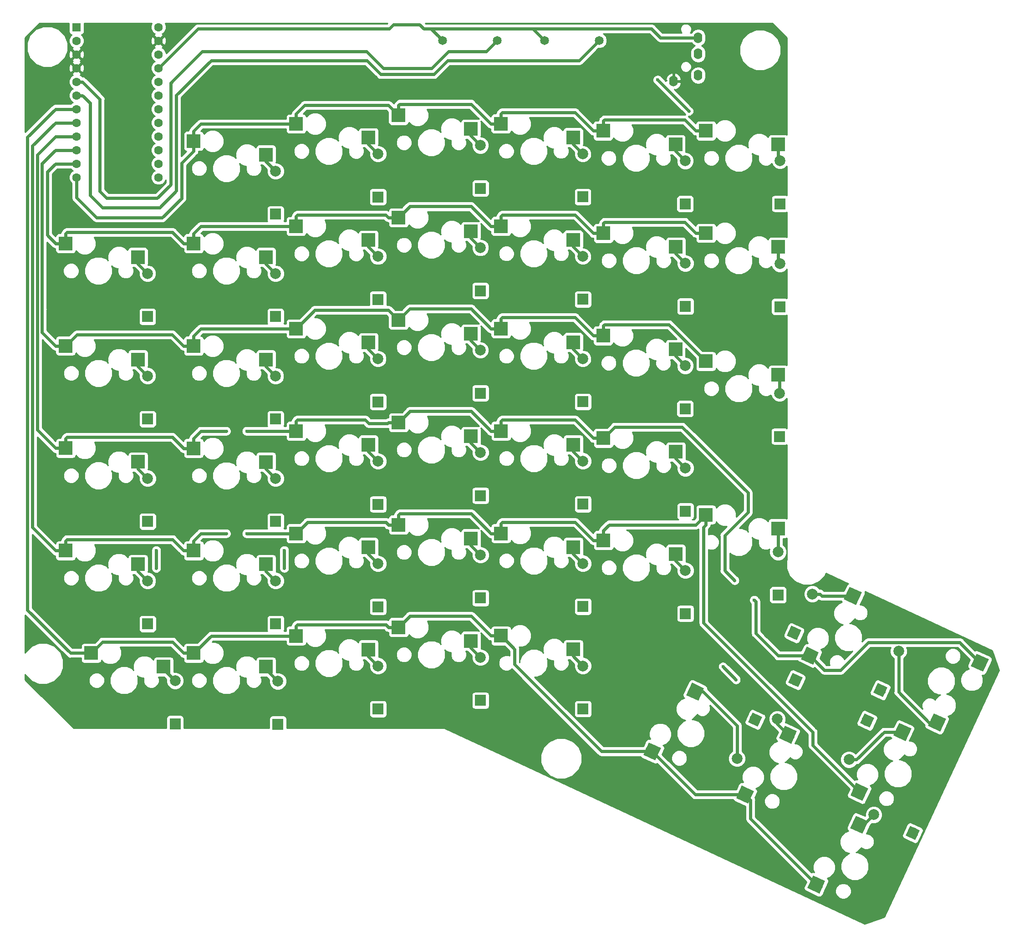
<source format=gbr>
G04 #@! TF.GenerationSoftware,KiCad,Pcbnew,(5.0.1)-3*
G04 #@! TF.CreationDate,2018-11-17T01:00:10-08:00*
G04 #@! TF.ProjectId,ErgoMaxLeft,4572676F4D61784C6566742E6B696361,rev?*
G04 #@! TF.SameCoordinates,Original*
G04 #@! TF.FileFunction,Copper,L1,Top,Signal*
G04 #@! TF.FilePolarity,Positive*
%FSLAX46Y46*%
G04 Gerber Fmt 4.6, Leading zero omitted, Abs format (unit mm)*
G04 Created by KiCad (PCBNEW (5.0.1)-3) date 17/11/2018 01:00:10*
%MOMM*%
%LPD*%
G01*
G04 APERTURE LIST*
G04 #@! TA.AperFunction,ComponentPad*
%ADD10C,1.600000*%
G04 #@! TD*
G04 #@! TA.AperFunction,ComponentPad*
%ADD11R,1.600000X1.600000*%
G04 #@! TD*
G04 #@! TA.AperFunction,ComponentPad*
%ADD12O,1.600000X2.000000*%
G04 #@! TD*
G04 #@! TA.AperFunction,ComponentPad*
%ADD13R,2.000000X2.000000*%
G04 #@! TD*
G04 #@! TA.AperFunction,ComponentPad*
%ADD14C,2.000000*%
G04 #@! TD*
G04 #@! TA.AperFunction,Conductor*
%ADD15C,0.100000*%
G04 #@! TD*
G04 #@! TA.AperFunction,SMDPad,CuDef*
%ADD16R,2.550000X2.500000*%
G04 #@! TD*
G04 #@! TA.AperFunction,SMDPad,CuDef*
%ADD17C,2.500000*%
G04 #@! TD*
G04 #@! TA.AperFunction,ComponentPad*
%ADD18C,1.651000*%
G04 #@! TD*
G04 #@! TA.AperFunction,ViaPad*
%ADD19C,0.609600*%
G04 #@! TD*
G04 #@! TA.AperFunction,Conductor*
%ADD20C,0.600000*%
G04 #@! TD*
G04 #@! TA.AperFunction,Conductor*
%ADD21C,0.254000*%
G04 #@! TD*
G04 APERTURE END LIST*
D10*
G04 #@! TO.P,U1,24*
G04 #@! TO.N,Net-(U1-Pad24)*
X135969660Y-37378640D03*
G04 #@! TO.P,U1,23*
G04 #@! TO.N,GND*
X135969660Y-39918640D03*
G04 #@! TO.P,U1,22*
G04 #@! TO.N,Net-(U1-Pad22)*
X135969660Y-42458640D03*
G04 #@! TO.P,U1,21*
G04 #@! TO.N,VCC*
X135969660Y-44998640D03*
G04 #@! TO.P,U1,20*
G04 #@! TO.N,/Col7*
X135969660Y-47538640D03*
G04 #@! TO.P,U1,19*
G04 #@! TO.N,/Col6*
X135969660Y-50078640D03*
G04 #@! TO.P,U1,18*
G04 #@! TO.N,/Col5*
X135969660Y-52618640D03*
G04 #@! TO.P,U1,17*
G04 #@! TO.N,/Col4*
X135969660Y-55158640D03*
G04 #@! TO.P,U1,16*
G04 #@! TO.N,/Col3*
X135969660Y-57698640D03*
G04 #@! TO.P,U1,15*
G04 #@! TO.N,/Col2*
X135969660Y-60238640D03*
G04 #@! TO.P,U1,14*
G04 #@! TO.N,/Col1*
X135969660Y-62778640D03*
G04 #@! TO.P,U1,13*
G04 #@! TO.N,/Col0*
X135969660Y-65318640D03*
G04 #@! TO.P,U1,12*
G04 #@! TO.N,/Row0*
X120729660Y-65318640D03*
G04 #@! TO.P,U1,11*
G04 #@! TO.N,/Row1*
X120729660Y-62778640D03*
G04 #@! TO.P,U1,10*
G04 #@! TO.N,/Row2*
X120729660Y-60238640D03*
G04 #@! TO.P,U1,9*
G04 #@! TO.N,/Row3*
X120729660Y-57698640D03*
G04 #@! TO.P,U1,8*
G04 #@! TO.N,/Row4*
X120729660Y-55158640D03*
G04 #@! TO.P,U1,7*
G04 #@! TO.N,/Row5*
X120729660Y-52618640D03*
G04 #@! TO.P,U1,6*
G04 #@! TO.N,SCL*
X120729660Y-50078640D03*
G04 #@! TO.P,U1,5*
G04 #@! TO.N,SDA*
X120729660Y-47538640D03*
G04 #@! TO.P,U1,4*
G04 #@! TO.N,GND*
X120729660Y-44998640D03*
G04 #@! TO.P,U1,3*
X120729660Y-42458640D03*
G04 #@! TO.P,U1,2*
G04 #@! TO.N,Net-(U1-Pad2)*
X120729660Y-39918640D03*
D11*
G04 #@! TO.P,U1,1*
G04 #@! TO.N,Net-(U1-Pad1)*
X120729660Y-37378640D03*
G04 #@! TD*
D12*
G04 #@! TO.P,J1,1*
G04 #@! TO.N,GND*
X231733060Y-47446740D03*
G04 #@! TO.P,J1,2*
G04 #@! TO.N,SDA*
X236333060Y-46346740D03*
G04 #@! TO.P,J1,4*
G04 #@! TO.N,VCC*
X236333060Y-39346740D03*
G04 #@! TO.P,J1,3*
G04 #@! TO.N,SCL*
X236333060Y-42346740D03*
G04 #@! TD*
D13*
G04 #@! TO.P,D25,1*
G04 #@! TO.N,/Col4*
X214904161Y-126089326D03*
D14*
G04 #@! TO.P,D25,2*
G04 #@! TO.N,Net-(D25-Pad2)*
X214904161Y-118089326D03*
G04 #@! TD*
G04 #@! TO.P,D26,2*
G04 #@! TO.N,Net-(D26-Pad2)*
X233954161Y-119400166D03*
D13*
G04 #@! TO.P,D26,1*
G04 #@! TO.N,/Col5*
X233954161Y-127400166D03*
G04 #@! TD*
D14*
G04 #@! TO.P,D27,1*
G04 #@! TO.N,/Col6*
X254161187Y-150040991D03*
D15*
G04 #@! TD*
G04 #@! TO.N,/Col6*
G04 #@! TO.C,D27*
G36*
X253677497Y-148712065D02*
X255490113Y-149557301D01*
X254644877Y-151369917D01*
X252832261Y-150524681D01*
X253677497Y-148712065D01*
X253677497Y-148712065D01*
G37*
D14*
G04 #@! TO.P,D27,2*
G04 #@! TO.N,Net-(D27-Pad2)*
X257542133Y-142790529D03*
G04 #@! TD*
G04 #@! TO.P,D28,2*
G04 #@! TO.N,Net-(D28-Pad2)*
X273607633Y-153420429D03*
G04 #@! TO.P,D28,1*
G04 #@! TO.N,/Col7*
X270226687Y-160670891D03*
D15*
G04 #@! TD*
G04 #@! TO.N,/Col7*
G04 #@! TO.C,D28*
G36*
X269742997Y-159341965D02*
X271555613Y-160187201D01*
X270710377Y-161999817D01*
X268897761Y-161154581D01*
X269742997Y-159341965D01*
X269742997Y-159341965D01*
G37*
D13*
G04 #@! TO.P,D29,1*
G04 #@! TO.N,/Col0*
X133944161Y-148339326D03*
D14*
G04 #@! TO.P,D29,2*
G04 #@! TO.N,Net-(D29-Pad2)*
X133944161Y-140339326D03*
G04 #@! TD*
G04 #@! TO.P,D30,2*
G04 #@! TO.N,Net-(D30-Pad2)*
X157754161Y-140339326D03*
D13*
G04 #@! TO.P,D30,1*
G04 #@! TO.N,/Col1*
X157754161Y-148339326D03*
G04 #@! TD*
G04 #@! TO.P,D31,1*
G04 #@! TO.N,/Col2*
X176804161Y-145159326D03*
D14*
G04 #@! TO.P,D31,2*
G04 #@! TO.N,Net-(D31-Pad2)*
X176804161Y-137159326D03*
G04 #@! TD*
G04 #@! TO.P,D32,2*
G04 #@! TO.N,Net-(D32-Pad2)*
X195854161Y-135549326D03*
D13*
G04 #@! TO.P,D32,1*
G04 #@! TO.N,/Col3*
X195854161Y-143549326D03*
G04 #@! TD*
G04 #@! TO.P,D33,1*
G04 #@! TO.N,/Col4*
X214904161Y-145129326D03*
D14*
G04 #@! TO.P,D33,2*
G04 #@! TO.N,Net-(D33-Pad2)*
X214904161Y-137129326D03*
G04 #@! TD*
G04 #@! TO.P,D34,2*
G04 #@! TO.N,Net-(D34-Pad2)*
X233954161Y-138429326D03*
D13*
G04 #@! TO.P,D34,1*
G04 #@! TO.N,/Col5*
X233954161Y-146429326D03*
G04 #@! TD*
G04 #@! TO.P,D12,1*
G04 #@! TO.N,/Col5*
X233954161Y-89302846D03*
D14*
G04 #@! TO.P,D12,2*
G04 #@! TO.N,Net-(D12-Pad2)*
X233954161Y-81302846D03*
G04 #@! TD*
G04 #@! TO.P,D36,2*
G04 #@! TO.N,Net-(D36-Pad2)*
X264364367Y-173596951D03*
G04 #@! TO.P,D36,1*
G04 #@! TO.N,/Col7*
X267745313Y-166346489D03*
D15*
G04 #@! TD*
G04 #@! TO.N,/Col7*
G04 #@! TO.C,D36*
G36*
X268229003Y-167675415D02*
X266416387Y-166830179D01*
X267261623Y-165017563D01*
X269074239Y-165862799D01*
X268229003Y-167675415D01*
X268229003Y-167675415D01*
G37*
D13*
G04 #@! TO.P,D37,1*
G04 #@! TO.N,/Col0*
X139060000Y-166950000D03*
D14*
G04 #@! TO.P,D37,2*
G04 #@! TO.N,Net-(D37-Pad2)*
X139060000Y-158950000D03*
G04 #@! TD*
G04 #@! TO.P,D38,2*
G04 #@! TO.N,Net-(D38-Pad2)*
X158180000Y-159030000D03*
D13*
G04 #@! TO.P,D38,1*
G04 #@! TO.N,/Col1*
X158180000Y-167030000D03*
G04 #@! TD*
G04 #@! TO.P,D39,1*
G04 #@! TO.N,/Col2*
X176804161Y-164189326D03*
D14*
G04 #@! TO.P,D39,2*
G04 #@! TO.N,Net-(D39-Pad2)*
X176804161Y-156189326D03*
G04 #@! TD*
G04 #@! TO.P,D40,2*
G04 #@! TO.N,Net-(D40-Pad2)*
X195854161Y-154589326D03*
D13*
G04 #@! TO.P,D40,1*
G04 #@! TO.N,/Col3*
X195854161Y-162589326D03*
G04 #@! TD*
G04 #@! TO.P,D41,1*
G04 #@! TO.N,/Col4*
X214904161Y-164169326D03*
D14*
G04 #@! TO.P,D41,2*
G04 #@! TO.N,Net-(D41-Pad2)*
X214904161Y-156169326D03*
G04 #@! TD*
G04 #@! TO.P,D42,2*
G04 #@! TO.N,Net-(D42-Pad2)*
X243539527Y-173395231D03*
G04 #@! TO.P,D42,1*
G04 #@! TO.N,/Col5*
X246920473Y-166144769D03*
D15*
G04 #@! TD*
G04 #@! TO.N,/Col5*
G04 #@! TO.C,D42*
G36*
X247404163Y-167473695D02*
X245591547Y-166628459D01*
X246436783Y-164815843D01*
X248249399Y-165661079D01*
X247404163Y-167473695D01*
X247404163Y-167473695D01*
G37*
D14*
G04 #@! TO.P,D43,1*
G04 #@! TO.N,/Col6*
X254415393Y-158789989D03*
D15*
G04 #@! TD*
G04 #@! TO.N,/Col6*
G04 #@! TO.C,D43*
G36*
X254899083Y-160118915D02*
X253086467Y-159273679D01*
X253931703Y-157461063D01*
X255744319Y-158306299D01*
X254899083Y-160118915D01*
X254899083Y-160118915D01*
G37*
D14*
G04 #@! TO.P,D43,2*
G04 #@! TO.N,Net-(D43-Pad2)*
X251034447Y-166040451D03*
G04 #@! TD*
G04 #@! TO.P,D44,2*
G04 #@! TO.N,Net-(D44-Pad2)*
X268972649Y-183848907D03*
G04 #@! TO.P,D44,1*
G04 #@! TO.N,/Col7*
X276223111Y-187229853D03*
D15*
G04 #@! TD*
G04 #@! TO.N,/Col7*
G04 #@! TO.C,D44*
G36*
X274894185Y-187713543D02*
X275739421Y-185900927D01*
X277552037Y-186746163D01*
X276706801Y-188558779D01*
X274894185Y-187713543D01*
X274894185Y-187713543D01*
G37*
D13*
G04 #@! TO.P,D22,1*
G04 #@! TO.N,/Col1*
X157745761Y-129301366D03*
D14*
G04 #@! TO.P,D22,2*
G04 #@! TO.N,Net-(D22-Pad2)*
X157745761Y-121301366D03*
G04 #@! TD*
G04 #@! TO.P,D35,2*
G04 #@! TO.N,Net-(D35-Pad2)*
X251180000Y-134990000D03*
D13*
G04 #@! TO.P,D35,1*
G04 #@! TO.N,/Col6*
X251180000Y-142990000D03*
G04 #@! TD*
G04 #@! TO.P,D2,1*
G04 #@! TO.N,/Col2*
X176794161Y-68966366D03*
D14*
G04 #@! TO.P,D2,2*
G04 #@! TO.N,Net-(D2-Pad2)*
X176794161Y-60966366D03*
G04 #@! TD*
G04 #@! TO.P,D3,2*
G04 #@! TO.N,Net-(D3-Pad2)*
X195834161Y-59368966D03*
D13*
G04 #@! TO.P,D3,1*
G04 #@! TO.N,/Col3*
X195834161Y-67368966D03*
G04 #@! TD*
G04 #@! TO.P,D4,1*
G04 #@! TO.N,/Col4*
X214874161Y-68952966D03*
D14*
G04 #@! TO.P,D4,2*
G04 #@! TO.N,Net-(D4-Pad2)*
X214874161Y-60952966D03*
G04 #@! TD*
G04 #@! TO.P,D5,2*
G04 #@! TO.N,Net-(D5-Pad2)*
X233911912Y-62252966D03*
D13*
G04 #@! TO.P,D5,1*
G04 #@! TO.N,/Col5*
X233911912Y-70252966D03*
G04 #@! TD*
G04 #@! TO.P,D6,1*
G04 #@! TO.N,/Col6*
X251559060Y-70235580D03*
D14*
G04 #@! TO.P,D6,2*
G04 #@! TO.N,Net-(D6-Pad2)*
X251559060Y-62235580D03*
G04 #@! TD*
G04 #@! TO.P,D7,2*
G04 #@! TO.N,Net-(D7-Pad2)*
X133935841Y-83209966D03*
D13*
G04 #@! TO.P,D7,1*
G04 #@! TO.N,/Col0*
X133935841Y-91209966D03*
G04 #@! TD*
G04 #@! TO.P,D8,1*
G04 #@! TO.N,/Col1*
X157741261Y-91209966D03*
D14*
G04 #@! TO.P,D8,2*
G04 #@! TO.N,Net-(D8-Pad2)*
X157741261Y-83209966D03*
G04 #@! TD*
G04 #@! TO.P,D9,2*
G04 #@! TO.N,Net-(D9-Pad2)*
X176791261Y-80019966D03*
D13*
G04 #@! TO.P,D9,1*
G04 #@! TO.N,/Col2*
X176791261Y-88019966D03*
G04 #@! TD*
G04 #@! TO.P,D10,1*
G04 #@! TO.N,/Col3*
X195836861Y-86414406D03*
D14*
G04 #@! TO.P,D10,2*
G04 #@! TO.N,Net-(D10-Pad2)*
X195836861Y-78414406D03*
G04 #@! TD*
G04 #@! TO.P,D23,2*
G04 #@! TO.N,Net-(D23-Pad2)*
X176804161Y-118109566D03*
D13*
G04 #@! TO.P,D23,1*
G04 #@! TO.N,/Col2*
X176804161Y-126109566D03*
G04 #@! TD*
G04 #@! TO.P,D24,1*
G04 #@! TO.N,/Col3*
X195854161Y-124506566D03*
D14*
G04 #@! TO.P,D24,2*
G04 #@! TO.N,Net-(D24-Pad2)*
X195854161Y-116506566D03*
G04 #@! TD*
G04 #@! TO.P,D13,2*
G04 #@! TO.N,Net-(D13-Pad2)*
X251513340Y-81379560D03*
D13*
G04 #@! TO.P,D13,1*
G04 #@! TO.N,/Col6*
X251513340Y-89379560D03*
G04 #@! TD*
G04 #@! TO.P,D14,1*
G04 #@! TO.N,/Col0*
X133939241Y-110253066D03*
D14*
G04 #@! TO.P,D14,2*
G04 #@! TO.N,Net-(D14-Pad2)*
X133939241Y-102253066D03*
G04 #@! TD*
G04 #@! TO.P,D15,2*
G04 #@! TO.N,Net-(D15-Pad2)*
X157740021Y-102262666D03*
D13*
G04 #@! TO.P,D15,1*
G04 #@! TO.N,/Col1*
X157740021Y-110262666D03*
G04 #@! TD*
G04 #@! TO.P,D16,1*
G04 #@! TO.N,/Col2*
X176788761Y-107061946D03*
D14*
G04 #@! TO.P,D16,2*
G04 #@! TO.N,Net-(D16-Pad2)*
X176788761Y-99061946D03*
G04 #@! TD*
G04 #@! TO.P,D17,2*
G04 #@! TO.N,Net-(D17-Pad2)*
X195833201Y-97458866D03*
D13*
G04 #@! TO.P,D17,1*
G04 #@! TO.N,/Col3*
X195833201Y-105458866D03*
G04 #@! TD*
G04 #@! TO.P,D18,1*
G04 #@! TO.N,/Col4*
X214878601Y-107044586D03*
D14*
G04 #@! TO.P,D18,2*
G04 #@! TO.N,Net-(D18-Pad2)*
X214878601Y-99044586D03*
G04 #@! TD*
G04 #@! TO.P,D19,2*
G04 #@! TO.N,Net-(D19-Pad2)*
X233911761Y-100355366D03*
D13*
G04 #@! TO.P,D19,1*
G04 #@! TO.N,/Col5*
X233911761Y-108355366D03*
G04 #@! TD*
G04 #@! TO.P,D20,1*
G04 #@! TO.N,/Col6*
X251472700Y-113501940D03*
D14*
G04 #@! TO.P,D20,2*
G04 #@! TO.N,Net-(D20-Pad2)*
X251472700Y-105501940D03*
G04 #@! TD*
G04 #@! TO.P,D21,2*
G04 #@! TO.N,Net-(D21-Pad2)*
X133949561Y-121293166D03*
D13*
G04 #@! TO.P,D21,1*
G04 #@! TO.N,/Col0*
X133949561Y-129293166D03*
G04 #@! TD*
G04 #@! TO.P,D11,1*
G04 #@! TO.N,/Col4*
X214878761Y-88006746D03*
D14*
G04 #@! TO.P,D11,2*
G04 #@! TO.N,Net-(D11-Pad2)*
X214878761Y-80006746D03*
G04 #@! TD*
G04 #@! TO.P,D1,2*
G04 #@! TO.N,Net-(D1-Pad2)*
X157744161Y-64172966D03*
D13*
G04 #@! TO.P,D1,1*
G04 #@! TO.N,/Col1*
X157744161Y-72172966D03*
G04 #@! TD*
D16*
G04 #@! TO.P,K1,2*
G04 #@! TO.N,/Row0*
X142510000Y-58573640D03*
G04 #@! TO.P,K1,1*
G04 #@! TO.N,Net-(D1-Pad2)*
X155960000Y-61113640D03*
G04 #@! TD*
G04 #@! TO.P,K2,1*
G04 #@! TO.N,Net-(D2-Pad2)*
X175010000Y-57907040D03*
G04 #@! TO.P,K2,2*
G04 #@! TO.N,/Row0*
X161560000Y-55367040D03*
G04 #@! TD*
G04 #@! TO.P,K3,1*
G04 #@! TO.N,Net-(D3-Pad2)*
X194050000Y-56309640D03*
G04 #@! TO.P,K3,2*
G04 #@! TO.N,/Row0*
X180600000Y-53769640D03*
G04 #@! TD*
G04 #@! TO.P,K4,1*
G04 #@! TO.N,Net-(D4-Pad2)*
X213090000Y-57893640D03*
G04 #@! TO.P,K4,2*
G04 #@! TO.N,/Row0*
X199640000Y-55353640D03*
G04 #@! TD*
G04 #@! TO.P,K5,1*
G04 #@! TO.N,Net-(D5-Pad2)*
X232127751Y-59193640D03*
G04 #@! TO.P,K5,2*
G04 #@! TO.N,/Row0*
X218677751Y-56653640D03*
G04 #@! TD*
G04 #@! TO.P,K6,1*
G04 #@! TO.N,Net-(D6-Pad2)*
X251220000Y-59195640D03*
G04 #@! TO.P,K6,2*
G04 #@! TO.N,/Row0*
X237770000Y-56655640D03*
G04 #@! TD*
G04 #@! TO.P,K7,1*
G04 #@! TO.N,Net-(D7-Pad2)*
X132151680Y-80150640D03*
G04 #@! TO.P,K7,2*
G04 #@! TO.N,/Row1*
X118701680Y-77610640D03*
G04 #@! TD*
G04 #@! TO.P,K8,1*
G04 #@! TO.N,Net-(D8-Pad2)*
X155957100Y-80150640D03*
G04 #@! TO.P,K8,2*
G04 #@! TO.N,/Row1*
X142507100Y-77610640D03*
G04 #@! TD*
G04 #@! TO.P,K9,1*
G04 #@! TO.N,Net-(D9-Pad2)*
X175007100Y-76960640D03*
G04 #@! TO.P,K9,2*
G04 #@! TO.N,/Row1*
X161557100Y-74420640D03*
G04 #@! TD*
G04 #@! TO.P,K10,1*
G04 #@! TO.N,Net-(D10-Pad2)*
X194052700Y-75355080D03*
G04 #@! TO.P,K10,2*
G04 #@! TO.N,/Row1*
X180602700Y-72815080D03*
G04 #@! TD*
G04 #@! TO.P,K11,1*
G04 #@! TO.N,Net-(D11-Pad2)*
X213094600Y-76947420D03*
G04 #@! TO.P,K11,2*
G04 #@! TO.N,/Row1*
X199644600Y-74407420D03*
G04 #@! TD*
G04 #@! TO.P,K12,1*
G04 #@! TO.N,Net-(D12-Pad2)*
X232170000Y-78243520D03*
G04 #@! TO.P,K12,2*
G04 #@! TO.N,/Row1*
X218720000Y-75703520D03*
G04 #@! TD*
G04 #@! TO.P,K13,1*
G04 #@! TO.N,Net-(D13-Pad2)*
X251220000Y-78235940D03*
G04 #@! TO.P,K13,2*
G04 #@! TO.N,/Row1*
X237770000Y-75695940D03*
G04 #@! TD*
G04 #@! TO.P,K14,1*
G04 #@! TO.N,Net-(D14-Pad2)*
X132155080Y-99193740D03*
G04 #@! TO.P,K14,2*
G04 #@! TO.N,/Row2*
X118705080Y-96653740D03*
G04 #@! TD*
G04 #@! TO.P,K15,1*
G04 #@! TO.N,Net-(D15-Pad2)*
X155955860Y-99203340D03*
G04 #@! TO.P,K15,2*
G04 #@! TO.N,/Row2*
X142505860Y-96663340D03*
G04 #@! TD*
G04 #@! TO.P,K16,1*
G04 #@! TO.N,Net-(D16-Pad2)*
X175004600Y-96002620D03*
G04 #@! TO.P,K16,2*
G04 #@! TO.N,/Row2*
X161554600Y-93462620D03*
G04 #@! TD*
G04 #@! TO.P,K17,1*
G04 #@! TO.N,Net-(D17-Pad2)*
X194049040Y-94399540D03*
G04 #@! TO.P,K17,2*
G04 #@! TO.N,/Row2*
X180599040Y-91859540D03*
G04 #@! TD*
G04 #@! TO.P,K18,1*
G04 #@! TO.N,Net-(D18-Pad2)*
X213094440Y-95985260D03*
G04 #@! TO.P,K18,2*
G04 #@! TO.N,/Row2*
X199644440Y-93445260D03*
G04 #@! TD*
G04 #@! TO.P,K19,1*
G04 #@! TO.N,Net-(D19-Pad2)*
X232127600Y-97296040D03*
G04 #@! TO.P,K19,2*
G04 #@! TO.N,/Row2*
X218677600Y-94756040D03*
G04 #@! TD*
G04 #@! TO.P,K20,1*
G04 #@! TO.N,Net-(D20-Pad2)*
X251220000Y-102055640D03*
G04 #@! TO.P,K20,2*
G04 #@! TO.N,/Row2*
X237770000Y-99515640D03*
G04 #@! TD*
G04 #@! TO.P,K21,1*
G04 #@! TO.N,Net-(D21-Pad2)*
X132165400Y-118233840D03*
G04 #@! TO.P,K21,2*
G04 #@! TO.N,/Row3*
X118715400Y-115693840D03*
G04 #@! TD*
G04 #@! TO.P,K22,1*
G04 #@! TO.N,Net-(D22-Pad2)*
X155961600Y-118242040D03*
G04 #@! TO.P,K22,2*
G04 #@! TO.N,/Row3*
X142511600Y-115702040D03*
G04 #@! TD*
G04 #@! TO.P,K23,1*
G04 #@! TO.N,Net-(D23-Pad2)*
X175020000Y-115050240D03*
G04 #@! TO.P,K23,2*
G04 #@! TO.N,/Row3*
X161570000Y-112510240D03*
G04 #@! TD*
G04 #@! TO.P,K24,1*
G04 #@! TO.N,Net-(D24-Pad2)*
X194070000Y-113447240D03*
G04 #@! TO.P,K24,2*
G04 #@! TO.N,/Row3*
X180620000Y-110907240D03*
G04 #@! TD*
G04 #@! TO.P,K25,1*
G04 #@! TO.N,Net-(D25-Pad2)*
X213120000Y-115030000D03*
G04 #@! TO.P,K25,2*
G04 #@! TO.N,/Row3*
X199670000Y-112490000D03*
G04 #@! TD*
G04 #@! TO.P,K26,1*
G04 #@! TO.N,Net-(D26-Pad2)*
X232170000Y-116340840D03*
G04 #@! TO.P,K26,2*
G04 #@! TO.N,/Row3*
X218720000Y-113800840D03*
G04 #@! TD*
D17*
G04 #@! TO.P,K27,1*
G04 #@! TO.N,Net-(D27-Pad2)*
X265083343Y-143152520D03*
D15*
G04 #@! TD*
G04 #@! TO.N,Net-(D27-Pad2)*
G04 #@! TO.C,K27*
G36*
X265677389Y-144836335D02*
X263411620Y-143779790D01*
X264489297Y-141468705D01*
X266755066Y-142525250D01*
X265677389Y-144836335D01*
X265677389Y-144836335D01*
G37*
D17*
G04 #@! TO.P,K27,2*
G04 #@! TO.N,/Row3*
X257097105Y-154268910D03*
D15*
G04 #@! TD*
G04 #@! TO.N,/Row3*
G04 #@! TO.C,K27*
G36*
X257691151Y-155952725D02*
X255425382Y-154896180D01*
X256503059Y-152585095D01*
X258768828Y-153641640D01*
X257691151Y-155952725D01*
X257691151Y-155952725D01*
G37*
D17*
G04 #@! TO.P,K28,1*
G04 #@! TO.N,Net-(D28-Pad2)*
X280726233Y-166690269D03*
D15*
G04 #@! TD*
G04 #@! TO.N,Net-(D28-Pad2)*
G04 #@! TO.C,K28*
G36*
X280132187Y-165006454D02*
X282397956Y-166062999D01*
X281320279Y-168374084D01*
X279054510Y-167317539D01*
X280132187Y-165006454D01*
X280132187Y-165006454D01*
G37*
D17*
G04 #@! TO.P,K28,2*
G04 #@! TO.N,/Row3*
X288712471Y-155573879D03*
D15*
G04 #@! TD*
G04 #@! TO.N,/Row3*
G04 #@! TO.C,K28*
G36*
X288118425Y-153890064D02*
X290384194Y-154946609D01*
X289306517Y-157257694D01*
X287040748Y-156201149D01*
X288118425Y-153890064D01*
X288118425Y-153890064D01*
G37*
D16*
G04 #@! TO.P,K29,1*
G04 #@! TO.N,Net-(D29-Pad2)*
X132160000Y-137280000D03*
G04 #@! TO.P,K29,2*
G04 #@! TO.N,/Row4*
X118710000Y-134740000D03*
G04 #@! TD*
G04 #@! TO.P,K30,1*
G04 #@! TO.N,Net-(D30-Pad2)*
X155970000Y-137280000D03*
G04 #@! TO.P,K30,2*
G04 #@! TO.N,/Row4*
X142520000Y-134740000D03*
G04 #@! TD*
G04 #@! TO.P,K31,1*
G04 #@! TO.N,Net-(D31-Pad2)*
X175020000Y-134100000D03*
G04 #@! TO.P,K31,2*
G04 #@! TO.N,/Row4*
X161570000Y-131560000D03*
G04 #@! TD*
G04 #@! TO.P,K32,1*
G04 #@! TO.N,Net-(D32-Pad2)*
X194070000Y-132490000D03*
G04 #@! TO.P,K32,2*
G04 #@! TO.N,/Row4*
X180620000Y-129950000D03*
G04 #@! TD*
G04 #@! TO.P,K33,1*
G04 #@! TO.N,Net-(D33-Pad2)*
X213120000Y-134070000D03*
G04 #@! TO.P,K33,2*
G04 #@! TO.N,/Row4*
X199670000Y-131530000D03*
G04 #@! TD*
G04 #@! TO.P,K34,1*
G04 #@! TO.N,Net-(D34-Pad2)*
X232170000Y-135370000D03*
G04 #@! TO.P,K34,2*
G04 #@! TO.N,/Row4*
X218720000Y-132830000D03*
G04 #@! TD*
G04 #@! TO.P,K35,1*
G04 #@! TO.N,Net-(D35-Pad2)*
X251220000Y-130610000D03*
G04 #@! TO.P,K35,2*
G04 #@! TO.N,/Row4*
X237770000Y-128070000D03*
G04 #@! TD*
D17*
G04 #@! TO.P,K36,2*
G04 #@! TO.N,/Row4*
X266306016Y-179584070D03*
D15*
G04 #@! TD*
G04 #@! TO.N,/Row4*
G04 #@! TO.C,K36*
G36*
X266900062Y-181267885D02*
X264634293Y-180211340D01*
X265711970Y-177900255D01*
X267977739Y-178956800D01*
X266900062Y-181267885D01*
X266900062Y-181267885D01*
G37*
D17*
G04 #@! TO.P,K36,1*
G04 #@! TO.N,Net-(D36-Pad2)*
X274292254Y-168467680D03*
D15*
G04 #@! TD*
G04 #@! TO.N,Net-(D36-Pad2)*
G04 #@! TO.C,K36*
G36*
X274886300Y-170151495D02*
X272620531Y-169094950D01*
X273698208Y-166783865D01*
X275963977Y-167840410D01*
X274886300Y-170151495D01*
X274886300Y-170151495D01*
G37*
D16*
G04 #@! TO.P,K37,1*
G04 #@! TO.N,Net-(D37-Pad2)*
X136920000Y-156330000D03*
G04 #@! TO.P,K37,2*
G04 #@! TO.N,/Row5*
X123470000Y-153790000D03*
G04 #@! TD*
G04 #@! TO.P,K38,1*
G04 #@! TO.N,Net-(D38-Pad2)*
X155970000Y-156330000D03*
G04 #@! TO.P,K38,2*
G04 #@! TO.N,/Row5*
X142520000Y-153790000D03*
G04 #@! TD*
G04 #@! TO.P,K39,1*
G04 #@! TO.N,Net-(D39-Pad2)*
X175020000Y-153130000D03*
G04 #@! TO.P,K39,2*
G04 #@! TO.N,/Row5*
X161570000Y-150590000D03*
G04 #@! TD*
G04 #@! TO.P,K40,1*
G04 #@! TO.N,Net-(D40-Pad2)*
X194070000Y-151530000D03*
G04 #@! TO.P,K40,2*
G04 #@! TO.N,/Row5*
X180620000Y-148990000D03*
G04 #@! TD*
G04 #@! TO.P,K41,1*
G04 #@! TO.N,Net-(D41-Pad2)*
X213120000Y-153110000D03*
G04 #@! TO.P,K41,2*
G04 #@! TO.N,/Row5*
X199670000Y-150570000D03*
G04 #@! TD*
D17*
G04 #@! TO.P,K42,1*
G04 #@! TO.N,Net-(D42-Pad2)*
X235760885Y-160964532D03*
D15*
G04 #@! TD*
G04 #@! TO.N,Net-(D42-Pad2)*
G04 #@! TO.C,K42*
G36*
X236354931Y-162648347D02*
X234089162Y-161591802D01*
X235166839Y-159280717D01*
X237432608Y-160337262D01*
X236354931Y-162648347D01*
X236354931Y-162648347D01*
G37*
D17*
G04 #@! TO.P,K42,2*
G04 #@! TO.N,/Row5*
X227774647Y-172080922D03*
D15*
G04 #@! TD*
G04 #@! TO.N,/Row5*
G04 #@! TO.C,K42*
G36*
X228368693Y-173764737D02*
X226102924Y-172708192D01*
X227180601Y-170397107D01*
X229446370Y-171453652D01*
X228368693Y-173764737D01*
X228368693Y-173764737D01*
G37*
D17*
G04 #@! TO.P,K43,2*
G04 #@! TO.N,/Row5*
X245045291Y-180099102D03*
D15*
G04 #@! TD*
G04 #@! TO.N,/Row5*
G04 #@! TO.C,K43*
G36*
X245639337Y-181782917D02*
X243373568Y-180726372D01*
X244451245Y-178415287D01*
X246717014Y-179471832D01*
X245639337Y-181782917D01*
X245639337Y-181782917D01*
G37*
D17*
G04 #@! TO.P,K43,1*
G04 #@! TO.N,Net-(D43-Pad2)*
X253031529Y-168982712D03*
D15*
G04 #@! TD*
G04 #@! TO.N,Net-(D43-Pad2)*
G04 #@! TO.C,K43*
G36*
X253625575Y-170666527D02*
X251359806Y-169609982D01*
X252437483Y-167298897D01*
X254703252Y-168355442D01*
X253625575Y-170666527D01*
X253625575Y-170666527D01*
G37*
D17*
G04 #@! TO.P,K44,1*
G04 #@! TO.N,Net-(D44-Pad2)*
X266259400Y-185707312D03*
D15*
G04 #@! TD*
G04 #@! TO.N,Net-(D44-Pad2)*
G04 #@! TO.C,K44*
G36*
X266853446Y-187391127D02*
X264587677Y-186334582D01*
X265665354Y-184023497D01*
X267931123Y-185080042D01*
X266853446Y-187391127D01*
X266853446Y-187391127D01*
G37*
D17*
G04 #@! TO.P,K44,2*
G04 #@! TO.N,/Row5*
X258273162Y-196823702D03*
D15*
G04 #@! TD*
G04 #@! TO.N,/Row5*
G04 #@! TO.C,K44*
G36*
X258867208Y-198507517D02*
X256601439Y-197450972D01*
X257679116Y-195139887D01*
X259944885Y-196196432D01*
X258867208Y-198507517D01*
X258867208Y-198507517D01*
G37*
D18*
G04 #@! TO.P,R1,2*
G04 #@! TO.N,VCC*
X207765920Y-39875460D03*
G04 #@! TO.P,R1,1*
G04 #@! TO.N,SCL*
X217925920Y-39875460D03*
G04 #@! TD*
G04 #@! TO.P,R2,2*
G04 #@! TO.N,VCC*
X188827680Y-39875460D03*
G04 #@! TO.P,R2,1*
G04 #@! TO.N,SDA*
X198987680Y-39875460D03*
G04 #@! TD*
D19*
G04 #@! TO.N,/Col1*
X159358962Y-134670800D03*
X159358962Y-137988040D03*
G04 #@! TO.N,/Col0*
X135548962Y-134680960D03*
X135548962Y-138000740D03*
G04 #@! TO.N,/Col7*
X228793040Y-47193200D03*
X234602020Y-53002180D03*
X240944400Y-156298900D03*
X243354860Y-158709360D03*
G04 #@! TO.N,/Row3*
X148562060Y-112510240D03*
X152364440Y-112510240D03*
X243094615Y-140266420D03*
X246742055Y-143913860D03*
G04 #@! TO.N,/Row4*
X148549360Y-131560000D03*
X152361900Y-131560000D03*
G04 #@! TD*
D20*
G04 #@! TO.N,Net-(D1-Pad2)*
X155960000Y-62380000D02*
X158110000Y-64530000D01*
X155960000Y-61113640D02*
X155960000Y-62380000D01*
G04 #@! TO.N,/Col1*
X159358962Y-134670800D02*
X159358962Y-137988040D01*
G04 #@! TO.N,Net-(D2-Pad2)*
X175010000Y-59182205D02*
X176794161Y-60966366D01*
X175010000Y-57907040D02*
X175010000Y-59182205D01*
G04 #@! TO.N,Net-(D3-Pad2)*
X194050000Y-57584805D02*
X195834161Y-59368966D01*
X194050000Y-56309640D02*
X194050000Y-57584805D01*
G04 #@! TO.N,Net-(D4-Pad2)*
X213090000Y-59168805D02*
X214874161Y-60952966D01*
X213090000Y-57893640D02*
X213090000Y-59168805D01*
G04 #@! TO.N,Net-(D5-Pad2)*
X232127751Y-60468805D02*
X233911912Y-62252966D01*
X232127751Y-59193640D02*
X232127751Y-60468805D01*
G04 #@! TO.N,Net-(D6-Pad2)*
X251220000Y-61896520D02*
X251559060Y-62235580D01*
X251220000Y-59195640D02*
X251220000Y-61896520D01*
G04 #@! TO.N,/Col0*
X135548962Y-134680960D02*
X135548962Y-138000740D01*
G04 #@! TO.N,Net-(D7-Pad2)*
X132151680Y-81425805D02*
X133935841Y-83209966D01*
X132151680Y-80150640D02*
X132151680Y-81425805D01*
G04 #@! TO.N,Net-(D8-Pad2)*
X155957100Y-81425805D02*
X157741261Y-83209966D01*
X155957100Y-80150640D02*
X155957100Y-81425805D01*
G04 #@! TO.N,Net-(D9-Pad2)*
X175007100Y-78235805D02*
X176791261Y-80019966D01*
X175007100Y-76960640D02*
X175007100Y-78235805D01*
G04 #@! TO.N,Net-(D10-Pad2)*
X194052700Y-76630245D02*
X195836861Y-78414406D01*
X194052700Y-75355080D02*
X194052700Y-76630245D01*
G04 #@! TO.N,Net-(D11-Pad2)*
X213094600Y-78222585D02*
X214878761Y-80006746D01*
X213094600Y-76947420D02*
X213094600Y-78222585D01*
G04 #@! TO.N,Net-(D12-Pad2)*
X232170000Y-79518685D02*
X233954161Y-81302846D01*
X232170000Y-78243520D02*
X232170000Y-79518685D01*
G04 #@! TO.N,Net-(D13-Pad2)*
X251220000Y-80905880D02*
X251693680Y-81379560D01*
X251220000Y-81086220D02*
X251513340Y-81379560D01*
X251220000Y-78235940D02*
X251220000Y-81086220D01*
G04 #@! TO.N,Net-(D14-Pad2)*
X132155080Y-100468905D02*
X133939241Y-102253066D01*
X132155080Y-99193740D02*
X132155080Y-100468905D01*
G04 #@! TO.N,Net-(D15-Pad2)*
X155955860Y-100478505D02*
X157740021Y-102262666D01*
X155955860Y-99203340D02*
X155955860Y-100478505D01*
G04 #@! TO.N,Net-(D16-Pad2)*
X175004600Y-97277785D02*
X176788761Y-99061946D01*
X175004600Y-96002620D02*
X175004600Y-97277785D01*
G04 #@! TO.N,Net-(D17-Pad2)*
X194049040Y-95674705D02*
X195833201Y-97458866D01*
X194049040Y-94399540D02*
X194049040Y-95674705D01*
G04 #@! TO.N,Net-(D18-Pad2)*
X213094440Y-97260425D02*
X214878601Y-99044586D01*
X213094440Y-95985260D02*
X213094440Y-97260425D01*
G04 #@! TO.N,Net-(D19-Pad2)*
X232127600Y-98571205D02*
X233911761Y-100355366D01*
X232127600Y-97296040D02*
X232127600Y-98571205D01*
G04 #@! TO.N,Net-(D20-Pad2)*
X251472700Y-102308340D02*
X251220000Y-102055640D01*
X251472700Y-105501940D02*
X251472700Y-102308340D01*
G04 #@! TO.N,Net-(D21-Pad2)*
X132165400Y-119509005D02*
X133949561Y-121293166D01*
X132165400Y-118233840D02*
X132165400Y-119509005D01*
G04 #@! TO.N,Net-(D22-Pad2)*
X155961600Y-119517205D02*
X157745761Y-121301366D01*
X155961600Y-118242040D02*
X155961600Y-119517205D01*
G04 #@! TO.N,Net-(D23-Pad2)*
X175020000Y-116325405D02*
X176804161Y-118109566D01*
X175020000Y-115050240D02*
X175020000Y-116325405D01*
G04 #@! TO.N,Net-(D24-Pad2)*
X194070000Y-114722405D02*
X195854161Y-116506566D01*
X194070000Y-113447240D02*
X194070000Y-114722405D01*
G04 #@! TO.N,Net-(D25-Pad2)*
X213120000Y-116305165D02*
X214904161Y-118089326D01*
X213120000Y-115030000D02*
X213120000Y-116305165D01*
G04 #@! TO.N,Net-(D26-Pad2)*
X232170000Y-117616005D02*
X233954161Y-119400166D01*
X232170000Y-116340840D02*
X232170000Y-117616005D01*
G04 #@! TO.N,Net-(D27-Pad2)*
X261663324Y-143152520D02*
X265083343Y-143152520D01*
X259318337Y-143152520D02*
X261663324Y-143152520D01*
X258956346Y-142790529D02*
X259318337Y-143152520D01*
X257542133Y-142790529D02*
X258956346Y-142790529D01*
G04 #@! TO.N,/Col7*
X234602020Y-53002180D02*
X228793040Y-47193200D01*
X228793040Y-47193200D02*
X228793040Y-47193200D01*
X234602020Y-53002180D02*
X234602020Y-53002180D01*
X243354860Y-158709360D02*
X240944400Y-156298900D01*
G04 #@! TO.N,Net-(D28-Pad2)*
X279247011Y-166690269D02*
X280726233Y-166690269D01*
X273607633Y-161050891D02*
X279247011Y-166690269D01*
X273607633Y-153420429D02*
X273607633Y-161050891D01*
G04 #@! TO.N,Net-(D29-Pad2)*
X132160000Y-138555165D02*
X133944161Y-140339326D01*
X132160000Y-137280000D02*
X132160000Y-138555165D01*
G04 #@! TO.N,Net-(D30-Pad2)*
X155970000Y-138555165D02*
X157754161Y-140339326D01*
X155970000Y-137280000D02*
X155970000Y-138555165D01*
G04 #@! TO.N,Net-(D31-Pad2)*
X175020000Y-135375165D02*
X176804161Y-137159326D01*
X175020000Y-134100000D02*
X175020000Y-135375165D01*
G04 #@! TO.N,Net-(D32-Pad2)*
X194070000Y-133765165D02*
X195854161Y-135549326D01*
X194070000Y-132490000D02*
X194070000Y-133765165D01*
G04 #@! TO.N,Net-(D33-Pad2)*
X213120000Y-135345165D02*
X214904161Y-137129326D01*
X213120000Y-134070000D02*
X213120000Y-135345165D01*
G04 #@! TO.N,Net-(D34-Pad2)*
X232170000Y-136645165D02*
X233954161Y-138429326D01*
X232170000Y-135370000D02*
X232170000Y-136645165D01*
G04 #@! TO.N,Net-(D35-Pad2)*
X251220000Y-134950000D02*
X251180000Y-134990000D01*
X251220000Y-130610000D02*
X251220000Y-134950000D01*
G04 #@! TO.N,Net-(D36-Pad2)*
X270907851Y-168467680D02*
X271449800Y-168467680D01*
X265778580Y-173596951D02*
X270907851Y-168467680D01*
X264364367Y-173596951D02*
X265778580Y-173596951D01*
X271449800Y-168467680D02*
X274292254Y-168467680D01*
G04 #@! TO.N,Net-(D37-Pad2)*
X136920000Y-156810000D02*
X139060000Y-158950000D01*
X136920000Y-156330000D02*
X136920000Y-156810000D01*
G04 #@! TO.N,Net-(D38-Pad2)*
X155970000Y-156820000D02*
X158180000Y-159030000D01*
X155970000Y-156330000D02*
X155970000Y-156820000D01*
G04 #@! TO.N,Net-(D39-Pad2)*
X175020000Y-154405165D02*
X176804161Y-156189326D01*
X175020000Y-153130000D02*
X175020000Y-154405165D01*
G04 #@! TO.N,Net-(D40-Pad2)*
X194070000Y-152805165D02*
X195854161Y-154589326D01*
X194070000Y-151530000D02*
X194070000Y-152805165D01*
G04 #@! TO.N,Net-(D41-Pad2)*
X213120000Y-154385165D02*
X214904161Y-156169326D01*
X213120000Y-153110000D02*
X213120000Y-154385165D01*
G04 #@! TO.N,Net-(D42-Pad2)*
X237240107Y-160964532D02*
X235760885Y-160964532D01*
X243539527Y-167263952D02*
X237240107Y-160964532D01*
X243539527Y-173395231D02*
X243539527Y-167263952D01*
G04 #@! TO.N,Net-(D43-Pad2)*
X251034447Y-166985630D02*
X253031529Y-168982712D01*
X251034447Y-166040451D02*
X251034447Y-166985630D01*
G04 #@! TO.N,Net-(D44-Pad2)*
X267114244Y-185707312D02*
X268972649Y-183848907D01*
X266259400Y-185707312D02*
X267114244Y-185707312D01*
G04 #@! TO.N,/Row0*
X159685000Y-55367040D02*
X161560000Y-55367040D01*
X143866600Y-55367040D02*
X159685000Y-55367040D01*
X142510000Y-56723640D02*
X143866600Y-55367040D01*
X142510000Y-58573640D02*
X142510000Y-56723640D01*
X180575000Y-53769640D02*
X180600000Y-53769640D01*
X178725000Y-51919640D02*
X180575000Y-53769640D01*
X163157400Y-51919640D02*
X178725000Y-51919640D01*
X161560000Y-53517040D02*
X163157400Y-51919640D01*
X161560000Y-55367040D02*
X161560000Y-53517040D01*
X197765000Y-55353640D02*
X199640000Y-55353640D01*
X194101199Y-51689839D02*
X197765000Y-55353640D01*
X180829801Y-51689839D02*
X194101199Y-51689839D01*
X180600000Y-51919640D02*
X180829801Y-51689839D01*
X180600000Y-53769640D02*
X180600000Y-51919640D01*
X216802751Y-56653640D02*
X218677751Y-56653640D01*
X213422950Y-53273839D02*
X216802751Y-56653640D01*
X199869801Y-53273839D02*
X213422950Y-53273839D01*
X199640000Y-53503640D02*
X199869801Y-53273839D01*
X199640000Y-55353640D02*
X199640000Y-53503640D01*
X235895000Y-56655640D02*
X237770000Y-56655640D01*
X233813199Y-54573839D02*
X235895000Y-56655640D01*
X218907552Y-54573839D02*
X233813199Y-54573839D01*
X218677751Y-54803640D02*
X218907552Y-54573839D01*
X218677751Y-56653640D02*
X218677751Y-54803640D01*
X142510000Y-60423640D02*
X142510000Y-58573640D01*
X136679940Y-72814180D02*
X140281660Y-69212460D01*
X140281660Y-69212460D02*
X140281660Y-62651980D01*
X140281660Y-62651980D02*
X142510000Y-60423640D01*
X120729660Y-66450010D02*
X120731280Y-66451630D01*
X120729660Y-65318640D02*
X120729660Y-66450010D01*
X120731280Y-69108320D02*
X124437140Y-72814180D01*
X120731280Y-66451630D02*
X120731280Y-69108320D01*
X124437140Y-72814180D02*
X136679940Y-72814180D01*
G04 #@! TO.N,/Row1*
X140632100Y-77610640D02*
X142507100Y-77610640D01*
X138552299Y-75530839D02*
X140632100Y-77610640D01*
X118931481Y-75530839D02*
X138552299Y-75530839D01*
X118701680Y-75760640D02*
X118931481Y-75530839D01*
X118701680Y-77610640D02*
X118701680Y-75760640D01*
X159682100Y-74420640D02*
X161557100Y-74420640D01*
X143847100Y-74420640D02*
X159682100Y-74420640D01*
X142507100Y-75760640D02*
X143847100Y-74420640D01*
X142507100Y-77610640D02*
X142507100Y-75760640D01*
X178727700Y-72815080D02*
X180602700Y-72815080D01*
X178253459Y-72340839D02*
X178727700Y-72815080D01*
X161786901Y-72340839D02*
X178253459Y-72340839D01*
X161557100Y-72570640D02*
X161786901Y-72340839D01*
X161557100Y-74420640D02*
X161557100Y-72570640D01*
X197769600Y-74407420D02*
X199644600Y-74407420D01*
X194097459Y-70735279D02*
X197769600Y-74407420D01*
X182707501Y-70735279D02*
X194097459Y-70735279D01*
X180627700Y-72815080D02*
X182707501Y-70735279D01*
X180602700Y-72815080D02*
X180627700Y-72815080D01*
X216845000Y-75703520D02*
X218720000Y-75703520D01*
X213469099Y-72327619D02*
X216845000Y-75703520D01*
X199874401Y-72327619D02*
X213469099Y-72327619D01*
X199644600Y-72557420D02*
X199874401Y-72327619D01*
X199644600Y-74407420D02*
X199644600Y-72557420D01*
X235895000Y-75695940D02*
X237770000Y-75695940D01*
X233822779Y-73623719D02*
X235895000Y-75695940D01*
X218949801Y-73623719D02*
X233822779Y-73623719D01*
X218720000Y-73853520D02*
X218949801Y-73623719D01*
X218720000Y-75703520D02*
X218720000Y-73853520D01*
X117929660Y-62778640D02*
X120729660Y-62778640D01*
X116798290Y-62778640D02*
X117929660Y-62778640D01*
X116826680Y-77610640D02*
X115285520Y-76069480D01*
X118701680Y-77610640D02*
X116826680Y-77610640D01*
X115285520Y-76069480D02*
X115285520Y-73728580D01*
X115285520Y-73728580D02*
X115282980Y-73726040D01*
X115282980Y-73726040D02*
X115282980Y-64293950D01*
X115282980Y-64293950D02*
X116798290Y-62778640D01*
G04 #@! TO.N,/Row2*
X140630860Y-96663340D02*
X142505860Y-96663340D01*
X138541459Y-94573939D02*
X140630860Y-96663340D01*
X120809881Y-94573939D02*
X138541459Y-94573939D01*
X118730080Y-96653740D02*
X120809881Y-94573939D01*
X118705080Y-96653740D02*
X118730080Y-96653740D01*
X159679600Y-93462620D02*
X161554600Y-93462620D01*
X143856580Y-93462620D02*
X159679600Y-93462620D01*
X142505860Y-94813340D02*
X143856580Y-93462620D01*
X142505860Y-96663340D02*
X142505860Y-94813340D01*
X180574040Y-91859540D02*
X180599040Y-91859540D01*
X178724040Y-90009540D02*
X180574040Y-91859540D01*
X165032680Y-90009540D02*
X178724040Y-90009540D01*
X161579600Y-93462620D02*
X165032680Y-90009540D01*
X161554600Y-93462620D02*
X161579600Y-93462620D01*
X197769440Y-93445260D02*
X199644440Y-93445260D01*
X194103919Y-89779739D02*
X197769440Y-93445260D01*
X182703841Y-89779739D02*
X194103919Y-89779739D01*
X180624040Y-91859540D02*
X182703841Y-89779739D01*
X180599040Y-91859540D02*
X180624040Y-91859540D01*
X216802600Y-94756040D02*
X218677600Y-94756040D01*
X213412019Y-91365459D02*
X216802600Y-94756040D01*
X199874241Y-91365459D02*
X213412019Y-91365459D01*
X199644440Y-91595260D02*
X199874241Y-91365459D01*
X199644440Y-93445260D02*
X199644440Y-91595260D01*
X237745000Y-99515640D02*
X237770000Y-99515640D01*
X230905599Y-92676239D02*
X237745000Y-99515640D01*
X218907401Y-92676239D02*
X230905599Y-92676239D01*
X218677600Y-92906040D02*
X218907401Y-92676239D01*
X218677600Y-94756040D02*
X218677600Y-92906040D01*
X117929660Y-60238640D02*
X120729660Y-60238640D01*
X116798290Y-60238640D02*
X117929660Y-60238640D01*
X118705080Y-96653740D02*
X116830080Y-96653740D01*
X114322860Y-94146520D02*
X114322860Y-89857580D01*
X114322860Y-89857580D02*
X114327940Y-89852500D01*
X114327940Y-89852500D02*
X114327940Y-62708990D01*
X116830080Y-96653740D02*
X114322860Y-94146520D01*
X114327940Y-62708990D02*
X116798290Y-60238640D01*
G04 #@! TO.N,/Row3*
X140636600Y-115702040D02*
X142511600Y-115702040D01*
X138548599Y-113614039D02*
X140636600Y-115702040D01*
X118945201Y-113614039D02*
X138548599Y-113614039D01*
X118715400Y-113843840D02*
X118945201Y-113614039D01*
X118715400Y-115693840D02*
X118715400Y-113843840D01*
X159695000Y-112510240D02*
X161570000Y-112510240D01*
X143853400Y-112510240D02*
X148562060Y-112510240D01*
X142511600Y-113852040D02*
X143853400Y-112510240D01*
X142511600Y-115702040D02*
X142511600Y-113852040D01*
X161799801Y-110430439D02*
X174430439Y-110430439D01*
X161570000Y-112510240D02*
X161570000Y-110660240D01*
X161570000Y-110660240D02*
X161799801Y-110430439D01*
X178745000Y-110907240D02*
X180620000Y-110907240D01*
X178591647Y-111060593D02*
X178745000Y-110907240D01*
X175060593Y-111060593D02*
X178591647Y-111060593D01*
X174430439Y-110430439D02*
X175060593Y-111060593D01*
X197795000Y-112490000D02*
X199670000Y-112490000D01*
X194132439Y-108827439D02*
X197795000Y-112490000D01*
X182724801Y-108827439D02*
X194132439Y-108827439D01*
X180645000Y-110907240D02*
X182724801Y-108827439D01*
X180620000Y-110907240D02*
X180645000Y-110907240D01*
X216845000Y-113800840D02*
X218720000Y-113800840D01*
X213454359Y-110410199D02*
X216845000Y-113800840D01*
X199899801Y-110410199D02*
X213454359Y-110410199D01*
X199670000Y-110640000D02*
X199899801Y-110410199D01*
X199670000Y-112490000D02*
X199670000Y-110640000D01*
X218745000Y-113800840D02*
X218720000Y-113800840D01*
X258108423Y-155280228D02*
X257097105Y-154268910D01*
X259783436Y-156955241D02*
X258108423Y-155280228D01*
X262826298Y-156955241D02*
X259783436Y-156955241D01*
X267965911Y-151815628D02*
X262826298Y-156955241D01*
X284954220Y-151815628D02*
X267965911Y-151815628D01*
X288712471Y-155573879D02*
X284954220Y-151815628D01*
X220824801Y-111721039D02*
X233348939Y-111721039D01*
X218745000Y-113800840D02*
X220824801Y-111721039D01*
X241265109Y-138436914D02*
X243094615Y-140266420D01*
X241265109Y-131904451D02*
X241265109Y-138436914D01*
X245574820Y-127594740D02*
X241265109Y-131904451D01*
X245574820Y-123946920D02*
X245574820Y-127594740D01*
X233348939Y-111721039D02*
X245574820Y-123946920D01*
X152364440Y-112510240D02*
X159695000Y-112510240D01*
X117929660Y-57698640D02*
X120729660Y-57698640D01*
X116798290Y-57698640D02*
X117929660Y-57698640D01*
X116840400Y-115693840D02*
X113405920Y-112259360D01*
X113405920Y-112259360D02*
X113405920Y-108963460D01*
X118715400Y-115693840D02*
X116840400Y-115693840D01*
X113404180Y-108961720D02*
X113404180Y-61092750D01*
X113405920Y-108963460D02*
X113404180Y-108961720D01*
X113404180Y-61092750D02*
X116798290Y-57698640D01*
X247046854Y-144218659D02*
X247046854Y-150095054D01*
X246742055Y-143913860D02*
X247046854Y-144218659D01*
X251220710Y-154268910D02*
X257097105Y-154268910D01*
X247046854Y-150095054D02*
X251220710Y-154268910D01*
G04 #@! TO.N,/Row4*
X140645000Y-134740000D02*
X142520000Y-134740000D01*
X138565199Y-132660199D02*
X140645000Y-134740000D01*
X118939801Y-132660199D02*
X138565199Y-132660199D01*
X118710000Y-132890000D02*
X118939801Y-132660199D01*
X118710000Y-134740000D02*
X118710000Y-132890000D01*
X159695000Y-131560000D02*
X161570000Y-131560000D01*
X143850000Y-131560000D02*
X148549360Y-131560000D01*
X142520000Y-132890000D02*
X143850000Y-131560000D01*
X142520000Y-134740000D02*
X142520000Y-132890000D01*
X178745000Y-129950000D02*
X180620000Y-129950000D01*
X178275199Y-129480199D02*
X178745000Y-129950000D01*
X163674801Y-129480199D02*
X178275199Y-129480199D01*
X161595000Y-131560000D02*
X163674801Y-129480199D01*
X161570000Y-131560000D02*
X161595000Y-131560000D01*
X197795000Y-131530000D02*
X199670000Y-131530000D01*
X194135199Y-127870199D02*
X197795000Y-131530000D01*
X180849801Y-127870199D02*
X194135199Y-127870199D01*
X180620000Y-128100000D02*
X180849801Y-127870199D01*
X180620000Y-129950000D02*
X180620000Y-128100000D01*
X216845000Y-132830000D02*
X218720000Y-132830000D01*
X213465199Y-129450199D02*
X216845000Y-132830000D01*
X199899801Y-129450199D02*
X213465199Y-129450199D01*
X199670000Y-129680000D02*
X199899801Y-129450199D01*
X199670000Y-131530000D02*
X199670000Y-129680000D01*
X237745000Y-128070000D02*
X237770000Y-128070000D01*
X235895000Y-129920000D02*
X237745000Y-128070000D01*
X219780000Y-129920000D02*
X235895000Y-129920000D01*
X218720000Y-130980000D02*
X219780000Y-129920000D01*
X218720000Y-132830000D02*
X218720000Y-130980000D01*
X237770000Y-129920000D02*
X237770000Y-128070000D01*
X237325199Y-130364801D02*
X237770000Y-129920000D01*
X237325199Y-148183899D02*
X237325199Y-130364801D01*
X257639820Y-168498520D02*
X237325199Y-148183899D01*
X266306016Y-179584070D02*
X257639820Y-170917874D01*
X257639820Y-170917874D02*
X257639820Y-168498520D01*
X118710000Y-134740000D02*
X118685000Y-134740000D01*
X152361900Y-131560000D02*
X159695000Y-131560000D01*
X117929660Y-55158640D02*
X120729660Y-55158640D01*
X116835000Y-134740000D02*
X112501680Y-130406680D01*
X118710000Y-134740000D02*
X116835000Y-134740000D01*
X112501680Y-130406680D02*
X112501680Y-128879600D01*
X112501680Y-128879600D02*
X112494060Y-128871980D01*
X116798290Y-55158640D02*
X117929660Y-55158640D01*
X112494060Y-128871980D02*
X112494060Y-59462870D01*
X112494060Y-59462870D02*
X116798290Y-55158640D01*
G04 #@! TO.N,/Row5*
X140645000Y-153790000D02*
X142520000Y-153790000D01*
X138565199Y-151710199D02*
X140645000Y-153790000D01*
X125574801Y-151710199D02*
X138565199Y-151710199D01*
X123495000Y-153790000D02*
X125574801Y-151710199D01*
X123470000Y-153790000D02*
X123495000Y-153790000D01*
X159695000Y-150590000D02*
X161570000Y-150590000D01*
X145745000Y-150590000D02*
X159695000Y-150590000D01*
X142545000Y-153790000D02*
X145745000Y-150590000D01*
X142520000Y-153790000D02*
X142545000Y-153790000D01*
X178745000Y-148990000D02*
X180620000Y-148990000D01*
X178265199Y-148510199D02*
X178745000Y-148990000D01*
X161799801Y-148510199D02*
X178265199Y-148510199D01*
X161570000Y-148740000D02*
X161799801Y-148510199D01*
X161570000Y-150590000D02*
X161570000Y-148740000D01*
X197795000Y-150570000D02*
X199670000Y-150570000D01*
X194135199Y-146910199D02*
X197795000Y-150570000D01*
X182724801Y-146910199D02*
X194135199Y-146910199D01*
X180645000Y-148990000D02*
X182724801Y-146910199D01*
X180620000Y-148990000D02*
X180645000Y-148990000D01*
X226295425Y-172080922D02*
X227774647Y-172080922D01*
X218350482Y-172080922D02*
X226295425Y-172080922D01*
X202180109Y-155910549D02*
X218350482Y-172080922D01*
X202180109Y-153055109D02*
X202180109Y-155910549D01*
X199695000Y-150570000D02*
X202180109Y-153055109D01*
X199670000Y-150570000D02*
X199695000Y-150570000D01*
X235792827Y-180099102D02*
X245045291Y-180099102D01*
X227774647Y-172080922D02*
X235792827Y-180099102D01*
X257261844Y-195812384D02*
X258273162Y-196823702D01*
X246056609Y-184607149D02*
X257261844Y-195812384D01*
X246056609Y-181110420D02*
X246056609Y-184607149D01*
X245045291Y-180099102D02*
X246056609Y-181110420D01*
X117929660Y-52618640D02*
X120729660Y-52618640D01*
X116798290Y-52618640D02*
X117929660Y-52618640D01*
X111584740Y-57832190D02*
X116798290Y-52618640D01*
X111584740Y-145783300D02*
X111584740Y-57832190D01*
X123470000Y-153790000D02*
X119591440Y-153790000D01*
X119591440Y-153790000D02*
X111584740Y-145783300D01*
G04 #@! TO.N,VCC*
X229308260Y-39346740D02*
X236333060Y-39346740D01*
X227639880Y-37678360D02*
X229308260Y-39346740D01*
X135969660Y-44998640D02*
X143289940Y-37678360D01*
X143289940Y-37678360D02*
X178859180Y-37678360D01*
X178859180Y-37678360D02*
X179656740Y-36880800D01*
X179656740Y-36880800D02*
X184492900Y-36880800D01*
X184492900Y-36880800D02*
X185290460Y-37678360D01*
X187998101Y-39049961D02*
X186626500Y-37678360D01*
X188002181Y-39049961D02*
X187998101Y-39049961D01*
X188827680Y-39875460D02*
X188002181Y-39049961D01*
X185290460Y-37678360D02*
X186626500Y-37678360D01*
X206928721Y-39049961D02*
X205557120Y-37678360D01*
X206940421Y-39049961D02*
X206928721Y-39049961D01*
X207765920Y-39875460D02*
X206940421Y-39049961D01*
X186626500Y-37678360D02*
X205557120Y-37678360D01*
X205557120Y-37678360D02*
X227639880Y-37678360D01*
G04 #@! TO.N,SDA*
X121861030Y-47538640D02*
X125079760Y-50757370D01*
X120729660Y-47538640D02*
X121861030Y-47538640D01*
X125079760Y-50757370D02*
X125079760Y-67899280D01*
X125079760Y-67899280D02*
X126057660Y-68877180D01*
X126057660Y-68877180D02*
X126057660Y-68889880D01*
X126057660Y-68889880D02*
X126324360Y-69156580D01*
X126324360Y-69156580D02*
X135750300Y-69156580D01*
X135750300Y-69156580D02*
X138046460Y-66860420D01*
X138046460Y-66860420D02*
X138046460Y-66852800D01*
X138046460Y-66852800D02*
X138249660Y-66649600D01*
X138249660Y-47790100D02*
X138432540Y-47607220D01*
X138249660Y-66649600D02*
X138249660Y-47790100D01*
X138381740Y-47658020D02*
X138432540Y-47607220D01*
X138432540Y-47607220D02*
X144127220Y-41912540D01*
X174040800Y-41912540D02*
X174625000Y-41912540D01*
X144127220Y-41912540D02*
X174040800Y-41912540D01*
X177777140Y-45064680D02*
X186750960Y-45064680D01*
X174625000Y-41912540D02*
X177777140Y-45064680D01*
X189903100Y-41912540D02*
X190118033Y-41912540D01*
X186750960Y-45064680D02*
X189903100Y-41912540D01*
X196950600Y-41912540D02*
X198987680Y-39875460D01*
X189903100Y-41912540D02*
X196950600Y-41912540D01*
G04 #@! TO.N,SCL*
X214202280Y-43599100D02*
X217925920Y-39875460D01*
X177294540Y-46159420D02*
X187187840Y-46159420D01*
X174734220Y-43599100D02*
X177294540Y-46159420D01*
X145760440Y-43599100D02*
X174734220Y-43599100D01*
X189748160Y-43599100D02*
X214202280Y-43599100D01*
X139293600Y-67807840D02*
X139293600Y-50065940D01*
X121861030Y-50078640D02*
X123289060Y-51506670D01*
X120729660Y-50078640D02*
X121861030Y-50078640D01*
X123289060Y-51506670D02*
X123289060Y-68684140D01*
X187187840Y-46159420D02*
X189748160Y-43599100D01*
X123289060Y-68684140D02*
X125511560Y-70906640D01*
X125511560Y-70906640D02*
X136194800Y-70906640D01*
X139293600Y-50065940D02*
X145760440Y-43599100D01*
X136194800Y-70906640D02*
X139293600Y-67807840D01*
G04 #@! TD*
D21*
G04 #@! TO.N,GND*
G36*
X252823982Y-39366108D02*
X252824078Y-57401815D01*
X252742765Y-57347483D01*
X252495000Y-57298200D01*
X249945000Y-57298200D01*
X249697235Y-57347483D01*
X249487191Y-57487831D01*
X249346843Y-57697875D01*
X249315218Y-57856868D01*
X248865219Y-57406869D01*
X248089705Y-57085640D01*
X247250295Y-57085640D01*
X246474781Y-57406869D01*
X245881229Y-58000421D01*
X245560000Y-58775935D01*
X245560000Y-59615345D01*
X245636267Y-59799469D01*
X245346994Y-59510196D01*
X244382163Y-59110550D01*
X243337837Y-59110550D01*
X242373006Y-59510196D01*
X241634556Y-60248646D01*
X241234910Y-61213477D01*
X241234910Y-62257803D01*
X241634556Y-63222634D01*
X242373006Y-63961084D01*
X243337837Y-64360730D01*
X244382163Y-64360730D01*
X245346994Y-63961084D01*
X246085444Y-63222634D01*
X246485090Y-62257803D01*
X246485090Y-61213477D01*
X246330405Y-60840035D01*
X246474781Y-60984411D01*
X247250295Y-61305640D01*
X247510759Y-61305640D01*
X247455000Y-61440255D01*
X247455000Y-62031025D01*
X247681078Y-62576825D01*
X248098815Y-62994562D01*
X248644615Y-63220640D01*
X249235385Y-63220640D01*
X249781185Y-62994562D01*
X250009258Y-62766489D01*
X250172974Y-63161733D01*
X250632907Y-63621666D01*
X251233838Y-63870580D01*
X251884282Y-63870580D01*
X252485213Y-63621666D01*
X252824109Y-63282770D01*
X252824137Y-68648991D01*
X252806825Y-68637423D01*
X252559060Y-68588140D01*
X250559060Y-68588140D01*
X250311295Y-68637423D01*
X250101251Y-68777771D01*
X249960903Y-68987815D01*
X249911620Y-69235580D01*
X249911620Y-71235580D01*
X249960903Y-71483345D01*
X250101251Y-71693389D01*
X250311295Y-71833737D01*
X250559060Y-71883020D01*
X252559060Y-71883020D01*
X252806825Y-71833737D01*
X252824154Y-71822158D01*
X252824178Y-76442182D01*
X252742765Y-76387783D01*
X252495000Y-76338500D01*
X249945000Y-76338500D01*
X249697235Y-76387783D01*
X249487191Y-76528131D01*
X249346843Y-76738175D01*
X249315218Y-76897168D01*
X248865219Y-76447169D01*
X248089705Y-76125940D01*
X247250295Y-76125940D01*
X246474781Y-76447169D01*
X245881229Y-77040721D01*
X245560000Y-77816235D01*
X245560000Y-78655645D01*
X245636267Y-78839769D01*
X245346994Y-78550496D01*
X244382163Y-78150850D01*
X243337837Y-78150850D01*
X242373006Y-78550496D01*
X241634556Y-79288946D01*
X241234910Y-80253777D01*
X241234910Y-81298103D01*
X241634556Y-82262934D01*
X242373006Y-83001384D01*
X243337837Y-83401030D01*
X244382163Y-83401030D01*
X245346994Y-83001384D01*
X246085444Y-82262934D01*
X246485090Y-81298103D01*
X246485090Y-80253777D01*
X246330405Y-79880335D01*
X246474781Y-80024711D01*
X247250295Y-80345940D01*
X247510759Y-80345940D01*
X247455000Y-80480555D01*
X247455000Y-81071325D01*
X247681078Y-81617125D01*
X248098815Y-82034862D01*
X248644615Y-82260940D01*
X249235385Y-82260940D01*
X249781185Y-82034862D01*
X249946562Y-81869485D01*
X250127254Y-82305713D01*
X250587187Y-82765646D01*
X251188118Y-83014560D01*
X251838562Y-83014560D01*
X252439493Y-82765646D01*
X252824210Y-82380929D01*
X252824239Y-87823588D01*
X252761105Y-87781403D01*
X252513340Y-87732120D01*
X250513340Y-87732120D01*
X250265575Y-87781403D01*
X250055531Y-87921751D01*
X249915183Y-88131795D01*
X249865900Y-88379560D01*
X249865900Y-90379560D01*
X249915183Y-90627325D01*
X250055531Y-90837369D01*
X250265575Y-90977717D01*
X250513340Y-91027000D01*
X252513340Y-91027000D01*
X252761105Y-90977717D01*
X252824255Y-90935521D01*
X252824305Y-100261966D01*
X252742765Y-100207483D01*
X252495000Y-100158200D01*
X249945000Y-100158200D01*
X249697235Y-100207483D01*
X249487191Y-100347831D01*
X249346843Y-100557875D01*
X249315218Y-100716868D01*
X248865219Y-100266869D01*
X248089705Y-99945640D01*
X247250295Y-99945640D01*
X246474781Y-100266869D01*
X245881229Y-100860421D01*
X245560000Y-101635935D01*
X245560000Y-102475345D01*
X245636267Y-102659469D01*
X245346994Y-102370196D01*
X244382163Y-101970550D01*
X243337837Y-101970550D01*
X242373006Y-102370196D01*
X241634556Y-103108646D01*
X241234910Y-104073477D01*
X241234910Y-105117803D01*
X241634556Y-106082634D01*
X242373006Y-106821084D01*
X243337837Y-107220730D01*
X244382163Y-107220730D01*
X245346994Y-106821084D01*
X246085444Y-106082634D01*
X246485090Y-105117803D01*
X246485090Y-104073477D01*
X246330405Y-103700035D01*
X246474781Y-103844411D01*
X247250295Y-104165640D01*
X247510759Y-104165640D01*
X247455000Y-104300255D01*
X247455000Y-104891025D01*
X247681078Y-105436825D01*
X248098815Y-105854562D01*
X248644615Y-106080640D01*
X249235385Y-106080640D01*
X249781185Y-105854562D01*
X249837700Y-105798047D01*
X249837700Y-105827162D01*
X250086614Y-106428093D01*
X250546547Y-106888026D01*
X251147478Y-107136940D01*
X251797922Y-107136940D01*
X252398853Y-106888026D01*
X252824337Y-106462542D01*
X252824367Y-111973208D01*
X252720465Y-111903783D01*
X252472700Y-111854500D01*
X250472700Y-111854500D01*
X250224935Y-111903783D01*
X250014891Y-112044131D01*
X249874543Y-112254175D01*
X249825260Y-112501940D01*
X249825260Y-114501940D01*
X249874543Y-114749705D01*
X250014891Y-114959749D01*
X250224935Y-115100097D01*
X250472700Y-115149380D01*
X252472700Y-115149380D01*
X252720465Y-115100097D01*
X252824383Y-115030661D01*
X252824456Y-128816427D01*
X252742765Y-128761843D01*
X252495000Y-128712560D01*
X249945000Y-128712560D01*
X249697235Y-128761843D01*
X249487191Y-128902191D01*
X249346843Y-129112235D01*
X249315218Y-129271228D01*
X248865219Y-128821229D01*
X248089705Y-128500000D01*
X247250295Y-128500000D01*
X246474781Y-128821229D01*
X245881229Y-129414781D01*
X245560000Y-130190295D01*
X245560000Y-131029705D01*
X245636267Y-131213829D01*
X245346994Y-130924556D01*
X244382163Y-130524910D01*
X243966939Y-130524910D01*
X246170851Y-128320999D01*
X246248917Y-128268837D01*
X246455570Y-127959559D01*
X246509820Y-127686826D01*
X246528137Y-127594740D01*
X246509820Y-127502654D01*
X246509820Y-124039006D01*
X246528137Y-123946920D01*
X246455570Y-123582101D01*
X246301079Y-123350889D01*
X246248917Y-123272823D01*
X246170851Y-123220661D01*
X234075200Y-111125011D01*
X234023036Y-111046942D01*
X233713758Y-110840289D01*
X233441025Y-110786039D01*
X233348939Y-110767722D01*
X233256853Y-110786039D01*
X220916887Y-110786039D01*
X220824801Y-110767722D01*
X220732715Y-110786039D01*
X220459982Y-110840289D01*
X220150704Y-111046942D01*
X220098542Y-111125008D01*
X219320150Y-111903400D01*
X217445000Y-111903400D01*
X217197235Y-111952683D01*
X216987191Y-112093031D01*
X216846843Y-112303075D01*
X216817424Y-112450974D01*
X214180620Y-109814171D01*
X214128456Y-109736102D01*
X213819178Y-109529449D01*
X213546445Y-109475199D01*
X213454359Y-109456882D01*
X213362273Y-109475199D01*
X199991887Y-109475199D01*
X199899801Y-109456882D01*
X199807715Y-109475199D01*
X199534982Y-109529449D01*
X199225704Y-109736102D01*
X199173539Y-109814173D01*
X199073971Y-109913740D01*
X198995904Y-109965903D01*
X198943742Y-110043969D01*
X198943741Y-110043970D01*
X198789250Y-110275182D01*
X198726119Y-110592560D01*
X198395000Y-110592560D01*
X198147235Y-110641843D01*
X197937191Y-110782191D01*
X197796843Y-110992235D01*
X197767424Y-111140134D01*
X194858700Y-108231411D01*
X194806536Y-108153342D01*
X194497258Y-107946689D01*
X194224525Y-107892439D01*
X194132439Y-107874122D01*
X194040353Y-107892439D01*
X182816887Y-107892439D01*
X182724801Y-107874122D01*
X182632715Y-107892439D01*
X182359982Y-107946689D01*
X182050704Y-108153342D01*
X181998542Y-108231408D01*
X181220150Y-109009800D01*
X179345000Y-109009800D01*
X179097235Y-109059083D01*
X178887191Y-109199431D01*
X178746843Y-109409475D01*
X178697560Y-109657240D01*
X178697560Y-109963359D01*
X178652914Y-109972240D01*
X178380181Y-110026490D01*
X178231863Y-110125593D01*
X175447883Y-110125593D01*
X175156700Y-109834411D01*
X175104536Y-109756342D01*
X174795258Y-109549689D01*
X174522525Y-109495439D01*
X174430439Y-109477122D01*
X174338353Y-109495439D01*
X161891887Y-109495439D01*
X161799801Y-109477122D01*
X161707715Y-109495439D01*
X161434982Y-109549689D01*
X161125704Y-109756342D01*
X161073539Y-109834413D01*
X160973971Y-109933980D01*
X160895904Y-109986143D01*
X160843742Y-110064209D01*
X160843741Y-110064210D01*
X160689250Y-110295422D01*
X160626119Y-110612800D01*
X160295000Y-110612800D01*
X160047235Y-110662083D01*
X159837191Y-110802431D01*
X159696843Y-111012475D01*
X159647560Y-111260240D01*
X159647560Y-111575240D01*
X159294874Y-111575240D01*
X159338178Y-111510431D01*
X159387461Y-111262666D01*
X159387461Y-109262666D01*
X159338178Y-109014901D01*
X159197830Y-108804857D01*
X158987786Y-108664509D01*
X158740021Y-108615226D01*
X156740021Y-108615226D01*
X156492256Y-108664509D01*
X156282212Y-108804857D01*
X156141864Y-109014901D01*
X156092581Y-109262666D01*
X156092581Y-111262666D01*
X156141864Y-111510431D01*
X156185168Y-111575240D01*
X152562966Y-111575240D01*
X152551378Y-111570440D01*
X152177502Y-111570440D01*
X152067576Y-111615973D01*
X151999621Y-111629490D01*
X151942012Y-111667983D01*
X151832086Y-111713516D01*
X151747952Y-111797650D01*
X151690343Y-111836143D01*
X151651850Y-111893752D01*
X151567716Y-111977886D01*
X151522183Y-112087812D01*
X151483690Y-112145421D01*
X151470173Y-112213376D01*
X151424640Y-112323302D01*
X151424640Y-112442285D01*
X151411123Y-112510240D01*
X151424640Y-112578195D01*
X151424640Y-112697178D01*
X151470173Y-112807104D01*
X151483690Y-112875059D01*
X151522183Y-112932668D01*
X151567716Y-113042594D01*
X151651850Y-113126728D01*
X151690343Y-113184337D01*
X151747952Y-113222830D01*
X151832086Y-113306964D01*
X151942012Y-113352497D01*
X151999621Y-113390990D01*
X152067576Y-113404507D01*
X152177502Y-113450040D01*
X152551378Y-113450040D01*
X152562966Y-113445240D01*
X159647560Y-113445240D01*
X159647560Y-113760240D01*
X159696843Y-114008005D01*
X159837191Y-114218049D01*
X160047235Y-114358397D01*
X160295000Y-114407680D01*
X162845000Y-114407680D01*
X163092765Y-114358397D01*
X163302809Y-114218049D01*
X163443157Y-114008005D01*
X163474782Y-113849012D01*
X163924781Y-114299011D01*
X164700295Y-114620240D01*
X165539705Y-114620240D01*
X166315219Y-114299011D01*
X166908771Y-113705459D01*
X167230000Y-112929945D01*
X167230000Y-112090535D01*
X166929655Y-111365439D01*
X174043150Y-111365439D01*
X174334334Y-111656623D01*
X174386496Y-111734690D01*
X174695774Y-111941343D01*
X174968507Y-111995593D01*
X174968510Y-111995593D01*
X175060592Y-112013909D01*
X175152674Y-111995593D01*
X178499561Y-111995593D01*
X178591647Y-112013910D01*
X178683733Y-111995593D01*
X178697560Y-111992843D01*
X178697560Y-112157240D01*
X178746843Y-112405005D01*
X178887191Y-112615049D01*
X179097235Y-112755397D01*
X179345000Y-112804680D01*
X181895000Y-112804680D01*
X182142765Y-112755397D01*
X182352809Y-112615049D01*
X182493157Y-112405005D01*
X182524782Y-112246012D01*
X182974781Y-112696011D01*
X183750295Y-113017240D01*
X184589705Y-113017240D01*
X185365219Y-112696011D01*
X185958771Y-112102459D01*
X186280000Y-111326945D01*
X186280000Y-110487535D01*
X185979655Y-109762439D01*
X193745150Y-109762439D01*
X195579069Y-111596359D01*
X195345000Y-111549800D01*
X192795000Y-111549800D01*
X192547235Y-111599083D01*
X192337191Y-111739431D01*
X192196843Y-111949475D01*
X192165218Y-112108468D01*
X191715219Y-111658469D01*
X190939705Y-111337240D01*
X190100295Y-111337240D01*
X189324781Y-111658469D01*
X188731229Y-112252021D01*
X188410000Y-113027535D01*
X188410000Y-113866945D01*
X188486267Y-114051069D01*
X188196994Y-113761796D01*
X187232163Y-113362150D01*
X186187837Y-113362150D01*
X185223006Y-113761796D01*
X184484556Y-114500246D01*
X184084910Y-115465077D01*
X184084910Y-116509403D01*
X184484556Y-117474234D01*
X185223006Y-118212684D01*
X186187837Y-118612330D01*
X187232163Y-118612330D01*
X188196994Y-118212684D01*
X188935444Y-117474234D01*
X189335090Y-116509403D01*
X189335090Y-115465077D01*
X189180405Y-115091635D01*
X189324781Y-115236011D01*
X190100295Y-115557240D01*
X190360759Y-115557240D01*
X190305000Y-115691855D01*
X190305000Y-116282625D01*
X190531078Y-116828425D01*
X190948815Y-117246162D01*
X191494615Y-117472240D01*
X192085385Y-117472240D01*
X192631185Y-117246162D01*
X193048922Y-116828425D01*
X193275000Y-116282625D01*
X193275000Y-115691855D01*
X193131195Y-115344680D01*
X193361278Y-115344680D01*
X193395904Y-115396502D01*
X193473970Y-115448664D01*
X194219161Y-116193855D01*
X194219161Y-116831788D01*
X194468075Y-117432719D01*
X194928008Y-117892652D01*
X195528939Y-118141566D01*
X196179383Y-118141566D01*
X196780314Y-117892652D01*
X197240247Y-117432719D01*
X197305735Y-117274615D01*
X199195000Y-117274615D01*
X199195000Y-117865385D01*
X199421078Y-118411185D01*
X199838815Y-118828922D01*
X200384615Y-119055000D01*
X200975385Y-119055000D01*
X201521185Y-118828922D01*
X201938922Y-118411185D01*
X202165000Y-117865385D01*
X202165000Y-117274615D01*
X202071066Y-117047837D01*
X203134910Y-117047837D01*
X203134910Y-118092163D01*
X203534556Y-119056994D01*
X204273006Y-119795444D01*
X205237837Y-120195090D01*
X206282163Y-120195090D01*
X207246994Y-119795444D01*
X207985444Y-119056994D01*
X208385090Y-118092163D01*
X208385090Y-117047837D01*
X208230405Y-116674395D01*
X208374781Y-116818771D01*
X209150295Y-117140000D01*
X209410759Y-117140000D01*
X209355000Y-117274615D01*
X209355000Y-117865385D01*
X209581078Y-118411185D01*
X209998815Y-118828922D01*
X210544615Y-119055000D01*
X211135385Y-119055000D01*
X211681185Y-118828922D01*
X212098922Y-118411185D01*
X212325000Y-117865385D01*
X212325000Y-117274615D01*
X212181195Y-116927440D01*
X212411278Y-116927440D01*
X212445904Y-116979262D01*
X212523970Y-117031424D01*
X213269161Y-117776615D01*
X213269161Y-118414548D01*
X213518075Y-119015479D01*
X213978008Y-119475412D01*
X214578939Y-119724326D01*
X215229383Y-119724326D01*
X215830314Y-119475412D01*
X216290247Y-119015479D01*
X216468368Y-118585455D01*
X218245000Y-118585455D01*
X218245000Y-119176225D01*
X218471078Y-119722025D01*
X218888815Y-120139762D01*
X219434615Y-120365840D01*
X220025385Y-120365840D01*
X220571185Y-120139762D01*
X220988922Y-119722025D01*
X221215000Y-119176225D01*
X221215000Y-118585455D01*
X221121066Y-118358677D01*
X222184910Y-118358677D01*
X222184910Y-119403003D01*
X222584556Y-120367834D01*
X223323006Y-121106284D01*
X224287837Y-121505930D01*
X225332163Y-121505930D01*
X226296994Y-121106284D01*
X227035444Y-120367834D01*
X227435090Y-119403003D01*
X227435090Y-118358677D01*
X227280405Y-117985235D01*
X227424781Y-118129611D01*
X228200295Y-118450840D01*
X228460759Y-118450840D01*
X228405000Y-118585455D01*
X228405000Y-119176225D01*
X228631078Y-119722025D01*
X229048815Y-120139762D01*
X229594615Y-120365840D01*
X230185385Y-120365840D01*
X230731185Y-120139762D01*
X231148922Y-119722025D01*
X231375000Y-119176225D01*
X231375000Y-118585455D01*
X231231195Y-118238280D01*
X231461278Y-118238280D01*
X231495904Y-118290102D01*
X231573970Y-118342264D01*
X232319161Y-119087455D01*
X232319161Y-119725388D01*
X232568075Y-120326319D01*
X233028008Y-120786252D01*
X233628939Y-121035166D01*
X234279383Y-121035166D01*
X234880314Y-120786252D01*
X235340247Y-120326319D01*
X235589161Y-119725388D01*
X235589161Y-119074944D01*
X235340247Y-118474013D01*
X234880314Y-118014080D01*
X234279383Y-117765166D01*
X234057765Y-117765166D01*
X234092440Y-117590840D01*
X234092440Y-115090840D01*
X234043157Y-114843075D01*
X233902809Y-114633031D01*
X233692765Y-114492683D01*
X233445000Y-114443400D01*
X230895000Y-114443400D01*
X230647235Y-114492683D01*
X230437191Y-114633031D01*
X230296843Y-114843075D01*
X230265218Y-115002068D01*
X229815219Y-114552069D01*
X229039705Y-114230840D01*
X228200295Y-114230840D01*
X227424781Y-114552069D01*
X226831229Y-115145621D01*
X226510000Y-115921135D01*
X226510000Y-116760545D01*
X226586267Y-116944669D01*
X226296994Y-116655396D01*
X225332163Y-116255750D01*
X224287837Y-116255750D01*
X223323006Y-116655396D01*
X222584556Y-117393846D01*
X222184910Y-118358677D01*
X221121066Y-118358677D01*
X220988922Y-118039655D01*
X220571185Y-117621918D01*
X220025385Y-117395840D01*
X219434615Y-117395840D01*
X218888815Y-117621918D01*
X218471078Y-118039655D01*
X218245000Y-118585455D01*
X216468368Y-118585455D01*
X216539161Y-118414548D01*
X216539161Y-117764104D01*
X216290247Y-117163173D01*
X215830314Y-116703240D01*
X215229383Y-116454326D01*
X215007765Y-116454326D01*
X215042440Y-116280000D01*
X215042440Y-113780000D01*
X214993157Y-113532235D01*
X214852809Y-113322191D01*
X214642765Y-113181843D01*
X214395000Y-113132560D01*
X211845000Y-113132560D01*
X211597235Y-113181843D01*
X211387191Y-113322191D01*
X211246843Y-113532235D01*
X211215218Y-113691228D01*
X210765219Y-113241229D01*
X209989705Y-112920000D01*
X209150295Y-112920000D01*
X208374781Y-113241229D01*
X207781229Y-113834781D01*
X207460000Y-114610295D01*
X207460000Y-115449705D01*
X207536267Y-115633829D01*
X207246994Y-115344556D01*
X206282163Y-114944910D01*
X205237837Y-114944910D01*
X204273006Y-115344556D01*
X203534556Y-116083006D01*
X203134910Y-117047837D01*
X202071066Y-117047837D01*
X201938922Y-116728815D01*
X201521185Y-116311078D01*
X200975385Y-116085000D01*
X200384615Y-116085000D01*
X199838815Y-116311078D01*
X199421078Y-116728815D01*
X199195000Y-117274615D01*
X197305735Y-117274615D01*
X197489161Y-116831788D01*
X197489161Y-116181344D01*
X197240247Y-115580413D01*
X196780314Y-115120480D01*
X196179383Y-114871566D01*
X195957765Y-114871566D01*
X195992440Y-114697240D01*
X195992440Y-112197240D01*
X195945881Y-111963171D01*
X197068741Y-113086031D01*
X197120903Y-113164097D01*
X197430181Y-113370750D01*
X197702914Y-113425000D01*
X197702918Y-113425000D01*
X197747560Y-113433880D01*
X197747560Y-113740000D01*
X197796843Y-113987765D01*
X197937191Y-114197809D01*
X198147235Y-114338157D01*
X198395000Y-114387440D01*
X200945000Y-114387440D01*
X201192765Y-114338157D01*
X201402809Y-114197809D01*
X201543157Y-113987765D01*
X201574782Y-113828772D01*
X202024781Y-114278771D01*
X202800295Y-114600000D01*
X203639705Y-114600000D01*
X204415219Y-114278771D01*
X205008771Y-113685219D01*
X205330000Y-112909705D01*
X205330000Y-112070295D01*
X205029655Y-111345199D01*
X213067070Y-111345199D01*
X216118741Y-114396871D01*
X216170903Y-114474937D01*
X216480181Y-114681590D01*
X216752914Y-114735840D01*
X216752918Y-114735840D01*
X216797560Y-114744720D01*
X216797560Y-115050840D01*
X216846843Y-115298605D01*
X216987191Y-115508649D01*
X217197235Y-115648997D01*
X217445000Y-115698280D01*
X219995000Y-115698280D01*
X220242765Y-115648997D01*
X220452809Y-115508649D01*
X220593157Y-115298605D01*
X220624782Y-115139612D01*
X221074781Y-115589611D01*
X221850295Y-115910840D01*
X222689705Y-115910840D01*
X223465219Y-115589611D01*
X224058771Y-114996059D01*
X224380000Y-114220545D01*
X224380000Y-113381135D01*
X224079655Y-112656039D01*
X232961650Y-112656039D01*
X244639820Y-124334210D01*
X244639821Y-127207449D01*
X243430000Y-128417270D01*
X243430000Y-127650295D01*
X243108771Y-126874781D01*
X242515219Y-126281229D01*
X241739705Y-125960000D01*
X240900295Y-125960000D01*
X240124781Y-126281229D01*
X239674782Y-126731228D01*
X239643157Y-126572235D01*
X239502809Y-126362191D01*
X239292765Y-126221843D01*
X239045000Y-126172560D01*
X236495000Y-126172560D01*
X236247235Y-126221843D01*
X236037191Y-126362191D01*
X235896843Y-126572235D01*
X235847560Y-126820000D01*
X235847560Y-128645151D01*
X235507711Y-128985000D01*
X235221865Y-128985000D01*
X235411970Y-128857975D01*
X235552318Y-128647931D01*
X235601601Y-128400166D01*
X235601601Y-126400166D01*
X235552318Y-126152401D01*
X235411970Y-125942357D01*
X235201926Y-125802009D01*
X234954161Y-125752726D01*
X232954161Y-125752726D01*
X232706396Y-125802009D01*
X232496352Y-125942357D01*
X232356004Y-126152401D01*
X232306721Y-126400166D01*
X232306721Y-128400166D01*
X232356004Y-128647931D01*
X232496352Y-128857975D01*
X232686457Y-128985000D01*
X219872081Y-128985000D01*
X219779999Y-128966684D01*
X219687917Y-128985000D01*
X219687914Y-128985000D01*
X219415181Y-129039250D01*
X219105903Y-129245903D01*
X219053741Y-129323969D01*
X218123970Y-130253741D01*
X218045904Y-130305903D01*
X217993742Y-130383969D01*
X217993741Y-130383970D01*
X217839250Y-130615182D01*
X217776119Y-130932560D01*
X217445000Y-130932560D01*
X217197235Y-130981843D01*
X216987191Y-131122191D01*
X216846843Y-131332235D01*
X216817424Y-131480134D01*
X214191460Y-128854171D01*
X214139296Y-128776102D01*
X213830018Y-128569449D01*
X213557285Y-128515199D01*
X213465199Y-128496882D01*
X213373113Y-128515199D01*
X199991887Y-128515199D01*
X199899801Y-128496882D01*
X199807715Y-128515199D01*
X199534982Y-128569449D01*
X199225704Y-128776102D01*
X199173539Y-128854173D01*
X199073971Y-128953740D01*
X198995904Y-129005903D01*
X198943742Y-129083969D01*
X198943741Y-129083970D01*
X198789250Y-129315182D01*
X198726119Y-129632560D01*
X198395000Y-129632560D01*
X198147235Y-129681843D01*
X197937191Y-129822191D01*
X197796843Y-130032235D01*
X197767424Y-130180134D01*
X194861460Y-127274171D01*
X194809296Y-127196102D01*
X194500018Y-126989449D01*
X194227285Y-126935199D01*
X194135199Y-126916882D01*
X194043113Y-126935199D01*
X180941887Y-126935199D01*
X180849801Y-126916882D01*
X180757715Y-126935199D01*
X180484982Y-126989449D01*
X180175704Y-127196102D01*
X180123539Y-127274173D01*
X180023971Y-127373740D01*
X179945904Y-127425903D01*
X179893742Y-127503969D01*
X179893741Y-127503970D01*
X179739250Y-127735182D01*
X179676119Y-128052560D01*
X179345000Y-128052560D01*
X179097235Y-128101843D01*
X178887191Y-128242191D01*
X178746843Y-128452235D01*
X178708464Y-128645183D01*
X178640018Y-128599449D01*
X178367285Y-128545199D01*
X178275199Y-128526882D01*
X178183113Y-128545199D01*
X163766887Y-128545199D01*
X163674801Y-128526882D01*
X163582715Y-128545199D01*
X163309982Y-128599449D01*
X163000704Y-128806102D01*
X162948542Y-128884168D01*
X162170150Y-129662560D01*
X160295000Y-129662560D01*
X160047235Y-129711843D01*
X159837191Y-129852191D01*
X159696843Y-130062235D01*
X159647560Y-130310000D01*
X159647560Y-130625000D01*
X159293224Y-130625000D01*
X159343918Y-130549131D01*
X159393201Y-130301366D01*
X159393201Y-128301366D01*
X159343918Y-128053601D01*
X159203570Y-127843557D01*
X158993526Y-127703209D01*
X158745761Y-127653926D01*
X156745761Y-127653926D01*
X156497996Y-127703209D01*
X156287952Y-127843557D01*
X156147604Y-128053601D01*
X156098321Y-128301366D01*
X156098321Y-130301366D01*
X156147604Y-130549131D01*
X156198298Y-130625000D01*
X152560426Y-130625000D01*
X152548838Y-130620200D01*
X152174962Y-130620200D01*
X152065036Y-130665733D01*
X151997081Y-130679250D01*
X151939472Y-130717743D01*
X151829546Y-130763276D01*
X151745412Y-130847410D01*
X151687803Y-130885903D01*
X151649310Y-130943512D01*
X151565176Y-131027646D01*
X151519643Y-131137572D01*
X151481150Y-131195181D01*
X151467633Y-131263136D01*
X151422100Y-131373062D01*
X151422100Y-131492045D01*
X151408583Y-131560000D01*
X151422100Y-131627955D01*
X151422100Y-131746938D01*
X151467633Y-131856864D01*
X151481150Y-131924819D01*
X151519643Y-131982428D01*
X151565176Y-132092354D01*
X151649310Y-132176488D01*
X151687803Y-132234097D01*
X151745412Y-132272590D01*
X151829546Y-132356724D01*
X151939472Y-132402257D01*
X151997081Y-132440750D01*
X152065036Y-132454267D01*
X152174962Y-132499800D01*
X152548838Y-132499800D01*
X152560426Y-132495000D01*
X159647560Y-132495000D01*
X159647560Y-132810000D01*
X159696843Y-133057765D01*
X159837191Y-133267809D01*
X160047235Y-133408157D01*
X160295000Y-133457440D01*
X162845000Y-133457440D01*
X163092765Y-133408157D01*
X163302809Y-133267809D01*
X163443157Y-133057765D01*
X163474782Y-132898772D01*
X163924781Y-133348771D01*
X164700295Y-133670000D01*
X165539705Y-133670000D01*
X166315219Y-133348771D01*
X166908771Y-132755219D01*
X167230000Y-131979705D01*
X167230000Y-131140295D01*
X166929655Y-130415199D01*
X177887910Y-130415199D01*
X178018739Y-130546028D01*
X178070903Y-130624097D01*
X178335283Y-130800750D01*
X178380181Y-130830750D01*
X178697560Y-130893881D01*
X178697560Y-131200000D01*
X178746843Y-131447765D01*
X178887191Y-131657809D01*
X179097235Y-131798157D01*
X179345000Y-131847440D01*
X181895000Y-131847440D01*
X182142765Y-131798157D01*
X182352809Y-131657809D01*
X182493157Y-131447765D01*
X182524782Y-131288772D01*
X182974781Y-131738771D01*
X183750295Y-132060000D01*
X184589705Y-132060000D01*
X185365219Y-131738771D01*
X185958771Y-131145219D01*
X186280000Y-130369705D01*
X186280000Y-129530295D01*
X185979655Y-128805199D01*
X193747910Y-128805199D01*
X195582514Y-130639804D01*
X195345000Y-130592560D01*
X192795000Y-130592560D01*
X192547235Y-130641843D01*
X192337191Y-130782191D01*
X192196843Y-130992235D01*
X192165218Y-131151228D01*
X191715219Y-130701229D01*
X190939705Y-130380000D01*
X190100295Y-130380000D01*
X189324781Y-130701229D01*
X188731229Y-131294781D01*
X188410000Y-132070295D01*
X188410000Y-132909705D01*
X188486267Y-133093829D01*
X188196994Y-132804556D01*
X187232163Y-132404910D01*
X186187837Y-132404910D01*
X185223006Y-132804556D01*
X184484556Y-133543006D01*
X184084910Y-134507837D01*
X184084910Y-135552163D01*
X184484556Y-136516994D01*
X185223006Y-137255444D01*
X186187837Y-137655090D01*
X187232163Y-137655090D01*
X188196994Y-137255444D01*
X188935444Y-136516994D01*
X189335090Y-135552163D01*
X189335090Y-134507837D01*
X189180405Y-134134395D01*
X189324781Y-134278771D01*
X190100295Y-134600000D01*
X190360759Y-134600000D01*
X190305000Y-134734615D01*
X190305000Y-135325385D01*
X190531078Y-135871185D01*
X190948815Y-136288922D01*
X191494615Y-136515000D01*
X192085385Y-136515000D01*
X192631185Y-136288922D01*
X193048922Y-135871185D01*
X193275000Y-135325385D01*
X193275000Y-134734615D01*
X193131195Y-134387440D01*
X193361278Y-134387440D01*
X193395904Y-134439262D01*
X193473970Y-134491424D01*
X194219161Y-135236615D01*
X194219161Y-135874548D01*
X194468075Y-136475479D01*
X194928008Y-136935412D01*
X195528939Y-137184326D01*
X196179383Y-137184326D01*
X196780314Y-136935412D01*
X197240247Y-136475479D01*
X197306879Y-136314615D01*
X199195000Y-136314615D01*
X199195000Y-136905385D01*
X199421078Y-137451185D01*
X199838815Y-137868922D01*
X200384615Y-138095000D01*
X200975385Y-138095000D01*
X201521185Y-137868922D01*
X201938922Y-137451185D01*
X202165000Y-136905385D01*
X202165000Y-136314615D01*
X202071066Y-136087837D01*
X203134910Y-136087837D01*
X203134910Y-137132163D01*
X203534556Y-138096994D01*
X204273006Y-138835444D01*
X205237837Y-139235090D01*
X206282163Y-139235090D01*
X207246994Y-138835444D01*
X207985444Y-138096994D01*
X208385090Y-137132163D01*
X208385090Y-136087837D01*
X208230405Y-135714395D01*
X208374781Y-135858771D01*
X209150295Y-136180000D01*
X209410759Y-136180000D01*
X209355000Y-136314615D01*
X209355000Y-136905385D01*
X209581078Y-137451185D01*
X209998815Y-137868922D01*
X210544615Y-138095000D01*
X211135385Y-138095000D01*
X211681185Y-137868922D01*
X212098922Y-137451185D01*
X212325000Y-136905385D01*
X212325000Y-136314615D01*
X212181195Y-135967440D01*
X212411278Y-135967440D01*
X212445904Y-136019262D01*
X212523970Y-136071424D01*
X213269161Y-136816615D01*
X213269161Y-137454548D01*
X213518075Y-138055479D01*
X213978008Y-138515412D01*
X214578939Y-138764326D01*
X215229383Y-138764326D01*
X215830314Y-138515412D01*
X216290247Y-138055479D01*
X216472859Y-137614615D01*
X218245000Y-137614615D01*
X218245000Y-138205385D01*
X218471078Y-138751185D01*
X218888815Y-139168922D01*
X219434615Y-139395000D01*
X220025385Y-139395000D01*
X220571185Y-139168922D01*
X220988922Y-138751185D01*
X221215000Y-138205385D01*
X221215000Y-137614615D01*
X221121066Y-137387837D01*
X222184910Y-137387837D01*
X222184910Y-138432163D01*
X222584556Y-139396994D01*
X223323006Y-140135444D01*
X224287837Y-140535090D01*
X225332163Y-140535090D01*
X226296994Y-140135444D01*
X227035444Y-139396994D01*
X227435090Y-138432163D01*
X227435090Y-137387837D01*
X227280405Y-137014395D01*
X227424781Y-137158771D01*
X228200295Y-137480000D01*
X228460759Y-137480000D01*
X228405000Y-137614615D01*
X228405000Y-138205385D01*
X228631078Y-138751185D01*
X229048815Y-139168922D01*
X229594615Y-139395000D01*
X230185385Y-139395000D01*
X230731185Y-139168922D01*
X231148922Y-138751185D01*
X231375000Y-138205385D01*
X231375000Y-137614615D01*
X231231195Y-137267440D01*
X231461278Y-137267440D01*
X231495904Y-137319262D01*
X231573970Y-137371424D01*
X232319161Y-138116615D01*
X232319161Y-138754548D01*
X232568075Y-139355479D01*
X233028008Y-139815412D01*
X233628939Y-140064326D01*
X234279383Y-140064326D01*
X234880314Y-139815412D01*
X235340247Y-139355479D01*
X235589161Y-138754548D01*
X235589161Y-138104104D01*
X235340247Y-137503173D01*
X234880314Y-137043240D01*
X234279383Y-136794326D01*
X234057765Y-136794326D01*
X234092440Y-136620000D01*
X234092440Y-134120000D01*
X234043157Y-133872235D01*
X233902809Y-133662191D01*
X233692765Y-133521843D01*
X233445000Y-133472560D01*
X230895000Y-133472560D01*
X230647235Y-133521843D01*
X230437191Y-133662191D01*
X230296843Y-133872235D01*
X230265218Y-134031228D01*
X229815219Y-133581229D01*
X229039705Y-133260000D01*
X228200295Y-133260000D01*
X227424781Y-133581229D01*
X226831229Y-134174781D01*
X226510000Y-134950295D01*
X226510000Y-135789705D01*
X226586267Y-135973829D01*
X226296994Y-135684556D01*
X225332163Y-135284910D01*
X224287837Y-135284910D01*
X223323006Y-135684556D01*
X222584556Y-136423006D01*
X222184910Y-137387837D01*
X221121066Y-137387837D01*
X220988922Y-137068815D01*
X220571185Y-136651078D01*
X220025385Y-136425000D01*
X219434615Y-136425000D01*
X218888815Y-136651078D01*
X218471078Y-137068815D01*
X218245000Y-137614615D01*
X216472859Y-137614615D01*
X216539161Y-137454548D01*
X216539161Y-136804104D01*
X216290247Y-136203173D01*
X215830314Y-135743240D01*
X215229383Y-135494326D01*
X215007765Y-135494326D01*
X215042440Y-135320000D01*
X215042440Y-132820000D01*
X214993157Y-132572235D01*
X214852809Y-132362191D01*
X214642765Y-132221843D01*
X214395000Y-132172560D01*
X211845000Y-132172560D01*
X211597235Y-132221843D01*
X211387191Y-132362191D01*
X211246843Y-132572235D01*
X211215218Y-132731228D01*
X210765219Y-132281229D01*
X209989705Y-131960000D01*
X209150295Y-131960000D01*
X208374781Y-132281229D01*
X207781229Y-132874781D01*
X207460000Y-133650295D01*
X207460000Y-134489705D01*
X207536267Y-134673829D01*
X207246994Y-134384556D01*
X206282163Y-133984910D01*
X205237837Y-133984910D01*
X204273006Y-134384556D01*
X203534556Y-135123006D01*
X203134910Y-136087837D01*
X202071066Y-136087837D01*
X201938922Y-135768815D01*
X201521185Y-135351078D01*
X200975385Y-135125000D01*
X200384615Y-135125000D01*
X199838815Y-135351078D01*
X199421078Y-135768815D01*
X199195000Y-136314615D01*
X197306879Y-136314615D01*
X197489161Y-135874548D01*
X197489161Y-135224104D01*
X197240247Y-134623173D01*
X196780314Y-134163240D01*
X196179383Y-133914326D01*
X195957765Y-133914326D01*
X195992440Y-133740000D01*
X195992440Y-131240000D01*
X195945196Y-131002486D01*
X197068741Y-132126031D01*
X197120903Y-132204097D01*
X197430181Y-132410750D01*
X197702914Y-132465000D01*
X197702917Y-132465000D01*
X197747560Y-132473880D01*
X197747560Y-132780000D01*
X197796843Y-133027765D01*
X197937191Y-133237809D01*
X198147235Y-133378157D01*
X198395000Y-133427440D01*
X200945000Y-133427440D01*
X201192765Y-133378157D01*
X201402809Y-133237809D01*
X201543157Y-133027765D01*
X201574782Y-132868772D01*
X202024781Y-133318771D01*
X202800295Y-133640000D01*
X203639705Y-133640000D01*
X204415219Y-133318771D01*
X205008771Y-132725219D01*
X205330000Y-131949705D01*
X205330000Y-131110295D01*
X205029655Y-130385199D01*
X213077910Y-130385199D01*
X216118741Y-133426031D01*
X216170903Y-133504097D01*
X216480181Y-133710750D01*
X216752914Y-133765000D01*
X216752918Y-133765000D01*
X216797560Y-133773880D01*
X216797560Y-134080000D01*
X216846843Y-134327765D01*
X216987191Y-134537809D01*
X217197235Y-134678157D01*
X217445000Y-134727440D01*
X219995000Y-134727440D01*
X220242765Y-134678157D01*
X220452809Y-134537809D01*
X220593157Y-134327765D01*
X220624782Y-134168772D01*
X221074781Y-134618771D01*
X221850295Y-134940000D01*
X222689705Y-134940000D01*
X223465219Y-134618771D01*
X224058771Y-134025219D01*
X224380000Y-133249705D01*
X224380000Y-132410295D01*
X224058771Y-131634781D01*
X223465219Y-131041229D01*
X223015623Y-130855000D01*
X235802914Y-130855000D01*
X235895000Y-130873317D01*
X235987086Y-130855000D01*
X236259819Y-130800750D01*
X236390200Y-130713632D01*
X236390199Y-148091813D01*
X236371882Y-148183899D01*
X236426802Y-148460000D01*
X236444449Y-148548717D01*
X236651102Y-148857996D01*
X236729171Y-148910160D01*
X256704821Y-168885810D01*
X256704820Y-170825788D01*
X256686503Y-170917874D01*
X256704820Y-171009959D01*
X256759070Y-171282692D01*
X256965723Y-171591971D01*
X257043792Y-171644135D01*
X264457709Y-179058053D01*
X264047513Y-179937720D01*
X263987469Y-180183099D01*
X264025898Y-180432778D01*
X264156950Y-180648744D01*
X264360673Y-180798120D01*
X266626442Y-181854665D01*
X266871821Y-181914709D01*
X267121499Y-181876280D01*
X267337466Y-181745228D01*
X267486842Y-181541505D01*
X267963077Y-180520215D01*
X269851904Y-180520215D01*
X269851904Y-181110985D01*
X270077982Y-181656785D01*
X270495719Y-182074522D01*
X271041519Y-182300600D01*
X271632289Y-182300600D01*
X272178089Y-182074522D01*
X272595826Y-181656785D01*
X272821904Y-181110985D01*
X272821904Y-180520215D01*
X272595826Y-179974415D01*
X272178089Y-179556678D01*
X271632289Y-179330600D01*
X271041519Y-179330600D01*
X270495719Y-179556678D01*
X270077982Y-179974415D01*
X269851904Y-180520215D01*
X267963077Y-180520215D01*
X268564519Y-179230420D01*
X268624563Y-178985041D01*
X268586134Y-178735362D01*
X268455082Y-178519396D01*
X268335162Y-178431467D01*
X269001530Y-178155448D01*
X269595082Y-177561896D01*
X269916311Y-176786382D01*
X269916311Y-175946972D01*
X269595082Y-175171458D01*
X269001530Y-174577906D01*
X268226016Y-174256677D01*
X267386606Y-174256677D01*
X266611092Y-174577906D01*
X266017540Y-175171458D01*
X265696311Y-175946972D01*
X265696311Y-176786382D01*
X265906638Y-177294156D01*
X265740211Y-177253431D01*
X265490533Y-177291860D01*
X265394419Y-177350183D01*
X261315965Y-173271729D01*
X262729367Y-173271729D01*
X262729367Y-173922173D01*
X262978281Y-174523104D01*
X263438214Y-174983037D01*
X264039145Y-175231951D01*
X264689589Y-175231951D01*
X265290520Y-174983037D01*
X265732462Y-174541095D01*
X265778580Y-174550268D01*
X265870666Y-174531951D01*
X266143399Y-174477701D01*
X266452677Y-174271048D01*
X266504841Y-174192979D01*
X271295140Y-169402680D01*
X272064500Y-169402680D01*
X272143188Y-169532354D01*
X272263108Y-169620283D01*
X271596740Y-169896302D01*
X271003188Y-170489854D01*
X270681959Y-171265368D01*
X270681959Y-172104778D01*
X271003188Y-172880292D01*
X271596740Y-173473844D01*
X272372254Y-173795073D01*
X272458020Y-173795073D01*
X271996811Y-173986112D01*
X271258361Y-174724562D01*
X270858715Y-175689393D01*
X270858715Y-176733719D01*
X271258361Y-177698550D01*
X271996811Y-178437000D01*
X272961642Y-178836646D01*
X274005968Y-178836646D01*
X274970799Y-178437000D01*
X275709249Y-177698550D01*
X276108895Y-176733719D01*
X276108895Y-175689393D01*
X275709249Y-174724562D01*
X274970799Y-173986112D01*
X274005968Y-173586466D01*
X273715285Y-173586466D01*
X273987178Y-173473844D01*
X274580730Y-172880292D01*
X274645942Y-172722855D01*
X274789521Y-172866434D01*
X275335321Y-173092512D01*
X275926091Y-173092512D01*
X276471891Y-172866434D01*
X276889628Y-172448697D01*
X277115706Y-171902897D01*
X277115706Y-171312127D01*
X276889628Y-170766327D01*
X276471891Y-170348590D01*
X275926091Y-170122512D01*
X275614186Y-170122512D01*
X276550757Y-168114030D01*
X276610801Y-167868651D01*
X276572372Y-167618972D01*
X276441320Y-167403006D01*
X276237597Y-167253630D01*
X273971828Y-166197085D01*
X273726449Y-166137041D01*
X273476771Y-166175470D01*
X273260804Y-166306522D01*
X273111428Y-166510245D01*
X272634659Y-167532680D01*
X270999937Y-167532680D01*
X270907851Y-167514363D01*
X270815765Y-167532680D01*
X270543032Y-167586930D01*
X270233754Y-167793583D01*
X270181590Y-167871652D01*
X265566449Y-172486794D01*
X265290520Y-172210865D01*
X264689589Y-171961951D01*
X264039145Y-171961951D01*
X263438214Y-172210865D01*
X262978281Y-172670798D01*
X262729367Y-173271729D01*
X261315965Y-173271729D01*
X258574820Y-170530585D01*
X258574820Y-168590606D01*
X258593137Y-168498520D01*
X258570891Y-168386681D01*
X258520570Y-168133701D01*
X258313917Y-167824423D01*
X258235848Y-167772259D01*
X257265527Y-166801938D01*
X265769563Y-166801938D01*
X265807992Y-167051617D01*
X265939044Y-167267583D01*
X266142767Y-167416959D01*
X267955383Y-168262195D01*
X268200762Y-168322239D01*
X268450441Y-168283810D01*
X268666407Y-168152758D01*
X268815783Y-167949035D01*
X269661019Y-166136419D01*
X269721063Y-165891040D01*
X269682634Y-165641361D01*
X269551582Y-165425395D01*
X269347859Y-165276019D01*
X267535243Y-164430783D01*
X267289864Y-164370739D01*
X267040185Y-164409168D01*
X266824219Y-164540220D01*
X266674843Y-164743943D01*
X265829607Y-166556559D01*
X265769563Y-166801938D01*
X257265527Y-166801938D01*
X251589929Y-161126340D01*
X268250937Y-161126340D01*
X268289366Y-161376019D01*
X268420418Y-161591985D01*
X268624141Y-161741361D01*
X270436757Y-162586597D01*
X270682136Y-162646641D01*
X270931815Y-162608212D01*
X271147781Y-162477160D01*
X271297157Y-162273437D01*
X272142393Y-160460821D01*
X272202437Y-160215442D01*
X272164008Y-159965763D01*
X272032956Y-159749797D01*
X271829233Y-159600421D01*
X270016617Y-158755185D01*
X269771238Y-158695141D01*
X269521559Y-158733570D01*
X269305593Y-158864622D01*
X269156217Y-159068345D01*
X268310981Y-160880961D01*
X268250937Y-161126340D01*
X251589929Y-161126340D01*
X249709027Y-159245438D01*
X252439643Y-159245438D01*
X252478072Y-159495117D01*
X252609124Y-159711083D01*
X252812847Y-159860459D01*
X254625463Y-160705695D01*
X254870842Y-160765739D01*
X255120521Y-160727310D01*
X255336487Y-160596258D01*
X255485863Y-160392535D01*
X256331099Y-158579919D01*
X256391143Y-158334540D01*
X256352714Y-158084861D01*
X256221662Y-157868895D01*
X256017939Y-157719519D01*
X254205323Y-156874283D01*
X253959944Y-156814239D01*
X253710265Y-156852668D01*
X253494299Y-156983720D01*
X253344923Y-157187443D01*
X252499687Y-159000059D01*
X252439643Y-159245438D01*
X249709027Y-159245438D01*
X238260199Y-147796610D01*
X238260199Y-141990000D01*
X249532560Y-141990000D01*
X249532560Y-143990000D01*
X249581843Y-144237765D01*
X249722191Y-144447809D01*
X249932235Y-144588157D01*
X250180000Y-144637440D01*
X252180000Y-144637440D01*
X252427765Y-144588157D01*
X252637809Y-144447809D01*
X252778157Y-144237765D01*
X252827440Y-143990000D01*
X252827440Y-141990000D01*
X252778157Y-141742235D01*
X252637809Y-141532191D01*
X252427765Y-141391843D01*
X252180000Y-141342560D01*
X250180000Y-141342560D01*
X249932235Y-141391843D01*
X249722191Y-141532191D01*
X249581843Y-141742235D01*
X249532560Y-141990000D01*
X238260199Y-141990000D01*
X238260199Y-134542044D01*
X238484615Y-134635000D01*
X239075385Y-134635000D01*
X239621185Y-134408922D01*
X240038922Y-133991185D01*
X240265000Y-133445385D01*
X240265000Y-132854615D01*
X240038922Y-132308815D01*
X239621185Y-131891078D01*
X239075385Y-131665000D01*
X238484615Y-131665000D01*
X238260199Y-131757956D01*
X238260199Y-130752089D01*
X238366026Y-130646262D01*
X238444097Y-130594097D01*
X238650750Y-130284819D01*
X238705000Y-130012086D01*
X238705000Y-130012085D01*
X238713881Y-129967440D01*
X239045000Y-129967440D01*
X239292765Y-129918157D01*
X239502809Y-129777809D01*
X239643157Y-129567765D01*
X239674782Y-129408772D01*
X240124781Y-129858771D01*
X240900295Y-130180000D01*
X241667271Y-130180000D01*
X240669081Y-131178190D01*
X240591012Y-131230354D01*
X240514530Y-131344818D01*
X240384359Y-131539633D01*
X240311792Y-131904451D01*
X240330109Y-131996537D01*
X240330110Y-138344824D01*
X240311792Y-138436914D01*
X240384359Y-138801732D01*
X240502682Y-138978815D01*
X240591013Y-139111011D01*
X240669079Y-139163173D01*
X242293091Y-140787186D01*
X242297891Y-140798774D01*
X242562261Y-141063144D01*
X242672187Y-141108677D01*
X242729796Y-141147170D01*
X242797750Y-141160687D01*
X242907677Y-141206220D01*
X243026664Y-141206220D01*
X243094614Y-141219736D01*
X243162564Y-141206220D01*
X243281553Y-141206220D01*
X243391481Y-141160686D01*
X243459433Y-141147170D01*
X243517040Y-141108678D01*
X243626969Y-141063144D01*
X243711107Y-140979006D01*
X243768711Y-140940516D01*
X243807201Y-140882912D01*
X243891339Y-140798774D01*
X243936873Y-140688845D01*
X243975365Y-140631238D01*
X243988881Y-140563286D01*
X244034415Y-140453358D01*
X244034415Y-140334369D01*
X244047931Y-140266419D01*
X244034415Y-140198469D01*
X244034415Y-140079482D01*
X243988882Y-139969555D01*
X243975365Y-139901601D01*
X243936872Y-139843992D01*
X243891339Y-139734066D01*
X243626969Y-139469696D01*
X243615381Y-139464896D01*
X242200109Y-138049625D01*
X242200109Y-135202547D01*
X242373006Y-135375444D01*
X243337837Y-135775090D01*
X244382163Y-135775090D01*
X245346994Y-135375444D01*
X246085444Y-134636994D01*
X246485090Y-133672163D01*
X246485090Y-132627837D01*
X246330405Y-132254395D01*
X246474781Y-132398771D01*
X247250295Y-132720000D01*
X247510759Y-132720000D01*
X247455000Y-132854615D01*
X247455000Y-133445385D01*
X247681078Y-133991185D01*
X248098815Y-134408922D01*
X248644615Y-134635000D01*
X249235385Y-134635000D01*
X249624013Y-134474025D01*
X249545000Y-134664778D01*
X249545000Y-135315222D01*
X249793914Y-135916153D01*
X250253847Y-136376086D01*
X250854778Y-136625000D01*
X251505222Y-136625000D01*
X252106153Y-136376086D01*
X252566086Y-135916153D01*
X252815000Y-135315222D01*
X252815000Y-134664778D01*
X252566086Y-134063847D01*
X252155000Y-133652761D01*
X252155000Y-132507440D01*
X252495000Y-132507440D01*
X252742765Y-132458157D01*
X252824475Y-132403560D01*
X252824496Y-136409859D01*
X252757425Y-136571782D01*
X252757425Y-138092546D01*
X253339397Y-139497550D01*
X254414739Y-140572892D01*
X255819743Y-141154864D01*
X257340507Y-141154864D01*
X258745511Y-140572892D01*
X259820853Y-139497550D01*
X260050138Y-138944008D01*
X264220860Y-140888830D01*
X264051893Y-140991362D01*
X263902517Y-141195085D01*
X263425748Y-142217520D01*
X259705626Y-142217520D01*
X259682608Y-142194502D01*
X259630443Y-142116432D01*
X259321165Y-141909779D01*
X259048432Y-141855529D01*
X258956346Y-141837212D01*
X258910228Y-141846385D01*
X258468286Y-141404443D01*
X257867355Y-141155529D01*
X257216911Y-141155529D01*
X256615980Y-141404443D01*
X256156047Y-141864376D01*
X255907133Y-142465307D01*
X255907133Y-143115751D01*
X256156047Y-143716682D01*
X256615980Y-144176615D01*
X257216911Y-144425529D01*
X257867355Y-144425529D01*
X258468286Y-144176615D01*
X258748572Y-143896329D01*
X258953518Y-144033270D01*
X259226251Y-144087520D01*
X259318337Y-144105837D01*
X259410423Y-144087520D01*
X262855589Y-144087520D01*
X262934277Y-144217194D01*
X263054197Y-144305123D01*
X262387829Y-144581142D01*
X261794277Y-145174694D01*
X261473048Y-145950208D01*
X261473048Y-146789618D01*
X261794277Y-147565132D01*
X262387829Y-148158684D01*
X263163343Y-148479913D01*
X263249109Y-148479913D01*
X262787900Y-148670952D01*
X262049450Y-149409402D01*
X261649804Y-150374233D01*
X261649804Y-151418559D01*
X262049450Y-152383390D01*
X262787900Y-153121840D01*
X263752731Y-153521486D01*
X264797057Y-153521486D01*
X265037258Y-153421992D01*
X263507903Y-154951346D01*
X263386915Y-154659255D01*
X262969178Y-154241518D01*
X262423378Y-154015440D01*
X261832608Y-154015440D01*
X261286808Y-154241518D01*
X260869071Y-154659255D01*
X260642993Y-155205055D01*
X260642993Y-155795825D01*
X260735949Y-156020241D01*
X260170726Y-156020241D01*
X258945412Y-154794928D01*
X259355608Y-153915260D01*
X259415652Y-153669881D01*
X259377223Y-153420202D01*
X259246171Y-153204236D01*
X259126251Y-153116307D01*
X259792619Y-152840288D01*
X260386171Y-152246736D01*
X260707400Y-151471222D01*
X260707400Y-150631812D01*
X260386171Y-149856298D01*
X259792619Y-149262746D01*
X259017105Y-148941517D01*
X258177695Y-148941517D01*
X257402181Y-149262746D01*
X256808629Y-149856298D01*
X256487400Y-150631812D01*
X256487400Y-151471222D01*
X256697727Y-151978996D01*
X256531300Y-151938271D01*
X256281622Y-151976700D01*
X256065655Y-152107752D01*
X255916279Y-152311475D01*
X255439510Y-153333910D01*
X251608000Y-153333910D01*
X248770530Y-150496440D01*
X252185437Y-150496440D01*
X252223866Y-150746119D01*
X252354918Y-150962085D01*
X252558641Y-151111461D01*
X254371257Y-151956697D01*
X254616636Y-152016741D01*
X254866315Y-151978312D01*
X255082281Y-151847260D01*
X255231657Y-151643537D01*
X256076893Y-149830921D01*
X256136937Y-149585542D01*
X256098508Y-149335863D01*
X255967456Y-149119897D01*
X255763733Y-148970521D01*
X253951117Y-148125285D01*
X253705738Y-148065241D01*
X253456059Y-148103670D01*
X253240093Y-148234722D01*
X253090717Y-148438445D01*
X252245481Y-150251061D01*
X252185437Y-150496440D01*
X248770530Y-150496440D01*
X247981854Y-149707765D01*
X247981854Y-144310745D01*
X248000171Y-144218659D01*
X247933118Y-143881561D01*
X247927604Y-143853840D01*
X247720951Y-143544562D01*
X247642882Y-143492398D01*
X247543580Y-143393096D01*
X247538779Y-143381506D01*
X247274409Y-143117136D01*
X247164481Y-143071602D01*
X247106873Y-143033110D01*
X247038920Y-143019593D01*
X246928993Y-142974060D01*
X246810009Y-142974060D01*
X246742055Y-142960543D01*
X246674101Y-142974060D01*
X246555117Y-142974060D01*
X246445190Y-143019593D01*
X246377237Y-143033110D01*
X246319630Y-143071602D01*
X246209701Y-143117136D01*
X246125563Y-143201274D01*
X246067959Y-143239764D01*
X246029469Y-143297368D01*
X245945331Y-143381506D01*
X245899797Y-143491435D01*
X245861305Y-143549042D01*
X245847788Y-143616995D01*
X245802255Y-143726922D01*
X245802255Y-143845906D01*
X245788738Y-143913860D01*
X245802255Y-143981814D01*
X245802255Y-144100798D01*
X245847788Y-144210725D01*
X245861305Y-144278678D01*
X245899797Y-144336286D01*
X245945331Y-144446214D01*
X246111854Y-144612737D01*
X246111855Y-150002964D01*
X246093537Y-150095054D01*
X246166104Y-150459872D01*
X246314582Y-150682085D01*
X246372758Y-150769151D01*
X246450824Y-150821313D01*
X250494450Y-154864940D01*
X250546613Y-154943007D01*
X250643044Y-155007440D01*
X250855891Y-155149660D01*
X251220710Y-155222227D01*
X251312796Y-155203910D01*
X254869351Y-155203910D01*
X254948039Y-155333584D01*
X255151762Y-155482960D01*
X257417531Y-156539505D01*
X257662910Y-156599549D01*
X257912588Y-156561120D01*
X258008702Y-156502796D01*
X259057177Y-157551272D01*
X259109339Y-157629338D01*
X259187405Y-157681500D01*
X259418617Y-157835991D01*
X259783435Y-157908558D01*
X259875521Y-157890241D01*
X262734212Y-157890241D01*
X262826298Y-157908558D01*
X262918384Y-157890241D01*
X263191117Y-157835991D01*
X263500395Y-157629338D01*
X263552559Y-157551269D01*
X268353201Y-152750628D01*
X272115362Y-152750628D01*
X271972633Y-153095207D01*
X271972633Y-153745651D01*
X272221547Y-154346582D01*
X272672633Y-154797668D01*
X272672634Y-160958801D01*
X272654316Y-161050891D01*
X272726883Y-161415709D01*
X272881374Y-161646921D01*
X272933537Y-161724988D01*
X273011603Y-161777150D01*
X278430503Y-167196051D01*
X278407686Y-167289298D01*
X278446115Y-167538977D01*
X278577167Y-167754943D01*
X278780890Y-167904319D01*
X281046659Y-168960864D01*
X281292038Y-169020908D01*
X281541716Y-168982479D01*
X281757683Y-168851427D01*
X281907059Y-168647704D01*
X282984736Y-166336619D01*
X283044780Y-166091240D01*
X283006351Y-165841561D01*
X282875299Y-165625595D01*
X282755379Y-165537666D01*
X283421747Y-165261647D01*
X284015299Y-164668095D01*
X284336528Y-163892581D01*
X284336528Y-163053171D01*
X284015299Y-162277657D01*
X283421747Y-161684105D01*
X282646233Y-161362876D01*
X282560467Y-161362876D01*
X283021676Y-161171837D01*
X283760126Y-160433387D01*
X284159772Y-159468556D01*
X284159772Y-158424230D01*
X283760126Y-157459399D01*
X283021676Y-156720949D01*
X282056845Y-156321303D01*
X281012519Y-156321303D01*
X280047688Y-156720949D01*
X279309238Y-157459399D01*
X278909592Y-158424230D01*
X278909592Y-159468556D01*
X279309238Y-160433387D01*
X280047688Y-161171837D01*
X281012519Y-161571483D01*
X281303202Y-161571483D01*
X281031309Y-161684105D01*
X280437757Y-162277657D01*
X280372545Y-162435094D01*
X280228966Y-162291515D01*
X279683166Y-162065437D01*
X279092396Y-162065437D01*
X278546596Y-162291515D01*
X278128859Y-162709252D01*
X277902781Y-163255052D01*
X277902781Y-163845822D01*
X278028595Y-164149563D01*
X274542633Y-160663602D01*
X274542633Y-154797668D01*
X274993719Y-154346582D01*
X275117824Y-154046964D01*
X282196583Y-154046964D01*
X282196583Y-154637734D01*
X282422661Y-155183534D01*
X282840398Y-155601271D01*
X283386198Y-155827349D01*
X283976968Y-155827349D01*
X284522768Y-155601271D01*
X284940505Y-155183534D01*
X285166583Y-154637734D01*
X285166583Y-154046964D01*
X284940505Y-153501164D01*
X284522768Y-153083427D01*
X283976968Y-152857349D01*
X283386198Y-152857349D01*
X282840398Y-153083427D01*
X282422661Y-153501164D01*
X282196583Y-154046964D01*
X275117824Y-154046964D01*
X275242633Y-153745651D01*
X275242633Y-153095207D01*
X275099904Y-152750628D01*
X284566931Y-152750628D01*
X286864164Y-155047861D01*
X286453968Y-155927529D01*
X286393924Y-156172908D01*
X286432353Y-156422587D01*
X286563405Y-156638553D01*
X286683325Y-156726482D01*
X286016957Y-157002501D01*
X285423405Y-157596053D01*
X285102176Y-158371567D01*
X285102176Y-159210977D01*
X285423405Y-159986491D01*
X286016957Y-160580043D01*
X286792471Y-160901272D01*
X287631881Y-160901272D01*
X288407395Y-160580043D01*
X289000947Y-159986491D01*
X289322176Y-159210977D01*
X289322176Y-158371567D01*
X289111849Y-157863793D01*
X289278276Y-157904518D01*
X289527954Y-157866089D01*
X289743921Y-157735037D01*
X289893297Y-157531314D01*
X290970974Y-155220229D01*
X291031018Y-154974850D01*
X290992589Y-154725171D01*
X290861537Y-154509205D01*
X290657814Y-154359829D01*
X288392045Y-153303284D01*
X288146666Y-153243240D01*
X287896988Y-153281669D01*
X287800874Y-153339993D01*
X285680481Y-151219600D01*
X285628317Y-151141531D01*
X285319039Y-150934878D01*
X285046306Y-150880628D01*
X284954220Y-150862311D01*
X284862134Y-150880628D01*
X268057991Y-150880628D01*
X267965910Y-150862312D01*
X267873829Y-150880628D01*
X267873825Y-150880628D01*
X267601092Y-150934878D01*
X267291814Y-151141531D01*
X267239652Y-151219597D01*
X266800490Y-151658759D01*
X266899984Y-151418559D01*
X266899984Y-150374233D01*
X266500338Y-149409402D01*
X265761888Y-148670952D01*
X264797057Y-148271306D01*
X264506374Y-148271306D01*
X264778267Y-148158684D01*
X265371819Y-147565132D01*
X265437031Y-147407695D01*
X265580610Y-147551274D01*
X266126410Y-147777352D01*
X266717180Y-147777352D01*
X267262980Y-147551274D01*
X267680717Y-147133537D01*
X267906795Y-146587737D01*
X267906795Y-145996967D01*
X267680717Y-145451167D01*
X267262980Y-145033430D01*
X266717180Y-144807352D01*
X266405275Y-144807352D01*
X267341846Y-142798870D01*
X267401890Y-142553491D01*
X267371822Y-142358134D01*
X290981057Y-153367200D01*
X292283708Y-156943573D01*
X270888847Y-202825864D01*
X267312574Y-204126328D01*
X199724588Y-172615283D01*
X207020052Y-172615283D01*
X207020052Y-174136047D01*
X207602024Y-175541051D01*
X208677366Y-176616393D01*
X210082370Y-177198365D01*
X211603134Y-177198365D01*
X213008138Y-176616393D01*
X214083480Y-175541051D01*
X214665452Y-174136047D01*
X214665452Y-172615283D01*
X214083480Y-171210279D01*
X213008138Y-170134937D01*
X211603134Y-169552965D01*
X210082370Y-169552965D01*
X208677366Y-170134937D01*
X207602024Y-171210279D01*
X207020052Y-172615283D01*
X199724588Y-172615283D01*
X189511088Y-167853519D01*
X189427094Y-167797396D01*
X189283669Y-167768867D01*
X189141654Y-167734127D01*
X189041821Y-167749500D01*
X159827440Y-167749500D01*
X159827440Y-166030000D01*
X159778157Y-165782235D01*
X159637809Y-165572191D01*
X159427765Y-165431843D01*
X159180000Y-165382560D01*
X157180000Y-165382560D01*
X156932235Y-165431843D01*
X156722191Y-165572191D01*
X156581843Y-165782235D01*
X156532560Y-166030000D01*
X156532560Y-167749500D01*
X140707440Y-167749500D01*
X140707440Y-165950000D01*
X140658157Y-165702235D01*
X140517809Y-165492191D01*
X140307765Y-165351843D01*
X140060000Y-165302560D01*
X138060000Y-165302560D01*
X137812235Y-165351843D01*
X137602191Y-165492191D01*
X137461843Y-165702235D01*
X137412560Y-165950000D01*
X137412560Y-167749500D01*
X120206933Y-167749500D01*
X115646759Y-163189326D01*
X175156721Y-163189326D01*
X175156721Y-165189326D01*
X175206004Y-165437091D01*
X175346352Y-165647135D01*
X175556396Y-165787483D01*
X175804161Y-165836766D01*
X177804161Y-165836766D01*
X178051926Y-165787483D01*
X178261970Y-165647135D01*
X178402318Y-165437091D01*
X178451601Y-165189326D01*
X178451601Y-163189326D01*
X178402318Y-162941561D01*
X178261970Y-162731517D01*
X178051926Y-162591169D01*
X177804161Y-162541886D01*
X175804161Y-162541886D01*
X175556396Y-162591169D01*
X175346352Y-162731517D01*
X175206004Y-162941561D01*
X175156721Y-163189326D01*
X115646759Y-163189326D01*
X114046759Y-161589326D01*
X194206721Y-161589326D01*
X194206721Y-163589326D01*
X194256004Y-163837091D01*
X194396352Y-164047135D01*
X194606396Y-164187483D01*
X194854161Y-164236766D01*
X196854161Y-164236766D01*
X197101926Y-164187483D01*
X197311970Y-164047135D01*
X197452318Y-163837091D01*
X197501601Y-163589326D01*
X197501601Y-161589326D01*
X197452318Y-161341561D01*
X197311970Y-161131517D01*
X197101926Y-160991169D01*
X196854161Y-160941886D01*
X194854161Y-160941886D01*
X194606396Y-160991169D01*
X194396352Y-161131517D01*
X194256004Y-161341561D01*
X194206721Y-161589326D01*
X114046759Y-161589326D01*
X111165493Y-158708061D01*
X111165473Y-157734371D01*
X111239241Y-157912462D01*
X112314583Y-158987804D01*
X113719587Y-159569776D01*
X115240351Y-159569776D01*
X116645355Y-158987804D01*
X117058544Y-158574615D01*
X122995000Y-158574615D01*
X122995000Y-159165385D01*
X123221078Y-159711185D01*
X123638815Y-160128922D01*
X124184615Y-160355000D01*
X124775385Y-160355000D01*
X125321185Y-160128922D01*
X125738922Y-159711185D01*
X125965000Y-159165385D01*
X125965000Y-158574615D01*
X125871066Y-158347837D01*
X126934910Y-158347837D01*
X126934910Y-159392163D01*
X127334556Y-160356994D01*
X128073006Y-161095444D01*
X129037837Y-161495090D01*
X130082163Y-161495090D01*
X131046994Y-161095444D01*
X131785444Y-160356994D01*
X132185090Y-159392163D01*
X132185090Y-158347837D01*
X132030405Y-157974395D01*
X132174781Y-158118771D01*
X132950295Y-158440000D01*
X133210759Y-158440000D01*
X133155000Y-158574615D01*
X133155000Y-159165385D01*
X133381078Y-159711185D01*
X133798815Y-160128922D01*
X134344615Y-160355000D01*
X134935385Y-160355000D01*
X135481185Y-160128922D01*
X135898922Y-159711185D01*
X136125000Y-159165385D01*
X136125000Y-158574615D01*
X135981195Y-158227440D01*
X137015151Y-158227440D01*
X137425000Y-158637290D01*
X137425000Y-159275222D01*
X137673914Y-159876153D01*
X138133847Y-160336086D01*
X138734778Y-160585000D01*
X139385222Y-160585000D01*
X139986153Y-160336086D01*
X140446086Y-159876153D01*
X140695000Y-159275222D01*
X140695000Y-158624778D01*
X140674222Y-158574615D01*
X142045000Y-158574615D01*
X142045000Y-159165385D01*
X142271078Y-159711185D01*
X142688815Y-160128922D01*
X143234615Y-160355000D01*
X143825385Y-160355000D01*
X144371185Y-160128922D01*
X144788922Y-159711185D01*
X145015000Y-159165385D01*
X145015000Y-158574615D01*
X144921066Y-158347837D01*
X145984910Y-158347837D01*
X145984910Y-159392163D01*
X146384556Y-160356994D01*
X147123006Y-161095444D01*
X148087837Y-161495090D01*
X149132163Y-161495090D01*
X150096994Y-161095444D01*
X150835444Y-160356994D01*
X151235090Y-159392163D01*
X151235090Y-158347837D01*
X151080405Y-157974395D01*
X151224781Y-158118771D01*
X152000295Y-158440000D01*
X152260759Y-158440000D01*
X152205000Y-158574615D01*
X152205000Y-159165385D01*
X152431078Y-159711185D01*
X152848815Y-160128922D01*
X153394615Y-160355000D01*
X153985385Y-160355000D01*
X154531185Y-160128922D01*
X154948922Y-159711185D01*
X155175000Y-159165385D01*
X155175000Y-158574615D01*
X155031195Y-158227440D01*
X156055151Y-158227440D01*
X156545000Y-158717290D01*
X156545000Y-159355222D01*
X156793914Y-159956153D01*
X157253847Y-160416086D01*
X157854778Y-160665000D01*
X158505222Y-160665000D01*
X159106153Y-160416086D01*
X159566086Y-159956153D01*
X159815000Y-159355222D01*
X159815000Y-158704778D01*
X159566086Y-158103847D01*
X159106153Y-157643914D01*
X158505222Y-157395000D01*
X157892440Y-157395000D01*
X157892440Y-155374615D01*
X161095000Y-155374615D01*
X161095000Y-155965385D01*
X161321078Y-156511185D01*
X161738815Y-156928922D01*
X162284615Y-157155000D01*
X162875385Y-157155000D01*
X163421185Y-156928922D01*
X163838922Y-156511185D01*
X164065000Y-155965385D01*
X164065000Y-155374615D01*
X163971066Y-155147837D01*
X165034910Y-155147837D01*
X165034910Y-156192163D01*
X165434556Y-157156994D01*
X166173006Y-157895444D01*
X167137837Y-158295090D01*
X168182163Y-158295090D01*
X169146994Y-157895444D01*
X169885444Y-157156994D01*
X170285090Y-156192163D01*
X170285090Y-155147837D01*
X170130405Y-154774395D01*
X170274781Y-154918771D01*
X171050295Y-155240000D01*
X171310759Y-155240000D01*
X171255000Y-155374615D01*
X171255000Y-155965385D01*
X171481078Y-156511185D01*
X171898815Y-156928922D01*
X172444615Y-157155000D01*
X173035385Y-157155000D01*
X173581185Y-156928922D01*
X173998922Y-156511185D01*
X174225000Y-155965385D01*
X174225000Y-155374615D01*
X174081195Y-155027440D01*
X174311278Y-155027440D01*
X174345904Y-155079262D01*
X174423970Y-155131424D01*
X175169161Y-155876615D01*
X175169161Y-156514548D01*
X175418075Y-157115479D01*
X175878008Y-157575412D01*
X176478939Y-157824326D01*
X177129383Y-157824326D01*
X177730314Y-157575412D01*
X178190247Y-157115479D01*
X178439161Y-156514548D01*
X178439161Y-155864104D01*
X178190247Y-155263173D01*
X177730314Y-154803240D01*
X177129383Y-154554326D01*
X176907765Y-154554326D01*
X176942440Y-154380000D01*
X176942440Y-153774615D01*
X180145000Y-153774615D01*
X180145000Y-154365385D01*
X180371078Y-154911185D01*
X180788815Y-155328922D01*
X181334615Y-155555000D01*
X181925385Y-155555000D01*
X182471185Y-155328922D01*
X182888922Y-154911185D01*
X183115000Y-154365385D01*
X183115000Y-153774615D01*
X182888922Y-153228815D01*
X182471185Y-152811078D01*
X181925385Y-152585000D01*
X181334615Y-152585000D01*
X180788815Y-152811078D01*
X180371078Y-153228815D01*
X180145000Y-153774615D01*
X176942440Y-153774615D01*
X176942440Y-151880000D01*
X176893157Y-151632235D01*
X176752809Y-151422191D01*
X176542765Y-151281843D01*
X176295000Y-151232560D01*
X173745000Y-151232560D01*
X173497235Y-151281843D01*
X173287191Y-151422191D01*
X173146843Y-151632235D01*
X173115218Y-151791228D01*
X172665219Y-151341229D01*
X171889705Y-151020000D01*
X171050295Y-151020000D01*
X170274781Y-151341229D01*
X169681229Y-151934781D01*
X169360000Y-152710295D01*
X169360000Y-153549705D01*
X169436267Y-153733829D01*
X169146994Y-153444556D01*
X168182163Y-153044910D01*
X167137837Y-153044910D01*
X166173006Y-153444556D01*
X165434556Y-154183006D01*
X165034910Y-155147837D01*
X163971066Y-155147837D01*
X163838922Y-154828815D01*
X163421185Y-154411078D01*
X162875385Y-154185000D01*
X162284615Y-154185000D01*
X161738815Y-154411078D01*
X161321078Y-154828815D01*
X161095000Y-155374615D01*
X157892440Y-155374615D01*
X157892440Y-155080000D01*
X157843157Y-154832235D01*
X157702809Y-154622191D01*
X157492765Y-154481843D01*
X157245000Y-154432560D01*
X154695000Y-154432560D01*
X154447235Y-154481843D01*
X154237191Y-154622191D01*
X154096843Y-154832235D01*
X154065218Y-154991228D01*
X153615219Y-154541229D01*
X152839705Y-154220000D01*
X152000295Y-154220000D01*
X151224781Y-154541229D01*
X150631229Y-155134781D01*
X150310000Y-155910295D01*
X150310000Y-156749705D01*
X150386267Y-156933829D01*
X150096994Y-156644556D01*
X149132163Y-156244910D01*
X148087837Y-156244910D01*
X147123006Y-156644556D01*
X146384556Y-157383006D01*
X145984910Y-158347837D01*
X144921066Y-158347837D01*
X144788922Y-158028815D01*
X144371185Y-157611078D01*
X143825385Y-157385000D01*
X143234615Y-157385000D01*
X142688815Y-157611078D01*
X142271078Y-158028815D01*
X142045000Y-158574615D01*
X140674222Y-158574615D01*
X140446086Y-158023847D01*
X139986153Y-157563914D01*
X139385222Y-157315000D01*
X138842440Y-157315000D01*
X138842440Y-155080000D01*
X138793157Y-154832235D01*
X138652809Y-154622191D01*
X138442765Y-154481843D01*
X138195000Y-154432560D01*
X135645000Y-154432560D01*
X135397235Y-154481843D01*
X135187191Y-154622191D01*
X135046843Y-154832235D01*
X135015218Y-154991228D01*
X134565219Y-154541229D01*
X133789705Y-154220000D01*
X132950295Y-154220000D01*
X132174781Y-154541229D01*
X131581229Y-155134781D01*
X131260000Y-155910295D01*
X131260000Y-156749705D01*
X131336267Y-156933829D01*
X131046994Y-156644556D01*
X130082163Y-156244910D01*
X129037837Y-156244910D01*
X128073006Y-156644556D01*
X127334556Y-157383006D01*
X126934910Y-158347837D01*
X125871066Y-158347837D01*
X125738922Y-158028815D01*
X125321185Y-157611078D01*
X124775385Y-157385000D01*
X124184615Y-157385000D01*
X123638815Y-157611078D01*
X123221078Y-158028815D01*
X122995000Y-158574615D01*
X117058544Y-158574615D01*
X117720697Y-157912462D01*
X118302669Y-156507458D01*
X118302669Y-154986694D01*
X117720697Y-153581690D01*
X116645355Y-152506348D01*
X115240351Y-151924376D01*
X113719587Y-151924376D01*
X112314583Y-152506348D01*
X111239241Y-153581690D01*
X111165394Y-153759973D01*
X111165252Y-146686101D01*
X118865181Y-154386031D01*
X118917343Y-154464097D01*
X118995409Y-154516259D01*
X119226621Y-154670750D01*
X119591440Y-154743317D01*
X119683526Y-154725000D01*
X121547560Y-154725000D01*
X121547560Y-155040000D01*
X121596843Y-155287765D01*
X121737191Y-155497809D01*
X121947235Y-155638157D01*
X122195000Y-155687440D01*
X124745000Y-155687440D01*
X124992765Y-155638157D01*
X125202809Y-155497809D01*
X125343157Y-155287765D01*
X125374782Y-155128772D01*
X125824781Y-155578771D01*
X126600295Y-155900000D01*
X127439705Y-155900000D01*
X128215219Y-155578771D01*
X128808771Y-154985219D01*
X129130000Y-154209705D01*
X129130000Y-153370295D01*
X128829655Y-152645199D01*
X138177910Y-152645199D01*
X139918741Y-154386031D01*
X139970903Y-154464097D01*
X140048969Y-154516259D01*
X140280181Y-154670750D01*
X140597560Y-154733881D01*
X140597560Y-155040000D01*
X140646843Y-155287765D01*
X140787191Y-155497809D01*
X140997235Y-155638157D01*
X141245000Y-155687440D01*
X143795000Y-155687440D01*
X144042765Y-155638157D01*
X144252809Y-155497809D01*
X144393157Y-155287765D01*
X144424782Y-155128772D01*
X144874781Y-155578771D01*
X145650295Y-155900000D01*
X146489705Y-155900000D01*
X147265219Y-155578771D01*
X147858771Y-154985219D01*
X148180000Y-154209705D01*
X148180000Y-153370295D01*
X147858771Y-152594781D01*
X147265219Y-152001229D01*
X146489705Y-151680000D01*
X145977290Y-151680000D01*
X146132290Y-151525000D01*
X159647560Y-151525000D01*
X159647560Y-151840000D01*
X159696843Y-152087765D01*
X159837191Y-152297809D01*
X160047235Y-152438157D01*
X160295000Y-152487440D01*
X162845000Y-152487440D01*
X163092765Y-152438157D01*
X163302809Y-152297809D01*
X163443157Y-152087765D01*
X163474782Y-151928772D01*
X163924781Y-152378771D01*
X164700295Y-152700000D01*
X165539705Y-152700000D01*
X166315219Y-152378771D01*
X166908771Y-151785219D01*
X167230000Y-151009705D01*
X167230000Y-150170295D01*
X166929655Y-149445199D01*
X177877910Y-149445199D01*
X178018739Y-149586028D01*
X178070903Y-149664097D01*
X178320573Y-149830921D01*
X178380181Y-149870750D01*
X178697560Y-149933881D01*
X178697560Y-150240000D01*
X178746843Y-150487765D01*
X178887191Y-150697809D01*
X179097235Y-150838157D01*
X179345000Y-150887440D01*
X181895000Y-150887440D01*
X182142765Y-150838157D01*
X182352809Y-150697809D01*
X182493157Y-150487765D01*
X182524782Y-150328772D01*
X182974781Y-150778771D01*
X183750295Y-151100000D01*
X184589705Y-151100000D01*
X185365219Y-150778771D01*
X185958771Y-150185219D01*
X186280000Y-149409705D01*
X186280000Y-148570295D01*
X185979655Y-147845199D01*
X193747910Y-147845199D01*
X195582514Y-149679804D01*
X195345000Y-149632560D01*
X192795000Y-149632560D01*
X192547235Y-149681843D01*
X192337191Y-149822191D01*
X192196843Y-150032235D01*
X192165218Y-150191228D01*
X191715219Y-149741229D01*
X190939705Y-149420000D01*
X190100295Y-149420000D01*
X189324781Y-149741229D01*
X188731229Y-150334781D01*
X188410000Y-151110295D01*
X188410000Y-151949705D01*
X188486267Y-152133829D01*
X188196994Y-151844556D01*
X187232163Y-151444910D01*
X186187837Y-151444910D01*
X185223006Y-151844556D01*
X184484556Y-152583006D01*
X184084910Y-153547837D01*
X184084910Y-154592163D01*
X184484556Y-155556994D01*
X185223006Y-156295444D01*
X186187837Y-156695090D01*
X187232163Y-156695090D01*
X188196994Y-156295444D01*
X188935444Y-155556994D01*
X189335090Y-154592163D01*
X189335090Y-153547837D01*
X189180405Y-153174395D01*
X189324781Y-153318771D01*
X190100295Y-153640000D01*
X190360759Y-153640000D01*
X190305000Y-153774615D01*
X190305000Y-154365385D01*
X190531078Y-154911185D01*
X190948815Y-155328922D01*
X191494615Y-155555000D01*
X192085385Y-155555000D01*
X192631185Y-155328922D01*
X193048922Y-154911185D01*
X193275000Y-154365385D01*
X193275000Y-153774615D01*
X193131195Y-153427440D01*
X193361278Y-153427440D01*
X193395904Y-153479262D01*
X193473970Y-153531424D01*
X194219161Y-154276615D01*
X194219161Y-154914548D01*
X194468075Y-155515479D01*
X194928008Y-155975412D01*
X195528939Y-156224326D01*
X196179383Y-156224326D01*
X196780314Y-155975412D01*
X197240247Y-155515479D01*
X197489161Y-154914548D01*
X197489161Y-154264104D01*
X197240247Y-153663173D01*
X196780314Y-153203240D01*
X196179383Y-152954326D01*
X195957765Y-152954326D01*
X195992440Y-152780000D01*
X195992440Y-150280000D01*
X195945196Y-150042486D01*
X197068740Y-151166030D01*
X197120903Y-151244097D01*
X197430181Y-151450750D01*
X197702914Y-151505000D01*
X197702917Y-151505000D01*
X197747560Y-151513880D01*
X197747560Y-151820000D01*
X197796843Y-152067765D01*
X197937191Y-152277809D01*
X198147235Y-152418157D01*
X198395000Y-152467440D01*
X200270151Y-152467440D01*
X201245109Y-153442399D01*
X201245109Y-154276724D01*
X200975385Y-154165000D01*
X200384615Y-154165000D01*
X199838815Y-154391078D01*
X199421078Y-154808815D01*
X199195000Y-155354615D01*
X199195000Y-155945385D01*
X199421078Y-156491185D01*
X199838815Y-156908922D01*
X200384615Y-157135000D01*
X200975385Y-157135000D01*
X201521185Y-156908922D01*
X201688689Y-156741418D01*
X217624222Y-172676952D01*
X217676385Y-172755019D01*
X217754451Y-172807181D01*
X217985663Y-172961672D01*
X218350482Y-173034239D01*
X218442568Y-173015922D01*
X225546893Y-173015922D01*
X225625581Y-173145596D01*
X225829304Y-173294972D01*
X228095073Y-174351517D01*
X228340452Y-174411561D01*
X228590130Y-174373132D01*
X228686244Y-174314808D01*
X235066567Y-180695132D01*
X235118730Y-180773199D01*
X235196796Y-180825361D01*
X235428008Y-180979852D01*
X235792827Y-181052419D01*
X235884913Y-181034102D01*
X242817537Y-181034102D01*
X242896225Y-181163776D01*
X243099948Y-181313152D01*
X245121609Y-182255868D01*
X245121610Y-184515059D01*
X245103292Y-184607149D01*
X245175859Y-184971967D01*
X245330350Y-185203179D01*
X245382513Y-185281246D01*
X245460579Y-185333408D01*
X256424855Y-196297685D01*
X256014659Y-197177352D01*
X255954615Y-197422731D01*
X255993044Y-197672410D01*
X256124096Y-197888376D01*
X256327819Y-198037752D01*
X258593588Y-199094297D01*
X258838967Y-199154341D01*
X259088645Y-199115912D01*
X259304612Y-198984860D01*
X259453988Y-198781137D01*
X259930223Y-197759847D01*
X261819050Y-197759847D01*
X261819050Y-198350617D01*
X262045128Y-198896417D01*
X262462865Y-199314154D01*
X263008665Y-199540232D01*
X263599435Y-199540232D01*
X264145235Y-199314154D01*
X264562972Y-198896417D01*
X264789050Y-198350617D01*
X264789050Y-197759847D01*
X264562972Y-197214047D01*
X264145235Y-196796310D01*
X263599435Y-196570232D01*
X263008665Y-196570232D01*
X262462865Y-196796310D01*
X262045128Y-197214047D01*
X261819050Y-197759847D01*
X259930223Y-197759847D01*
X260531665Y-196470052D01*
X260591709Y-196224673D01*
X260553280Y-195974994D01*
X260422228Y-195759028D01*
X260302308Y-195671099D01*
X260968676Y-195395080D01*
X261562228Y-194801528D01*
X261883457Y-194026014D01*
X261883457Y-193186604D01*
X261562228Y-192411090D01*
X260968676Y-191817538D01*
X260193162Y-191496309D01*
X259353752Y-191496309D01*
X258578238Y-191817538D01*
X257984686Y-192411090D01*
X257663457Y-193186604D01*
X257663457Y-194026014D01*
X257873784Y-194533788D01*
X257707357Y-194493063D01*
X257457679Y-194531492D01*
X257361565Y-194589815D01*
X251276750Y-188505000D01*
X262649105Y-188505000D01*
X262649105Y-189344410D01*
X262970334Y-190119924D01*
X263563886Y-190713476D01*
X264339400Y-191034705D01*
X264425166Y-191034705D01*
X263963957Y-191225744D01*
X263225507Y-191964194D01*
X262825861Y-192929025D01*
X262825861Y-193973351D01*
X263225507Y-194938182D01*
X263963957Y-195676632D01*
X264928788Y-196076278D01*
X265973114Y-196076278D01*
X266937945Y-195676632D01*
X267676395Y-194938182D01*
X268076041Y-193973351D01*
X268076041Y-192929025D01*
X267676395Y-191964194D01*
X266937945Y-191225744D01*
X265973114Y-190826098D01*
X265682431Y-190826098D01*
X265954324Y-190713476D01*
X266547876Y-190119924D01*
X266613088Y-189962487D01*
X266756667Y-190106066D01*
X267302467Y-190332144D01*
X267893237Y-190332144D01*
X268439037Y-190106066D01*
X268856774Y-189688329D01*
X269082852Y-189142529D01*
X269082852Y-188551759D01*
X268856774Y-188005959D01*
X268536117Y-187685302D01*
X274247361Y-187685302D01*
X274285790Y-187934981D01*
X274416842Y-188150947D01*
X274620565Y-188300323D01*
X276433181Y-189145559D01*
X276678560Y-189205603D01*
X276928239Y-189167174D01*
X277144205Y-189036122D01*
X277293581Y-188832399D01*
X278138817Y-187019783D01*
X278198861Y-186774404D01*
X278160432Y-186524725D01*
X278029380Y-186308759D01*
X277825657Y-186159383D01*
X276013041Y-185314147D01*
X275767662Y-185254103D01*
X275517983Y-185292532D01*
X275302017Y-185423584D01*
X275152641Y-185627307D01*
X274307405Y-187439923D01*
X274247361Y-187685302D01*
X268536117Y-187685302D01*
X268439037Y-187588222D01*
X267893237Y-187362144D01*
X267581332Y-187362144D01*
X268280001Y-185863844D01*
X268659938Y-185483907D01*
X269297871Y-185483907D01*
X269898802Y-185234993D01*
X270358735Y-184775060D01*
X270607649Y-184174129D01*
X270607649Y-183523685D01*
X270358735Y-182922754D01*
X269898802Y-182462821D01*
X269297871Y-182213907D01*
X268647427Y-182213907D01*
X268046496Y-182462821D01*
X267586563Y-182922754D01*
X267337649Y-183523685D01*
X267337649Y-184088930D01*
X265938974Y-183436717D01*
X265693595Y-183376673D01*
X265443917Y-183415102D01*
X265227950Y-183546154D01*
X265078574Y-183749877D01*
X264000897Y-186060962D01*
X263940853Y-186306341D01*
X263979282Y-186556020D01*
X264110334Y-186771986D01*
X264230254Y-186859915D01*
X263563886Y-187135934D01*
X262970334Y-187729486D01*
X262649105Y-188505000D01*
X251276750Y-188505000D01*
X246991609Y-184219860D01*
X246991609Y-181202506D01*
X247009926Y-181110420D01*
X246994974Y-181035247D01*
X248591179Y-181035247D01*
X248591179Y-181626017D01*
X248817257Y-182171817D01*
X249234994Y-182589554D01*
X249780794Y-182815632D01*
X250371564Y-182815632D01*
X250917364Y-182589554D01*
X251335101Y-182171817D01*
X251561179Y-181626017D01*
X251561179Y-181035247D01*
X251335101Y-180489447D01*
X250917364Y-180071710D01*
X250371564Y-179845632D01*
X249780794Y-179845632D01*
X249234994Y-180071710D01*
X248817257Y-180489447D01*
X248591179Y-181035247D01*
X246994974Y-181035247D01*
X246937359Y-180745601D01*
X246878496Y-180657506D01*
X247303794Y-179745452D01*
X247363838Y-179500073D01*
X247325409Y-179250394D01*
X247194357Y-179034428D01*
X247074437Y-178946499D01*
X247740805Y-178670480D01*
X248334357Y-178076928D01*
X248655586Y-177301414D01*
X248655586Y-176462004D01*
X248334357Y-175686490D01*
X247740805Y-175092938D01*
X246965291Y-174771709D01*
X246125881Y-174771709D01*
X245350367Y-175092938D01*
X244756815Y-175686490D01*
X244435586Y-176462004D01*
X244435586Y-177301414D01*
X244645913Y-177809188D01*
X244479486Y-177768463D01*
X244229808Y-177806892D01*
X244013841Y-177937944D01*
X243864465Y-178141667D01*
X243387696Y-179164102D01*
X236180117Y-179164102D01*
X230033082Y-173017067D01*
X231320535Y-173017067D01*
X231320535Y-173607837D01*
X231546613Y-174153637D01*
X231964350Y-174571374D01*
X232510150Y-174797452D01*
X233100920Y-174797452D01*
X233646720Y-174571374D01*
X234064457Y-174153637D01*
X234290535Y-173607837D01*
X234290535Y-173017067D01*
X234064457Y-172471267D01*
X233646720Y-172053530D01*
X233100920Y-171827452D01*
X232510150Y-171827452D01*
X231964350Y-172053530D01*
X231546613Y-172471267D01*
X231320535Y-173017067D01*
X230033082Y-173017067D01*
X229622954Y-172606940D01*
X230033150Y-171727272D01*
X230093194Y-171481893D01*
X230054765Y-171232214D01*
X229923713Y-171016248D01*
X229803793Y-170928319D01*
X230470161Y-170652300D01*
X231063713Y-170058748D01*
X231384942Y-169283234D01*
X231384942Y-168443824D01*
X231063713Y-167668310D01*
X230470161Y-167074758D01*
X229694647Y-166753529D01*
X228855237Y-166753529D01*
X228079723Y-167074758D01*
X227486171Y-167668310D01*
X227164942Y-168443824D01*
X227164942Y-169283234D01*
X227375269Y-169791008D01*
X227208842Y-169750283D01*
X226959164Y-169788712D01*
X226743197Y-169919764D01*
X226593821Y-170123487D01*
X226117052Y-171145922D01*
X218737772Y-171145922D01*
X210761176Y-163169326D01*
X213256721Y-163169326D01*
X213256721Y-165169326D01*
X213306004Y-165417091D01*
X213446352Y-165627135D01*
X213656396Y-165767483D01*
X213904161Y-165816766D01*
X215904161Y-165816766D01*
X216151926Y-165767483D01*
X216361970Y-165627135D01*
X216502318Y-165417091D01*
X216551601Y-165169326D01*
X216551601Y-163762220D01*
X232150590Y-163762220D01*
X232150590Y-164601630D01*
X232471819Y-165377144D01*
X233065371Y-165970696D01*
X233840885Y-166291925D01*
X233926651Y-166291925D01*
X233465442Y-166482964D01*
X232726992Y-167221414D01*
X232327346Y-168186245D01*
X232327346Y-169230571D01*
X232726992Y-170195402D01*
X233465442Y-170933852D01*
X234430273Y-171333498D01*
X235474599Y-171333498D01*
X236439430Y-170933852D01*
X237177880Y-170195402D01*
X237577526Y-169230571D01*
X237577526Y-168186245D01*
X237177880Y-167221414D01*
X236439430Y-166482964D01*
X235474599Y-166083318D01*
X235183916Y-166083318D01*
X235455809Y-165970696D01*
X236049361Y-165377144D01*
X236114573Y-165219707D01*
X236258152Y-165363286D01*
X236803952Y-165589364D01*
X237394722Y-165589364D01*
X237940522Y-165363286D01*
X238358259Y-164945549D01*
X238584337Y-164399749D01*
X238584337Y-163808979D01*
X238458523Y-163505237D01*
X242604528Y-167651243D01*
X242604527Y-172017992D01*
X242153441Y-172469078D01*
X241904527Y-173070009D01*
X241904527Y-173720453D01*
X242153441Y-174321384D01*
X242613374Y-174781317D01*
X243214305Y-175030231D01*
X243864749Y-175030231D01*
X244465680Y-174781317D01*
X244925613Y-174321384D01*
X245174527Y-173720453D01*
X245174527Y-173070009D01*
X244925613Y-172469078D01*
X244474527Y-172017992D01*
X244474527Y-167356033D01*
X244492843Y-167263951D01*
X244474527Y-167171869D01*
X244474527Y-167171866D01*
X244420277Y-166899133D01*
X244220549Y-166600218D01*
X244944723Y-166600218D01*
X244983152Y-166849897D01*
X245114204Y-167065863D01*
X245317927Y-167215239D01*
X247130543Y-168060475D01*
X247375922Y-168120519D01*
X247625601Y-168082090D01*
X247841567Y-167951038D01*
X247990943Y-167747315D01*
X248836179Y-165934699D01*
X248889883Y-165715229D01*
X249399447Y-165715229D01*
X249399447Y-166365673D01*
X249648361Y-166966604D01*
X250108294Y-167426537D01*
X250241370Y-167481659D01*
X250360351Y-167659727D01*
X250438417Y-167711889D01*
X251183222Y-168456694D01*
X250773026Y-169336362D01*
X250712982Y-169581741D01*
X250751411Y-169831420D01*
X250882463Y-170047386D01*
X251002383Y-170135315D01*
X250336015Y-170411334D01*
X249742463Y-171004886D01*
X249421234Y-171780400D01*
X249421234Y-172619810D01*
X249742463Y-173395324D01*
X250336015Y-173988876D01*
X251111529Y-174310105D01*
X251197295Y-174310105D01*
X250736086Y-174501144D01*
X249997636Y-175239594D01*
X249597990Y-176204425D01*
X249597990Y-177248751D01*
X249997636Y-178213582D01*
X250736086Y-178952032D01*
X251700917Y-179351678D01*
X252745243Y-179351678D01*
X253710074Y-178952032D01*
X254448524Y-178213582D01*
X254848170Y-177248751D01*
X254848170Y-176204425D01*
X254448524Y-175239594D01*
X253710074Y-174501144D01*
X252745243Y-174101498D01*
X252454560Y-174101498D01*
X252726453Y-173988876D01*
X253320005Y-173395324D01*
X253385217Y-173237887D01*
X253528796Y-173381466D01*
X254074596Y-173607544D01*
X254665366Y-173607544D01*
X255211166Y-173381466D01*
X255628903Y-172963729D01*
X255854981Y-172417929D01*
X255854981Y-171827159D01*
X255628903Y-171281359D01*
X255211166Y-170863622D01*
X254665366Y-170637544D01*
X254353461Y-170637544D01*
X255290032Y-168629062D01*
X255350076Y-168383683D01*
X255311647Y-168134004D01*
X255180595Y-167918038D01*
X254976872Y-167768662D01*
X252711103Y-166712117D01*
X252542985Y-166670979D01*
X252669447Y-166365673D01*
X252669447Y-165715229D01*
X252420533Y-165114298D01*
X251960600Y-164654365D01*
X251359669Y-164405451D01*
X250709225Y-164405451D01*
X250108294Y-164654365D01*
X249648361Y-165114298D01*
X249399447Y-165715229D01*
X248889883Y-165715229D01*
X248896223Y-165689320D01*
X248857794Y-165439641D01*
X248726742Y-165223675D01*
X248523019Y-165074299D01*
X246710403Y-164229063D01*
X246465024Y-164169019D01*
X246215345Y-164207448D01*
X245999379Y-164338500D01*
X245850003Y-164542223D01*
X245004767Y-166354839D01*
X244944723Y-166600218D01*
X244220549Y-166600218D01*
X244213624Y-166589855D01*
X244135558Y-166537693D01*
X238056614Y-160458750D01*
X238079432Y-160365503D01*
X238041003Y-160115824D01*
X237909951Y-159899858D01*
X237706228Y-159750482D01*
X235440459Y-158693937D01*
X235195080Y-158633893D01*
X234945402Y-158672322D01*
X234729435Y-158803374D01*
X234580059Y-159007097D01*
X233502382Y-161318182D01*
X233442338Y-161563561D01*
X233480767Y-161813240D01*
X233611819Y-162029206D01*
X233731739Y-162117135D01*
X233065371Y-162393154D01*
X232471819Y-162986706D01*
X232150590Y-163762220D01*
X216551601Y-163762220D01*
X216551601Y-163169326D01*
X216502318Y-162921561D01*
X216361970Y-162711517D01*
X216151926Y-162571169D01*
X215904161Y-162521886D01*
X213904161Y-162521886D01*
X213656396Y-162571169D01*
X213446352Y-162711517D01*
X213306004Y-162921561D01*
X213256721Y-163169326D01*
X210761176Y-163169326D01*
X205866939Y-158275090D01*
X206282163Y-158275090D01*
X207246994Y-157875444D01*
X207985444Y-157136994D01*
X208385090Y-156172163D01*
X208385090Y-155127837D01*
X208230405Y-154754395D01*
X208374781Y-154898771D01*
X209150295Y-155220000D01*
X209410759Y-155220000D01*
X209355000Y-155354615D01*
X209355000Y-155945385D01*
X209581078Y-156491185D01*
X209998815Y-156908922D01*
X210544615Y-157135000D01*
X211135385Y-157135000D01*
X211681185Y-156908922D01*
X212098922Y-156491185D01*
X212325000Y-155945385D01*
X212325000Y-155354615D01*
X212181195Y-155007440D01*
X212411278Y-155007440D01*
X212445904Y-155059262D01*
X212523970Y-155111424D01*
X213269161Y-155856615D01*
X213269161Y-156494548D01*
X213518075Y-157095479D01*
X213978008Y-157555412D01*
X214578939Y-157804326D01*
X215229383Y-157804326D01*
X215830314Y-157555412D01*
X216290247Y-157095479D01*
X216539161Y-156494548D01*
X216539161Y-156298900D01*
X239991083Y-156298900D01*
X240004600Y-156366854D01*
X240004600Y-156485838D01*
X240050133Y-156595765D01*
X240063650Y-156663718D01*
X240102142Y-156721326D01*
X240147676Y-156831254D01*
X240412046Y-157095624D01*
X240423635Y-157100424D01*
X242553336Y-159230126D01*
X242558136Y-159241714D01*
X242822506Y-159506084D01*
X242932432Y-159551617D01*
X242990041Y-159590110D01*
X243057995Y-159603627D01*
X243167922Y-159649160D01*
X243286909Y-159649160D01*
X243354859Y-159662676D01*
X243422809Y-159649160D01*
X243541798Y-159649160D01*
X243651726Y-159603626D01*
X243719678Y-159590110D01*
X243777285Y-159551618D01*
X243887214Y-159506084D01*
X243971352Y-159421946D01*
X244028956Y-159383456D01*
X244067446Y-159325852D01*
X244151584Y-159241714D01*
X244197118Y-159131785D01*
X244235610Y-159074178D01*
X244249126Y-159006226D01*
X244294660Y-158896298D01*
X244294660Y-158777309D01*
X244308176Y-158709359D01*
X244294660Y-158641409D01*
X244294660Y-158522422D01*
X244249127Y-158412495D01*
X244235610Y-158344541D01*
X244197117Y-158286932D01*
X244151584Y-158177006D01*
X243887214Y-157912636D01*
X243875626Y-157907836D01*
X241745924Y-155778135D01*
X241741124Y-155766546D01*
X241476754Y-155502176D01*
X241366826Y-155456642D01*
X241309218Y-155418150D01*
X241241265Y-155404633D01*
X241131338Y-155359100D01*
X241012354Y-155359100D01*
X240944400Y-155345583D01*
X240876446Y-155359100D01*
X240757462Y-155359100D01*
X240647535Y-155404633D01*
X240579582Y-155418150D01*
X240521975Y-155456642D01*
X240412046Y-155502176D01*
X240327908Y-155586314D01*
X240270304Y-155624804D01*
X240231814Y-155682408D01*
X240147676Y-155766546D01*
X240102142Y-155876475D01*
X240063650Y-155934082D01*
X240050133Y-156002035D01*
X240004600Y-156111962D01*
X240004600Y-156230946D01*
X239991083Y-156298900D01*
X216539161Y-156298900D01*
X216539161Y-155844104D01*
X216290247Y-155243173D01*
X215830314Y-154783240D01*
X215229383Y-154534326D01*
X215007765Y-154534326D01*
X215042440Y-154360000D01*
X215042440Y-151860000D01*
X214993157Y-151612235D01*
X214852809Y-151402191D01*
X214642765Y-151261843D01*
X214395000Y-151212560D01*
X211845000Y-151212560D01*
X211597235Y-151261843D01*
X211387191Y-151402191D01*
X211246843Y-151612235D01*
X211215218Y-151771228D01*
X210765219Y-151321229D01*
X209989705Y-151000000D01*
X209150295Y-151000000D01*
X208374781Y-151321229D01*
X207781229Y-151914781D01*
X207460000Y-152690295D01*
X207460000Y-153529705D01*
X207536267Y-153713829D01*
X207246994Y-153424556D01*
X206282163Y-153024910D01*
X205237837Y-153024910D01*
X204273006Y-153424556D01*
X203534556Y-154163006D01*
X203134910Y-155127837D01*
X203134910Y-155543061D01*
X203115109Y-155523260D01*
X203115109Y-153147195D01*
X203133426Y-153055109D01*
X203071778Y-152745181D01*
X203060859Y-152690290D01*
X203053983Y-152680000D01*
X203639705Y-152680000D01*
X204415219Y-152358771D01*
X205008771Y-151765219D01*
X205330000Y-150989705D01*
X205330000Y-150150295D01*
X205008771Y-149374781D01*
X204415219Y-148781229D01*
X203639705Y-148460000D01*
X202800295Y-148460000D01*
X202024781Y-148781229D01*
X201574782Y-149231228D01*
X201543157Y-149072235D01*
X201402809Y-148862191D01*
X201192765Y-148721843D01*
X200945000Y-148672560D01*
X198395000Y-148672560D01*
X198147235Y-148721843D01*
X197937191Y-148862191D01*
X197796843Y-149072235D01*
X197767424Y-149220134D01*
X194861460Y-146314171D01*
X194809296Y-146236102D01*
X194500018Y-146029449D01*
X194227285Y-145975199D01*
X194135199Y-145956882D01*
X194043113Y-145975199D01*
X182816887Y-145975199D01*
X182724801Y-145956882D01*
X182632715Y-145975199D01*
X182359982Y-146029449D01*
X182050704Y-146236102D01*
X181998542Y-146314168D01*
X181220150Y-147092560D01*
X179345000Y-147092560D01*
X179097235Y-147141843D01*
X178887191Y-147282191D01*
X178746843Y-147492235D01*
X178709046Y-147682254D01*
X178630018Y-147629449D01*
X178357285Y-147575199D01*
X178265199Y-147556882D01*
X178173113Y-147575199D01*
X161891887Y-147575199D01*
X161799801Y-147556882D01*
X161707715Y-147575199D01*
X161434982Y-147629449D01*
X161125704Y-147836102D01*
X161073539Y-147914173D01*
X160973971Y-148013740D01*
X160895904Y-148065903D01*
X160843742Y-148143969D01*
X160843741Y-148143970D01*
X160689250Y-148375182D01*
X160626119Y-148692560D01*
X160295000Y-148692560D01*
X160047235Y-148741843D01*
X159837191Y-148882191D01*
X159696843Y-149092235D01*
X159647560Y-149340000D01*
X159647560Y-149655000D01*
X159306942Y-149655000D01*
X159352318Y-149587091D01*
X159401601Y-149339326D01*
X159401601Y-147339326D01*
X159352318Y-147091561D01*
X159211970Y-146881517D01*
X159001926Y-146741169D01*
X158754161Y-146691886D01*
X156754161Y-146691886D01*
X156506396Y-146741169D01*
X156296352Y-146881517D01*
X156156004Y-147091561D01*
X156106721Y-147339326D01*
X156106721Y-149339326D01*
X156156004Y-149587091D01*
X156201380Y-149655000D01*
X145837081Y-149655000D01*
X145744999Y-149636684D01*
X145652917Y-149655000D01*
X145652914Y-149655000D01*
X145380181Y-149709250D01*
X145070903Y-149915903D01*
X145018741Y-149993969D01*
X143120151Y-151892560D01*
X141245000Y-151892560D01*
X140997235Y-151941843D01*
X140787191Y-152082191D01*
X140646843Y-152292235D01*
X140617424Y-152440135D01*
X139291460Y-151114171D01*
X139239296Y-151036102D01*
X138930018Y-150829449D01*
X138657285Y-150775199D01*
X138565199Y-150756882D01*
X138473113Y-150775199D01*
X125666887Y-150775199D01*
X125574801Y-150756882D01*
X125482715Y-150775199D01*
X125209982Y-150829449D01*
X124900704Y-151036102D01*
X124848542Y-151114168D01*
X124070150Y-151892560D01*
X122195000Y-151892560D01*
X121947235Y-151941843D01*
X121737191Y-152082191D01*
X121596843Y-152292235D01*
X121547560Y-152540000D01*
X121547560Y-152855000D01*
X119978730Y-152855000D01*
X114463056Y-147339326D01*
X132296721Y-147339326D01*
X132296721Y-149339326D01*
X132346004Y-149587091D01*
X132486352Y-149797135D01*
X132696396Y-149937483D01*
X132944161Y-149986766D01*
X134944161Y-149986766D01*
X135191926Y-149937483D01*
X135401970Y-149797135D01*
X135542318Y-149587091D01*
X135591601Y-149339326D01*
X135591601Y-147339326D01*
X135542318Y-147091561D01*
X135401970Y-146881517D01*
X135191926Y-146741169D01*
X134944161Y-146691886D01*
X132944161Y-146691886D01*
X132696396Y-146741169D01*
X132486352Y-146881517D01*
X132346004Y-147091561D01*
X132296721Y-147339326D01*
X114463056Y-147339326D01*
X112519740Y-145396011D01*
X112519740Y-144159326D01*
X175156721Y-144159326D01*
X175156721Y-146159326D01*
X175206004Y-146407091D01*
X175346352Y-146617135D01*
X175556396Y-146757483D01*
X175804161Y-146806766D01*
X177804161Y-146806766D01*
X178051926Y-146757483D01*
X178261970Y-146617135D01*
X178402318Y-146407091D01*
X178451601Y-146159326D01*
X178451601Y-144159326D01*
X178402318Y-143911561D01*
X178261970Y-143701517D01*
X178051926Y-143561169D01*
X177804161Y-143511886D01*
X175804161Y-143511886D01*
X175556396Y-143561169D01*
X175346352Y-143701517D01*
X175206004Y-143911561D01*
X175156721Y-144159326D01*
X112519740Y-144159326D01*
X112519740Y-142549326D01*
X194206721Y-142549326D01*
X194206721Y-144549326D01*
X194256004Y-144797091D01*
X194396352Y-145007135D01*
X194606396Y-145147483D01*
X194854161Y-145196766D01*
X196854161Y-145196766D01*
X197101926Y-145147483D01*
X197311970Y-145007135D01*
X197452318Y-144797091D01*
X197501601Y-144549326D01*
X197501601Y-144129326D01*
X213256721Y-144129326D01*
X213256721Y-146129326D01*
X213306004Y-146377091D01*
X213446352Y-146587135D01*
X213656396Y-146727483D01*
X213904161Y-146776766D01*
X215904161Y-146776766D01*
X216151926Y-146727483D01*
X216361970Y-146587135D01*
X216502318Y-146377091D01*
X216551601Y-146129326D01*
X216551601Y-145429326D01*
X232306721Y-145429326D01*
X232306721Y-147429326D01*
X232356004Y-147677091D01*
X232496352Y-147887135D01*
X232706396Y-148027483D01*
X232954161Y-148076766D01*
X234954161Y-148076766D01*
X235201926Y-148027483D01*
X235411970Y-147887135D01*
X235552318Y-147677091D01*
X235601601Y-147429326D01*
X235601601Y-145429326D01*
X235552318Y-145181561D01*
X235411970Y-144971517D01*
X235201926Y-144831169D01*
X234954161Y-144781886D01*
X232954161Y-144781886D01*
X232706396Y-144831169D01*
X232496352Y-144971517D01*
X232356004Y-145181561D01*
X232306721Y-145429326D01*
X216551601Y-145429326D01*
X216551601Y-144129326D01*
X216502318Y-143881561D01*
X216361970Y-143671517D01*
X216151926Y-143531169D01*
X215904161Y-143481886D01*
X213904161Y-143481886D01*
X213656396Y-143531169D01*
X213446352Y-143671517D01*
X213306004Y-143881561D01*
X213256721Y-144129326D01*
X197501601Y-144129326D01*
X197501601Y-142549326D01*
X197452318Y-142301561D01*
X197311970Y-142091517D01*
X197101926Y-141951169D01*
X196854161Y-141901886D01*
X194854161Y-141901886D01*
X194606396Y-141951169D01*
X194396352Y-142091517D01*
X194256004Y-142301561D01*
X194206721Y-142549326D01*
X112519740Y-142549326D01*
X112519740Y-139524615D01*
X118235000Y-139524615D01*
X118235000Y-140115385D01*
X118461078Y-140661185D01*
X118878815Y-141078922D01*
X119424615Y-141305000D01*
X120015385Y-141305000D01*
X120561185Y-141078922D01*
X120978922Y-140661185D01*
X121205000Y-140115385D01*
X121205000Y-139524615D01*
X121111066Y-139297837D01*
X122174910Y-139297837D01*
X122174910Y-140342163D01*
X122574556Y-141306994D01*
X123313006Y-142045444D01*
X124277837Y-142445090D01*
X125322163Y-142445090D01*
X126286994Y-142045444D01*
X127025444Y-141306994D01*
X127425090Y-140342163D01*
X127425090Y-139297837D01*
X127270405Y-138924395D01*
X127414781Y-139068771D01*
X128190295Y-139390000D01*
X128450759Y-139390000D01*
X128395000Y-139524615D01*
X128395000Y-140115385D01*
X128621078Y-140661185D01*
X129038815Y-141078922D01*
X129584615Y-141305000D01*
X130175385Y-141305000D01*
X130721185Y-141078922D01*
X131138922Y-140661185D01*
X131365000Y-140115385D01*
X131365000Y-139524615D01*
X131221195Y-139177440D01*
X131451278Y-139177440D01*
X131485904Y-139229262D01*
X131563970Y-139281424D01*
X132309161Y-140026615D01*
X132309161Y-140664548D01*
X132558075Y-141265479D01*
X133018008Y-141725412D01*
X133618939Y-141974326D01*
X134269383Y-141974326D01*
X134870314Y-141725412D01*
X135330247Y-141265479D01*
X135579161Y-140664548D01*
X135579161Y-140014104D01*
X135376408Y-139524615D01*
X142045000Y-139524615D01*
X142045000Y-140115385D01*
X142271078Y-140661185D01*
X142688815Y-141078922D01*
X143234615Y-141305000D01*
X143825385Y-141305000D01*
X144371185Y-141078922D01*
X144788922Y-140661185D01*
X145015000Y-140115385D01*
X145015000Y-139524615D01*
X144921066Y-139297837D01*
X145984910Y-139297837D01*
X145984910Y-140342163D01*
X146384556Y-141306994D01*
X147123006Y-142045444D01*
X148087837Y-142445090D01*
X149132163Y-142445090D01*
X150096994Y-142045444D01*
X150835444Y-141306994D01*
X151235090Y-140342163D01*
X151235090Y-139297837D01*
X151080405Y-138924395D01*
X151224781Y-139068771D01*
X152000295Y-139390000D01*
X152260759Y-139390000D01*
X152205000Y-139524615D01*
X152205000Y-140115385D01*
X152431078Y-140661185D01*
X152848815Y-141078922D01*
X153394615Y-141305000D01*
X153985385Y-141305000D01*
X154531185Y-141078922D01*
X154948922Y-140661185D01*
X155175000Y-140115385D01*
X155175000Y-139524615D01*
X155031195Y-139177440D01*
X155261278Y-139177440D01*
X155295904Y-139229262D01*
X155373970Y-139281424D01*
X156119161Y-140026615D01*
X156119161Y-140664548D01*
X156368075Y-141265479D01*
X156828008Y-141725412D01*
X157428939Y-141974326D01*
X158079383Y-141974326D01*
X158680314Y-141725412D01*
X159140247Y-141265479D01*
X159389161Y-140664548D01*
X159389161Y-140014104D01*
X159140247Y-139413173D01*
X158680314Y-138953240D01*
X158079383Y-138704326D01*
X157857765Y-138704326D01*
X157892440Y-138530000D01*
X157892440Y-136030000D01*
X157843157Y-135782235D01*
X157702809Y-135572191D01*
X157492765Y-135431843D01*
X157245000Y-135382560D01*
X154695000Y-135382560D01*
X154447235Y-135431843D01*
X154237191Y-135572191D01*
X154096843Y-135782235D01*
X154065218Y-135941228D01*
X153615219Y-135491229D01*
X152839705Y-135170000D01*
X152000295Y-135170000D01*
X151224781Y-135491229D01*
X150631229Y-136084781D01*
X150310000Y-136860295D01*
X150310000Y-137699705D01*
X150386267Y-137883829D01*
X150096994Y-137594556D01*
X149132163Y-137194910D01*
X148087837Y-137194910D01*
X147123006Y-137594556D01*
X146384556Y-138333006D01*
X145984910Y-139297837D01*
X144921066Y-139297837D01*
X144788922Y-138978815D01*
X144371185Y-138561078D01*
X143825385Y-138335000D01*
X143234615Y-138335000D01*
X142688815Y-138561078D01*
X142271078Y-138978815D01*
X142045000Y-139524615D01*
X135376408Y-139524615D01*
X135330247Y-139413173D01*
X134870314Y-138953240D01*
X134269383Y-138704326D01*
X134047765Y-138704326D01*
X134082440Y-138530000D01*
X134082440Y-136030000D01*
X134033157Y-135782235D01*
X133892809Y-135572191D01*
X133682765Y-135431843D01*
X133435000Y-135382560D01*
X130885000Y-135382560D01*
X130637235Y-135431843D01*
X130427191Y-135572191D01*
X130286843Y-135782235D01*
X130255218Y-135941228D01*
X129805219Y-135491229D01*
X129029705Y-135170000D01*
X128190295Y-135170000D01*
X127414781Y-135491229D01*
X126821229Y-136084781D01*
X126500000Y-136860295D01*
X126500000Y-137699705D01*
X126576267Y-137883829D01*
X126286994Y-137594556D01*
X125322163Y-137194910D01*
X124277837Y-137194910D01*
X123313006Y-137594556D01*
X122574556Y-138333006D01*
X122174910Y-139297837D01*
X121111066Y-139297837D01*
X120978922Y-138978815D01*
X120561185Y-138561078D01*
X120015385Y-138335000D01*
X119424615Y-138335000D01*
X118878815Y-138561078D01*
X118461078Y-138978815D01*
X118235000Y-139524615D01*
X112519740Y-139524615D01*
X112519740Y-131747029D01*
X116108741Y-135336031D01*
X116160903Y-135414097D01*
X116470181Y-135620750D01*
X116487008Y-135624097D01*
X116787560Y-135683881D01*
X116787560Y-135990000D01*
X116836843Y-136237765D01*
X116977191Y-136447809D01*
X117187235Y-136588157D01*
X117435000Y-136637440D01*
X119985000Y-136637440D01*
X120232765Y-136588157D01*
X120442809Y-136447809D01*
X120583157Y-136237765D01*
X120614782Y-136078772D01*
X121064781Y-136528771D01*
X121840295Y-136850000D01*
X122679705Y-136850000D01*
X123455219Y-136528771D01*
X124048771Y-135935219D01*
X124370000Y-135159705D01*
X124370000Y-134494022D01*
X134609162Y-134494022D01*
X134609162Y-134867898D01*
X134613962Y-134879486D01*
X134613963Y-137802212D01*
X134609162Y-137813802D01*
X134609162Y-138187678D01*
X134654697Y-138297609D01*
X134668213Y-138365559D01*
X134706704Y-138423164D01*
X134752238Y-138533094D01*
X134836375Y-138617231D01*
X134874866Y-138674837D01*
X134932472Y-138713328D01*
X135016608Y-138797464D01*
X135126536Y-138842998D01*
X135184144Y-138881490D01*
X135252097Y-138895007D01*
X135362024Y-138940540D01*
X135481008Y-138940540D01*
X135548962Y-138954057D01*
X135616917Y-138940540D01*
X135735900Y-138940540D01*
X135845826Y-138895007D01*
X135913781Y-138881490D01*
X135971390Y-138842997D01*
X136081316Y-138797464D01*
X136165450Y-138713330D01*
X136223059Y-138674837D01*
X136261552Y-138617228D01*
X136345686Y-138533094D01*
X136391219Y-138423168D01*
X136429712Y-138365559D01*
X136443229Y-138297604D01*
X136488762Y-138187678D01*
X136488762Y-137813802D01*
X136483962Y-137802214D01*
X136483962Y-134879486D01*
X136488762Y-134867898D01*
X136488762Y-134494022D01*
X136443229Y-134384096D01*
X136429712Y-134316141D01*
X136391219Y-134258532D01*
X136345686Y-134148606D01*
X136261552Y-134064472D01*
X136223059Y-134006863D01*
X136165450Y-133968370D01*
X136081316Y-133884236D01*
X135971388Y-133838702D01*
X135913780Y-133800210D01*
X135845827Y-133786693D01*
X135735900Y-133741160D01*
X135616916Y-133741160D01*
X135548962Y-133727643D01*
X135481007Y-133741160D01*
X135362024Y-133741160D01*
X135252098Y-133786693D01*
X135184143Y-133800210D01*
X135126534Y-133838703D01*
X135016608Y-133884236D01*
X134932474Y-133968370D01*
X134874865Y-134006863D01*
X134836372Y-134064472D01*
X134752238Y-134148606D01*
X134706704Y-134258534D01*
X134668212Y-134316142D01*
X134654695Y-134384095D01*
X134609162Y-134494022D01*
X124370000Y-134494022D01*
X124370000Y-134320295D01*
X124069655Y-133595199D01*
X138177910Y-133595199D01*
X139918741Y-135336031D01*
X139970903Y-135414097D01*
X140280181Y-135620750D01*
X140297008Y-135624097D01*
X140597560Y-135683881D01*
X140597560Y-135990000D01*
X140646843Y-136237765D01*
X140787191Y-136447809D01*
X140997235Y-136588157D01*
X141245000Y-136637440D01*
X143795000Y-136637440D01*
X144042765Y-136588157D01*
X144252809Y-136447809D01*
X144393157Y-136237765D01*
X144424782Y-136078772D01*
X144874781Y-136528771D01*
X145650295Y-136850000D01*
X146489705Y-136850000D01*
X147265219Y-136528771D01*
X147858771Y-135935219D01*
X148180000Y-135159705D01*
X148180000Y-134483862D01*
X158419162Y-134483862D01*
X158419162Y-134857738D01*
X158423962Y-134869326D01*
X158423963Y-137789512D01*
X158419162Y-137801102D01*
X158419162Y-138174978D01*
X158464697Y-138284909D01*
X158478213Y-138352859D01*
X158516704Y-138410464D01*
X158562238Y-138520394D01*
X158646375Y-138604531D01*
X158684866Y-138662137D01*
X158742472Y-138700628D01*
X158826608Y-138784764D01*
X158936536Y-138830298D01*
X158994144Y-138868790D01*
X159062097Y-138882307D01*
X159172024Y-138927840D01*
X159291008Y-138927840D01*
X159358962Y-138941357D01*
X159426917Y-138927840D01*
X159545900Y-138927840D01*
X159655826Y-138882307D01*
X159723781Y-138868790D01*
X159781390Y-138830297D01*
X159891316Y-138784764D01*
X159975450Y-138700630D01*
X160033059Y-138662137D01*
X160071552Y-138604528D01*
X160155686Y-138520394D01*
X160201219Y-138410468D01*
X160239712Y-138352859D01*
X160253229Y-138284904D01*
X160298762Y-138174978D01*
X160298762Y-137801102D01*
X160293962Y-137789514D01*
X160293962Y-136344615D01*
X161095000Y-136344615D01*
X161095000Y-136935385D01*
X161321078Y-137481185D01*
X161738815Y-137898922D01*
X162284615Y-138125000D01*
X162875385Y-138125000D01*
X163421185Y-137898922D01*
X163838922Y-137481185D01*
X164065000Y-136935385D01*
X164065000Y-136344615D01*
X163971066Y-136117837D01*
X165034910Y-136117837D01*
X165034910Y-137162163D01*
X165434556Y-138126994D01*
X166173006Y-138865444D01*
X167137837Y-139265090D01*
X168182163Y-139265090D01*
X169146994Y-138865444D01*
X169885444Y-138126994D01*
X170285090Y-137162163D01*
X170285090Y-136117837D01*
X170130405Y-135744395D01*
X170274781Y-135888771D01*
X171050295Y-136210000D01*
X171310759Y-136210000D01*
X171255000Y-136344615D01*
X171255000Y-136935385D01*
X171481078Y-137481185D01*
X171898815Y-137898922D01*
X172444615Y-138125000D01*
X173035385Y-138125000D01*
X173581185Y-137898922D01*
X173998922Y-137481185D01*
X174225000Y-136935385D01*
X174225000Y-136344615D01*
X174081195Y-135997440D01*
X174311278Y-135997440D01*
X174345904Y-136049262D01*
X174423970Y-136101424D01*
X175169161Y-136846615D01*
X175169161Y-137484548D01*
X175418075Y-138085479D01*
X175878008Y-138545412D01*
X176478939Y-138794326D01*
X177129383Y-138794326D01*
X177730314Y-138545412D01*
X178190247Y-138085479D01*
X178439161Y-137484548D01*
X178439161Y-136834104D01*
X178190247Y-136233173D01*
X177730314Y-135773240D01*
X177129383Y-135524326D01*
X176907765Y-135524326D01*
X176942440Y-135350000D01*
X176942440Y-134734615D01*
X180145000Y-134734615D01*
X180145000Y-135325385D01*
X180371078Y-135871185D01*
X180788815Y-136288922D01*
X181334615Y-136515000D01*
X181925385Y-136515000D01*
X182471185Y-136288922D01*
X182888922Y-135871185D01*
X183115000Y-135325385D01*
X183115000Y-134734615D01*
X182888922Y-134188815D01*
X182471185Y-133771078D01*
X181925385Y-133545000D01*
X181334615Y-133545000D01*
X180788815Y-133771078D01*
X180371078Y-134188815D01*
X180145000Y-134734615D01*
X176942440Y-134734615D01*
X176942440Y-132850000D01*
X176893157Y-132602235D01*
X176752809Y-132392191D01*
X176542765Y-132251843D01*
X176295000Y-132202560D01*
X173745000Y-132202560D01*
X173497235Y-132251843D01*
X173287191Y-132392191D01*
X173146843Y-132602235D01*
X173115218Y-132761228D01*
X172665219Y-132311229D01*
X171889705Y-131990000D01*
X171050295Y-131990000D01*
X170274781Y-132311229D01*
X169681229Y-132904781D01*
X169360000Y-133680295D01*
X169360000Y-134519705D01*
X169436267Y-134703829D01*
X169146994Y-134414556D01*
X168182163Y-134014910D01*
X167137837Y-134014910D01*
X166173006Y-134414556D01*
X165434556Y-135153006D01*
X165034910Y-136117837D01*
X163971066Y-136117837D01*
X163838922Y-135798815D01*
X163421185Y-135381078D01*
X162875385Y-135155000D01*
X162284615Y-135155000D01*
X161738815Y-135381078D01*
X161321078Y-135798815D01*
X161095000Y-136344615D01*
X160293962Y-136344615D01*
X160293962Y-134869326D01*
X160298762Y-134857738D01*
X160298762Y-134483862D01*
X160253229Y-134373936D01*
X160239712Y-134305981D01*
X160201219Y-134248372D01*
X160155686Y-134138446D01*
X160071552Y-134054312D01*
X160033059Y-133996703D01*
X159975450Y-133958210D01*
X159891316Y-133874076D01*
X159781388Y-133828542D01*
X159723780Y-133790050D01*
X159655827Y-133776533D01*
X159545900Y-133731000D01*
X159426916Y-133731000D01*
X159358962Y-133717483D01*
X159291007Y-133731000D01*
X159172024Y-133731000D01*
X159062098Y-133776533D01*
X158994143Y-133790050D01*
X158936534Y-133828543D01*
X158826608Y-133874076D01*
X158742474Y-133958210D01*
X158684865Y-133996703D01*
X158646372Y-134054312D01*
X158562238Y-134138446D01*
X158516704Y-134248374D01*
X158478212Y-134305982D01*
X158464695Y-134373935D01*
X158419162Y-134483862D01*
X148180000Y-134483862D01*
X148180000Y-134320295D01*
X147858771Y-133544781D01*
X147265219Y-132951229D01*
X146489705Y-132630000D01*
X145650295Y-132630000D01*
X144874781Y-132951229D01*
X144424782Y-133401228D01*
X144393157Y-133242235D01*
X144252809Y-133032191D01*
X144042765Y-132891843D01*
X143874013Y-132858276D01*
X144237290Y-132495000D01*
X148350834Y-132495000D01*
X148362422Y-132499800D01*
X148736298Y-132499800D01*
X148846224Y-132454267D01*
X148914179Y-132440750D01*
X148971788Y-132402257D01*
X149081714Y-132356724D01*
X149165848Y-132272590D01*
X149223457Y-132234097D01*
X149261950Y-132176488D01*
X149346084Y-132092354D01*
X149391617Y-131982428D01*
X149430110Y-131924819D01*
X149443627Y-131856864D01*
X149489160Y-131746938D01*
X149489160Y-131627955D01*
X149502677Y-131560000D01*
X149489160Y-131492045D01*
X149489160Y-131373062D01*
X149443627Y-131263136D01*
X149430110Y-131195181D01*
X149391617Y-131137572D01*
X149346084Y-131027646D01*
X149261950Y-130943512D01*
X149223457Y-130885903D01*
X149165848Y-130847410D01*
X149081714Y-130763276D01*
X148971788Y-130717743D01*
X148914179Y-130679250D01*
X148846224Y-130665733D01*
X148736298Y-130620200D01*
X148362422Y-130620200D01*
X148350834Y-130625000D01*
X143942085Y-130625000D01*
X143849999Y-130606683D01*
X143651038Y-130646259D01*
X143485181Y-130679250D01*
X143175903Y-130885903D01*
X143123741Y-130963969D01*
X141923970Y-132163741D01*
X141845904Y-132215903D01*
X141793742Y-132293969D01*
X141793741Y-132293970D01*
X141639250Y-132525182D01*
X141576119Y-132842560D01*
X141245000Y-132842560D01*
X140997235Y-132891843D01*
X140787191Y-133032191D01*
X140646843Y-133242235D01*
X140617424Y-133390135D01*
X139291460Y-132064171D01*
X139239296Y-131986102D01*
X138930018Y-131779449D01*
X138657285Y-131725199D01*
X138565199Y-131706882D01*
X138473113Y-131725199D01*
X119031887Y-131725199D01*
X118939801Y-131706882D01*
X118847715Y-131725199D01*
X118574982Y-131779449D01*
X118265704Y-131986102D01*
X118213539Y-132064173D01*
X118113971Y-132163740D01*
X118035904Y-132215903D01*
X117983742Y-132293969D01*
X117983741Y-132293970D01*
X117829250Y-132525182D01*
X117766119Y-132842560D01*
X117435000Y-132842560D01*
X117187235Y-132891843D01*
X116977191Y-133032191D01*
X116836843Y-133242235D01*
X116807424Y-133390134D01*
X113436680Y-130019391D01*
X113436680Y-128971681D01*
X113454996Y-128879599D01*
X113436680Y-128787517D01*
X113436680Y-128787514D01*
X113429060Y-128749206D01*
X113429060Y-128293166D01*
X132302121Y-128293166D01*
X132302121Y-130293166D01*
X132351404Y-130540931D01*
X132491752Y-130750975D01*
X132701796Y-130891323D01*
X132949561Y-130940606D01*
X134949561Y-130940606D01*
X135197326Y-130891323D01*
X135407370Y-130750975D01*
X135547718Y-130540931D01*
X135597001Y-130293166D01*
X135597001Y-128293166D01*
X135547718Y-128045401D01*
X135407370Y-127835357D01*
X135197326Y-127695009D01*
X134949561Y-127645726D01*
X132949561Y-127645726D01*
X132701796Y-127695009D01*
X132491752Y-127835357D01*
X132351404Y-128045401D01*
X132302121Y-128293166D01*
X113429060Y-128293166D01*
X113429060Y-125109566D01*
X175156721Y-125109566D01*
X175156721Y-127109566D01*
X175206004Y-127357331D01*
X175346352Y-127567375D01*
X175556396Y-127707723D01*
X175804161Y-127757006D01*
X177804161Y-127757006D01*
X178051926Y-127707723D01*
X178261970Y-127567375D01*
X178402318Y-127357331D01*
X178451601Y-127109566D01*
X178451601Y-125109566D01*
X178402318Y-124861801D01*
X178261970Y-124651757D01*
X178051926Y-124511409D01*
X177804161Y-124462126D01*
X175804161Y-124462126D01*
X175556396Y-124511409D01*
X175346352Y-124651757D01*
X175206004Y-124861801D01*
X175156721Y-125109566D01*
X113429060Y-125109566D01*
X113429060Y-123506566D01*
X194206721Y-123506566D01*
X194206721Y-125506566D01*
X194256004Y-125754331D01*
X194396352Y-125964375D01*
X194606396Y-126104723D01*
X194854161Y-126154006D01*
X196854161Y-126154006D01*
X197101926Y-126104723D01*
X197311970Y-125964375D01*
X197452318Y-125754331D01*
X197501601Y-125506566D01*
X197501601Y-125089326D01*
X213256721Y-125089326D01*
X213256721Y-127089326D01*
X213306004Y-127337091D01*
X213446352Y-127547135D01*
X213656396Y-127687483D01*
X213904161Y-127736766D01*
X215904161Y-127736766D01*
X216151926Y-127687483D01*
X216361970Y-127547135D01*
X216502318Y-127337091D01*
X216551601Y-127089326D01*
X216551601Y-125089326D01*
X216502318Y-124841561D01*
X216361970Y-124631517D01*
X216151926Y-124491169D01*
X215904161Y-124441886D01*
X213904161Y-124441886D01*
X213656396Y-124491169D01*
X213446352Y-124631517D01*
X213306004Y-124841561D01*
X213256721Y-125089326D01*
X197501601Y-125089326D01*
X197501601Y-123506566D01*
X197452318Y-123258801D01*
X197311970Y-123048757D01*
X197101926Y-122908409D01*
X196854161Y-122859126D01*
X194854161Y-122859126D01*
X194606396Y-122908409D01*
X194396352Y-123048757D01*
X194256004Y-123258801D01*
X194206721Y-123506566D01*
X113429060Y-123506566D01*
X113429060Y-120478455D01*
X118240400Y-120478455D01*
X118240400Y-121069225D01*
X118466478Y-121615025D01*
X118884215Y-122032762D01*
X119430015Y-122258840D01*
X120020785Y-122258840D01*
X120566585Y-122032762D01*
X120984322Y-121615025D01*
X121210400Y-121069225D01*
X121210400Y-120478455D01*
X121116466Y-120251677D01*
X122180310Y-120251677D01*
X122180310Y-121296003D01*
X122579956Y-122260834D01*
X123318406Y-122999284D01*
X124283237Y-123398930D01*
X125327563Y-123398930D01*
X126292394Y-122999284D01*
X127030844Y-122260834D01*
X127430490Y-121296003D01*
X127430490Y-120251677D01*
X127275805Y-119878235D01*
X127420181Y-120022611D01*
X128195695Y-120343840D01*
X128456159Y-120343840D01*
X128400400Y-120478455D01*
X128400400Y-121069225D01*
X128626478Y-121615025D01*
X129044215Y-122032762D01*
X129590015Y-122258840D01*
X130180785Y-122258840D01*
X130726585Y-122032762D01*
X131144322Y-121615025D01*
X131370400Y-121069225D01*
X131370400Y-120478455D01*
X131226595Y-120131280D01*
X131456678Y-120131280D01*
X131491304Y-120183102D01*
X131569370Y-120235264D01*
X132314561Y-120980455D01*
X132314561Y-121618388D01*
X132563475Y-122219319D01*
X133023408Y-122679252D01*
X133624339Y-122928166D01*
X134274783Y-122928166D01*
X134875714Y-122679252D01*
X135335647Y-122219319D01*
X135584561Y-121618388D01*
X135584561Y-120967944D01*
X135385205Y-120486655D01*
X142036600Y-120486655D01*
X142036600Y-121077425D01*
X142262678Y-121623225D01*
X142680415Y-122040962D01*
X143226215Y-122267040D01*
X143816985Y-122267040D01*
X144362785Y-122040962D01*
X144780522Y-121623225D01*
X145006600Y-121077425D01*
X145006600Y-120486655D01*
X144912666Y-120259877D01*
X145976510Y-120259877D01*
X145976510Y-121304203D01*
X146376156Y-122269034D01*
X147114606Y-123007484D01*
X148079437Y-123407130D01*
X149123763Y-123407130D01*
X150088594Y-123007484D01*
X150827044Y-122269034D01*
X151226690Y-121304203D01*
X151226690Y-120259877D01*
X151072005Y-119886435D01*
X151216381Y-120030811D01*
X151991895Y-120352040D01*
X152252359Y-120352040D01*
X152196600Y-120486655D01*
X152196600Y-121077425D01*
X152422678Y-121623225D01*
X152840415Y-122040962D01*
X153386215Y-122267040D01*
X153976985Y-122267040D01*
X154522785Y-122040962D01*
X154940522Y-121623225D01*
X155166600Y-121077425D01*
X155166600Y-120486655D01*
X155022795Y-120139480D01*
X155252878Y-120139480D01*
X155287504Y-120191302D01*
X155365570Y-120243464D01*
X156110761Y-120988655D01*
X156110761Y-121626588D01*
X156359675Y-122227519D01*
X156819608Y-122687452D01*
X157420539Y-122936366D01*
X158070983Y-122936366D01*
X158671914Y-122687452D01*
X159131847Y-122227519D01*
X159380761Y-121626588D01*
X159380761Y-120976144D01*
X159131847Y-120375213D01*
X158671914Y-119915280D01*
X158070983Y-119666366D01*
X157849365Y-119666366D01*
X157884040Y-119492040D01*
X157884040Y-117294855D01*
X161095000Y-117294855D01*
X161095000Y-117885625D01*
X161321078Y-118431425D01*
X161738815Y-118849162D01*
X162284615Y-119075240D01*
X162875385Y-119075240D01*
X163421185Y-118849162D01*
X163838922Y-118431425D01*
X164065000Y-117885625D01*
X164065000Y-117294855D01*
X163971066Y-117068077D01*
X165034910Y-117068077D01*
X165034910Y-118112403D01*
X165434556Y-119077234D01*
X166173006Y-119815684D01*
X167137837Y-120215330D01*
X168182163Y-120215330D01*
X169146994Y-119815684D01*
X169885444Y-119077234D01*
X170285090Y-118112403D01*
X170285090Y-117068077D01*
X170130405Y-116694635D01*
X170274781Y-116839011D01*
X171050295Y-117160240D01*
X171310759Y-117160240D01*
X171255000Y-117294855D01*
X171255000Y-117885625D01*
X171481078Y-118431425D01*
X171898815Y-118849162D01*
X172444615Y-119075240D01*
X173035385Y-119075240D01*
X173581185Y-118849162D01*
X173998922Y-118431425D01*
X174225000Y-117885625D01*
X174225000Y-117294855D01*
X174081195Y-116947680D01*
X174311278Y-116947680D01*
X174345904Y-116999502D01*
X174423970Y-117051664D01*
X175169161Y-117796855D01*
X175169161Y-118434788D01*
X175418075Y-119035719D01*
X175878008Y-119495652D01*
X176478939Y-119744566D01*
X177129383Y-119744566D01*
X177730314Y-119495652D01*
X178190247Y-119035719D01*
X178439161Y-118434788D01*
X178439161Y-117784344D01*
X178190247Y-117183413D01*
X177730314Y-116723480D01*
X177129383Y-116474566D01*
X176907765Y-116474566D01*
X176942440Y-116300240D01*
X176942440Y-115691855D01*
X180145000Y-115691855D01*
X180145000Y-116282625D01*
X180371078Y-116828425D01*
X180788815Y-117246162D01*
X181334615Y-117472240D01*
X181925385Y-117472240D01*
X182471185Y-117246162D01*
X182888922Y-116828425D01*
X183115000Y-116282625D01*
X183115000Y-115691855D01*
X182888922Y-115146055D01*
X182471185Y-114728318D01*
X181925385Y-114502240D01*
X181334615Y-114502240D01*
X180788815Y-114728318D01*
X180371078Y-115146055D01*
X180145000Y-115691855D01*
X176942440Y-115691855D01*
X176942440Y-113800240D01*
X176893157Y-113552475D01*
X176752809Y-113342431D01*
X176542765Y-113202083D01*
X176295000Y-113152800D01*
X173745000Y-113152800D01*
X173497235Y-113202083D01*
X173287191Y-113342431D01*
X173146843Y-113552475D01*
X173115218Y-113711468D01*
X172665219Y-113261469D01*
X171889705Y-112940240D01*
X171050295Y-112940240D01*
X170274781Y-113261469D01*
X169681229Y-113855021D01*
X169360000Y-114630535D01*
X169360000Y-115469945D01*
X169436267Y-115654069D01*
X169146994Y-115364796D01*
X168182163Y-114965150D01*
X167137837Y-114965150D01*
X166173006Y-115364796D01*
X165434556Y-116103246D01*
X165034910Y-117068077D01*
X163971066Y-117068077D01*
X163838922Y-116749055D01*
X163421185Y-116331318D01*
X162875385Y-116105240D01*
X162284615Y-116105240D01*
X161738815Y-116331318D01*
X161321078Y-116749055D01*
X161095000Y-117294855D01*
X157884040Y-117294855D01*
X157884040Y-116992040D01*
X157834757Y-116744275D01*
X157694409Y-116534231D01*
X157484365Y-116393883D01*
X157236600Y-116344600D01*
X154686600Y-116344600D01*
X154438835Y-116393883D01*
X154228791Y-116534231D01*
X154088443Y-116744275D01*
X154056818Y-116903268D01*
X153606819Y-116453269D01*
X152831305Y-116132040D01*
X151991895Y-116132040D01*
X151216381Y-116453269D01*
X150622829Y-117046821D01*
X150301600Y-117822335D01*
X150301600Y-118661745D01*
X150377867Y-118845869D01*
X150088594Y-118556596D01*
X149123763Y-118156950D01*
X148079437Y-118156950D01*
X147114606Y-118556596D01*
X146376156Y-119295046D01*
X145976510Y-120259877D01*
X144912666Y-120259877D01*
X144780522Y-119940855D01*
X144362785Y-119523118D01*
X143816985Y-119297040D01*
X143226215Y-119297040D01*
X142680415Y-119523118D01*
X142262678Y-119940855D01*
X142036600Y-120486655D01*
X135385205Y-120486655D01*
X135335647Y-120367013D01*
X134875714Y-119907080D01*
X134274783Y-119658166D01*
X134053165Y-119658166D01*
X134087840Y-119483840D01*
X134087840Y-116983840D01*
X134038557Y-116736075D01*
X133898209Y-116526031D01*
X133688165Y-116385683D01*
X133440400Y-116336400D01*
X130890400Y-116336400D01*
X130642635Y-116385683D01*
X130432591Y-116526031D01*
X130292243Y-116736075D01*
X130260618Y-116895068D01*
X129810619Y-116445069D01*
X129035105Y-116123840D01*
X128195695Y-116123840D01*
X127420181Y-116445069D01*
X126826629Y-117038621D01*
X126505400Y-117814135D01*
X126505400Y-118653545D01*
X126581667Y-118837669D01*
X126292394Y-118548396D01*
X125327563Y-118148750D01*
X124283237Y-118148750D01*
X123318406Y-118548396D01*
X122579956Y-119286846D01*
X122180310Y-120251677D01*
X121116466Y-120251677D01*
X120984322Y-119932655D01*
X120566585Y-119514918D01*
X120020785Y-119288840D01*
X119430015Y-119288840D01*
X118884215Y-119514918D01*
X118466478Y-119932655D01*
X118240400Y-120478455D01*
X113429060Y-120478455D01*
X113429060Y-113604789D01*
X116114141Y-116289871D01*
X116166303Y-116367937D01*
X116475581Y-116574590D01*
X116748314Y-116628840D01*
X116748317Y-116628840D01*
X116792960Y-116637720D01*
X116792960Y-116943840D01*
X116842243Y-117191605D01*
X116982591Y-117401649D01*
X117192635Y-117541997D01*
X117440400Y-117591280D01*
X119990400Y-117591280D01*
X120238165Y-117541997D01*
X120448209Y-117401649D01*
X120588557Y-117191605D01*
X120620182Y-117032612D01*
X121070181Y-117482611D01*
X121845695Y-117803840D01*
X122685105Y-117803840D01*
X123460619Y-117482611D01*
X124054171Y-116889059D01*
X124375400Y-116113545D01*
X124375400Y-115274135D01*
X124075055Y-114549039D01*
X138161310Y-114549039D01*
X139910341Y-116298071D01*
X139962503Y-116376137D01*
X140271781Y-116582790D01*
X140544514Y-116637040D01*
X140544517Y-116637040D01*
X140589160Y-116645920D01*
X140589160Y-116952040D01*
X140638443Y-117199805D01*
X140778791Y-117409849D01*
X140988835Y-117550197D01*
X141236600Y-117599480D01*
X143786600Y-117599480D01*
X144034365Y-117550197D01*
X144244409Y-117409849D01*
X144384757Y-117199805D01*
X144416382Y-117040812D01*
X144866381Y-117490811D01*
X145641895Y-117812040D01*
X146481305Y-117812040D01*
X147256819Y-117490811D01*
X147850371Y-116897259D01*
X148171600Y-116121745D01*
X148171600Y-115282335D01*
X147850371Y-114506821D01*
X147256819Y-113913269D01*
X146481305Y-113592040D01*
X145641895Y-113592040D01*
X144866381Y-113913269D01*
X144416382Y-114363268D01*
X144384757Y-114204275D01*
X144244409Y-113994231D01*
X144034365Y-113853883D01*
X143865613Y-113820316D01*
X144240690Y-113445240D01*
X148363534Y-113445240D01*
X148375122Y-113450040D01*
X148748998Y-113450040D01*
X148858924Y-113404507D01*
X148926879Y-113390990D01*
X148984488Y-113352497D01*
X149094414Y-113306964D01*
X149178548Y-113222830D01*
X149236157Y-113184337D01*
X149274650Y-113126728D01*
X149358784Y-113042594D01*
X149404317Y-112932668D01*
X149442810Y-112875059D01*
X149456327Y-112807104D01*
X149501860Y-112697178D01*
X149501860Y-112578195D01*
X149515377Y-112510240D01*
X149501860Y-112442285D01*
X149501860Y-112323302D01*
X149456327Y-112213376D01*
X149442810Y-112145421D01*
X149404317Y-112087812D01*
X149358784Y-111977886D01*
X149274650Y-111893752D01*
X149236157Y-111836143D01*
X149178548Y-111797650D01*
X149094414Y-111713516D01*
X148984488Y-111667983D01*
X148926879Y-111629490D01*
X148858924Y-111615973D01*
X148748998Y-111570440D01*
X148375122Y-111570440D01*
X148363534Y-111575240D01*
X143945486Y-111575240D01*
X143853400Y-111556923D01*
X143761314Y-111575240D01*
X143488581Y-111629490D01*
X143179303Y-111836143D01*
X143127141Y-111914209D01*
X141915570Y-113125781D01*
X141837504Y-113177943D01*
X141785342Y-113256009D01*
X141785341Y-113256010D01*
X141630850Y-113487222D01*
X141567719Y-113804600D01*
X141236600Y-113804600D01*
X140988835Y-113853883D01*
X140778791Y-113994231D01*
X140638443Y-114204275D01*
X140609024Y-114352175D01*
X139274860Y-113018011D01*
X139222696Y-112939942D01*
X138913418Y-112733289D01*
X138640685Y-112679039D01*
X138548599Y-112660722D01*
X138456513Y-112679039D01*
X119037287Y-112679039D01*
X118945201Y-112660722D01*
X118853115Y-112679039D01*
X118580382Y-112733289D01*
X118271104Y-112939942D01*
X118218939Y-113018013D01*
X118119371Y-113117580D01*
X118041304Y-113169743D01*
X117989142Y-113247809D01*
X117989141Y-113247810D01*
X117834650Y-113479022D01*
X117771519Y-113796400D01*
X117440400Y-113796400D01*
X117192635Y-113845683D01*
X116982591Y-113986031D01*
X116842243Y-114196075D01*
X116812824Y-114343974D01*
X114340920Y-111872071D01*
X114340920Y-109253066D01*
X132291801Y-109253066D01*
X132291801Y-111253066D01*
X132341084Y-111500831D01*
X132481432Y-111710875D01*
X132691476Y-111851223D01*
X132939241Y-111900506D01*
X134939241Y-111900506D01*
X135187006Y-111851223D01*
X135397050Y-111710875D01*
X135537398Y-111500831D01*
X135586681Y-111253066D01*
X135586681Y-109253066D01*
X135537398Y-109005301D01*
X135397050Y-108795257D01*
X135187006Y-108654909D01*
X134939241Y-108605626D01*
X132939241Y-108605626D01*
X132691476Y-108654909D01*
X132481432Y-108795257D01*
X132341084Y-109005301D01*
X132291801Y-109253066D01*
X114340920Y-109253066D01*
X114340920Y-109055546D01*
X114359237Y-108963460D01*
X114339180Y-108862627D01*
X114339180Y-106061946D01*
X175141321Y-106061946D01*
X175141321Y-108061946D01*
X175190604Y-108309711D01*
X175330952Y-108519755D01*
X175540996Y-108660103D01*
X175788761Y-108709386D01*
X177788761Y-108709386D01*
X178036526Y-108660103D01*
X178246570Y-108519755D01*
X178386918Y-108309711D01*
X178436201Y-108061946D01*
X178436201Y-106061946D01*
X178386918Y-105814181D01*
X178246570Y-105604137D01*
X178036526Y-105463789D01*
X177788761Y-105414506D01*
X175788761Y-105414506D01*
X175540996Y-105463789D01*
X175330952Y-105604137D01*
X175190604Y-105814181D01*
X175141321Y-106061946D01*
X114339180Y-106061946D01*
X114339180Y-104458866D01*
X194185761Y-104458866D01*
X194185761Y-106458866D01*
X194235044Y-106706631D01*
X194375392Y-106916675D01*
X194585436Y-107057023D01*
X194833201Y-107106306D01*
X196833201Y-107106306D01*
X197080966Y-107057023D01*
X197291010Y-106916675D01*
X197431358Y-106706631D01*
X197480641Y-106458866D01*
X197480641Y-106044586D01*
X213231161Y-106044586D01*
X213231161Y-108044586D01*
X213280444Y-108292351D01*
X213420792Y-108502395D01*
X213630836Y-108642743D01*
X213878601Y-108692026D01*
X215878601Y-108692026D01*
X216126366Y-108642743D01*
X216336410Y-108502395D01*
X216476758Y-108292351D01*
X216526041Y-108044586D01*
X216526041Y-107355366D01*
X232264321Y-107355366D01*
X232264321Y-109355366D01*
X232313604Y-109603131D01*
X232453952Y-109813175D01*
X232663996Y-109953523D01*
X232911761Y-110002806D01*
X234911761Y-110002806D01*
X235159526Y-109953523D01*
X235369570Y-109813175D01*
X235509918Y-109603131D01*
X235559201Y-109355366D01*
X235559201Y-107355366D01*
X235509918Y-107107601D01*
X235369570Y-106897557D01*
X235159526Y-106757209D01*
X234911761Y-106707926D01*
X232911761Y-106707926D01*
X232663996Y-106757209D01*
X232453952Y-106897557D01*
X232313604Y-107107601D01*
X232264321Y-107355366D01*
X216526041Y-107355366D01*
X216526041Y-106044586D01*
X216476758Y-105796821D01*
X216336410Y-105586777D01*
X216126366Y-105446429D01*
X215878601Y-105397146D01*
X213878601Y-105397146D01*
X213630836Y-105446429D01*
X213420792Y-105586777D01*
X213280444Y-105796821D01*
X213231161Y-106044586D01*
X197480641Y-106044586D01*
X197480641Y-104458866D01*
X197449092Y-104300255D01*
X237295000Y-104300255D01*
X237295000Y-104891025D01*
X237521078Y-105436825D01*
X237938815Y-105854562D01*
X238484615Y-106080640D01*
X239075385Y-106080640D01*
X239621185Y-105854562D01*
X240038922Y-105436825D01*
X240265000Y-104891025D01*
X240265000Y-104300255D01*
X240038922Y-103754455D01*
X239621185Y-103336718D01*
X239075385Y-103110640D01*
X238484615Y-103110640D01*
X237938815Y-103336718D01*
X237521078Y-103754455D01*
X237295000Y-104300255D01*
X197449092Y-104300255D01*
X197431358Y-104211101D01*
X197291010Y-104001057D01*
X197080966Y-103860709D01*
X196833201Y-103811426D01*
X194833201Y-103811426D01*
X194585436Y-103860709D01*
X194375392Y-104001057D01*
X194235044Y-104211101D01*
X194185761Y-104458866D01*
X114339180Y-104458866D01*
X114339180Y-101438355D01*
X118230080Y-101438355D01*
X118230080Y-102029125D01*
X118456158Y-102574925D01*
X118873895Y-102992662D01*
X119419695Y-103218740D01*
X120010465Y-103218740D01*
X120556265Y-102992662D01*
X120974002Y-102574925D01*
X121200080Y-102029125D01*
X121200080Y-101438355D01*
X121106146Y-101211577D01*
X122169990Y-101211577D01*
X122169990Y-102255903D01*
X122569636Y-103220734D01*
X123308086Y-103959184D01*
X124272917Y-104358830D01*
X125317243Y-104358830D01*
X126282074Y-103959184D01*
X127020524Y-103220734D01*
X127420170Y-102255903D01*
X127420170Y-101211577D01*
X127265485Y-100838135D01*
X127409861Y-100982511D01*
X128185375Y-101303740D01*
X128445839Y-101303740D01*
X128390080Y-101438355D01*
X128390080Y-102029125D01*
X128616158Y-102574925D01*
X129033895Y-102992662D01*
X129579695Y-103218740D01*
X130170465Y-103218740D01*
X130716265Y-102992662D01*
X131134002Y-102574925D01*
X131360080Y-102029125D01*
X131360080Y-101438355D01*
X131216275Y-101091180D01*
X131446358Y-101091180D01*
X131480984Y-101143002D01*
X131559050Y-101195164D01*
X132304241Y-101940355D01*
X132304241Y-102578288D01*
X132553155Y-103179219D01*
X133013088Y-103639152D01*
X133614019Y-103888066D01*
X134264463Y-103888066D01*
X134865394Y-103639152D01*
X135325327Y-103179219D01*
X135574241Y-102578288D01*
X135574241Y-101927844D01*
X135375465Y-101447955D01*
X142030860Y-101447955D01*
X142030860Y-102038725D01*
X142256938Y-102584525D01*
X142674675Y-103002262D01*
X143220475Y-103228340D01*
X143811245Y-103228340D01*
X144357045Y-103002262D01*
X144774782Y-102584525D01*
X145000860Y-102038725D01*
X145000860Y-101447955D01*
X144906926Y-101221177D01*
X145970770Y-101221177D01*
X145970770Y-102265503D01*
X146370416Y-103230334D01*
X147108866Y-103968784D01*
X148073697Y-104368430D01*
X149118023Y-104368430D01*
X150082854Y-103968784D01*
X150821304Y-103230334D01*
X151220950Y-102265503D01*
X151220950Y-101221177D01*
X151066265Y-100847735D01*
X151210641Y-100992111D01*
X151986155Y-101313340D01*
X152246619Y-101313340D01*
X152190860Y-101447955D01*
X152190860Y-102038725D01*
X152416938Y-102584525D01*
X152834675Y-103002262D01*
X153380475Y-103228340D01*
X153971245Y-103228340D01*
X154517045Y-103002262D01*
X154934782Y-102584525D01*
X155160860Y-102038725D01*
X155160860Y-101447955D01*
X155017055Y-101100780D01*
X155247138Y-101100780D01*
X155281764Y-101152602D01*
X155359830Y-101204764D01*
X156105021Y-101949955D01*
X156105021Y-102587888D01*
X156353935Y-103188819D01*
X156813868Y-103648752D01*
X157414799Y-103897666D01*
X158065243Y-103897666D01*
X158666174Y-103648752D01*
X159126107Y-103188819D01*
X159375021Y-102587888D01*
X159375021Y-101937444D01*
X159126107Y-101336513D01*
X158666174Y-100876580D01*
X158065243Y-100627666D01*
X157843625Y-100627666D01*
X157878300Y-100453340D01*
X157878300Y-98247235D01*
X161079600Y-98247235D01*
X161079600Y-98838005D01*
X161305678Y-99383805D01*
X161723415Y-99801542D01*
X162269215Y-100027620D01*
X162859985Y-100027620D01*
X163405785Y-99801542D01*
X163823522Y-99383805D01*
X164049600Y-98838005D01*
X164049600Y-98247235D01*
X163955666Y-98020457D01*
X165019510Y-98020457D01*
X165019510Y-99064783D01*
X165419156Y-100029614D01*
X166157606Y-100768064D01*
X167122437Y-101167710D01*
X168166763Y-101167710D01*
X169131594Y-100768064D01*
X169870044Y-100029614D01*
X170269690Y-99064783D01*
X170269690Y-98020457D01*
X170115005Y-97647015D01*
X170259381Y-97791391D01*
X171034895Y-98112620D01*
X171295359Y-98112620D01*
X171239600Y-98247235D01*
X171239600Y-98838005D01*
X171465678Y-99383805D01*
X171883415Y-99801542D01*
X172429215Y-100027620D01*
X173019985Y-100027620D01*
X173565785Y-99801542D01*
X173983522Y-99383805D01*
X174209600Y-98838005D01*
X174209600Y-98247235D01*
X174065795Y-97900060D01*
X174295878Y-97900060D01*
X174330504Y-97951882D01*
X174408570Y-98004044D01*
X175153761Y-98749235D01*
X175153761Y-99387168D01*
X175402675Y-99988099D01*
X175862608Y-100448032D01*
X176463539Y-100696946D01*
X177113983Y-100696946D01*
X177714914Y-100448032D01*
X178174847Y-99988099D01*
X178423761Y-99387168D01*
X178423761Y-98736724D01*
X178174847Y-98135793D01*
X177714914Y-97675860D01*
X177113983Y-97426946D01*
X176892365Y-97426946D01*
X176927040Y-97252620D01*
X176927040Y-96644155D01*
X180124040Y-96644155D01*
X180124040Y-97234925D01*
X180350118Y-97780725D01*
X180767855Y-98198462D01*
X181313655Y-98424540D01*
X181904425Y-98424540D01*
X182450225Y-98198462D01*
X182867962Y-97780725D01*
X183094040Y-97234925D01*
X183094040Y-96644155D01*
X182867962Y-96098355D01*
X182450225Y-95680618D01*
X181904425Y-95454540D01*
X181313655Y-95454540D01*
X180767855Y-95680618D01*
X180350118Y-96098355D01*
X180124040Y-96644155D01*
X176927040Y-96644155D01*
X176927040Y-94752620D01*
X176877757Y-94504855D01*
X176737409Y-94294811D01*
X176527365Y-94154463D01*
X176279600Y-94105180D01*
X173729600Y-94105180D01*
X173481835Y-94154463D01*
X173271791Y-94294811D01*
X173131443Y-94504855D01*
X173099818Y-94663848D01*
X172649819Y-94213849D01*
X171874305Y-93892620D01*
X171034895Y-93892620D01*
X170259381Y-94213849D01*
X169665829Y-94807401D01*
X169344600Y-95582915D01*
X169344600Y-96422325D01*
X169420867Y-96606449D01*
X169131594Y-96317176D01*
X168166763Y-95917530D01*
X167122437Y-95917530D01*
X166157606Y-96317176D01*
X165419156Y-97055626D01*
X165019510Y-98020457D01*
X163955666Y-98020457D01*
X163823522Y-97701435D01*
X163405785Y-97283698D01*
X162859985Y-97057620D01*
X162269215Y-97057620D01*
X161723415Y-97283698D01*
X161305678Y-97701435D01*
X161079600Y-98247235D01*
X157878300Y-98247235D01*
X157878300Y-97953340D01*
X157829017Y-97705575D01*
X157688669Y-97495531D01*
X157478625Y-97355183D01*
X157230860Y-97305900D01*
X154680860Y-97305900D01*
X154433095Y-97355183D01*
X154223051Y-97495531D01*
X154082703Y-97705575D01*
X154051078Y-97864568D01*
X153601079Y-97414569D01*
X152825565Y-97093340D01*
X151986155Y-97093340D01*
X151210641Y-97414569D01*
X150617089Y-98008121D01*
X150295860Y-98783635D01*
X150295860Y-99623045D01*
X150372127Y-99807169D01*
X150082854Y-99517896D01*
X149118023Y-99118250D01*
X148073697Y-99118250D01*
X147108866Y-99517896D01*
X146370416Y-100256346D01*
X145970770Y-101221177D01*
X144906926Y-101221177D01*
X144774782Y-100902155D01*
X144357045Y-100484418D01*
X143811245Y-100258340D01*
X143220475Y-100258340D01*
X142674675Y-100484418D01*
X142256938Y-100902155D01*
X142030860Y-101447955D01*
X135375465Y-101447955D01*
X135325327Y-101326913D01*
X134865394Y-100866980D01*
X134264463Y-100618066D01*
X134042845Y-100618066D01*
X134077520Y-100443740D01*
X134077520Y-97943740D01*
X134028237Y-97695975D01*
X133887889Y-97485931D01*
X133677845Y-97345583D01*
X133430080Y-97296300D01*
X130880080Y-97296300D01*
X130632315Y-97345583D01*
X130422271Y-97485931D01*
X130281923Y-97695975D01*
X130250298Y-97854968D01*
X129800299Y-97404969D01*
X129024785Y-97083740D01*
X128185375Y-97083740D01*
X127409861Y-97404969D01*
X126816309Y-97998521D01*
X126495080Y-98774035D01*
X126495080Y-99613445D01*
X126571347Y-99797569D01*
X126282074Y-99508296D01*
X125317243Y-99108650D01*
X124272917Y-99108650D01*
X123308086Y-99508296D01*
X122569636Y-100246746D01*
X122169990Y-101211577D01*
X121106146Y-101211577D01*
X120974002Y-100892555D01*
X120556265Y-100474818D01*
X120010465Y-100248740D01*
X119419695Y-100248740D01*
X118873895Y-100474818D01*
X118456158Y-100892555D01*
X118230080Y-101438355D01*
X114339180Y-101438355D01*
X114339180Y-95485129D01*
X116103819Y-97249768D01*
X116155983Y-97327837D01*
X116465261Y-97534490D01*
X116737994Y-97588740D01*
X116782640Y-97597621D01*
X116782640Y-97903740D01*
X116831923Y-98151505D01*
X116972271Y-98361549D01*
X117182315Y-98501897D01*
X117430080Y-98551180D01*
X119980080Y-98551180D01*
X120227845Y-98501897D01*
X120437889Y-98361549D01*
X120578237Y-98151505D01*
X120609862Y-97992512D01*
X121059861Y-98442511D01*
X121835375Y-98763740D01*
X122674785Y-98763740D01*
X123450299Y-98442511D01*
X124043851Y-97848959D01*
X124365080Y-97073445D01*
X124365080Y-96234035D01*
X124064735Y-95508939D01*
X138154170Y-95508939D01*
X139904601Y-97259371D01*
X139956763Y-97337437D01*
X140266041Y-97544090D01*
X140538774Y-97598340D01*
X140538777Y-97598340D01*
X140583420Y-97607220D01*
X140583420Y-97913340D01*
X140632703Y-98161105D01*
X140773051Y-98371149D01*
X140983095Y-98511497D01*
X141230860Y-98560780D01*
X143780860Y-98560780D01*
X144028625Y-98511497D01*
X144238669Y-98371149D01*
X144379017Y-98161105D01*
X144410642Y-98002112D01*
X144860641Y-98452111D01*
X145636155Y-98773340D01*
X146475565Y-98773340D01*
X147251079Y-98452111D01*
X147844631Y-97858559D01*
X148165860Y-97083045D01*
X148165860Y-96243635D01*
X147844631Y-95468121D01*
X147251079Y-94874569D01*
X146475565Y-94553340D01*
X145636155Y-94553340D01*
X144860641Y-94874569D01*
X144410642Y-95324568D01*
X144379017Y-95165575D01*
X144238669Y-94955531D01*
X144028625Y-94815183D01*
X143859873Y-94781616D01*
X144243869Y-94397620D01*
X159632160Y-94397620D01*
X159632160Y-94712620D01*
X159681443Y-94960385D01*
X159821791Y-95170429D01*
X160031835Y-95310777D01*
X160279600Y-95360060D01*
X162829600Y-95360060D01*
X163077365Y-95310777D01*
X163287409Y-95170429D01*
X163427757Y-94960385D01*
X163459382Y-94801392D01*
X163909381Y-95251391D01*
X164684895Y-95572620D01*
X165524305Y-95572620D01*
X166299819Y-95251391D01*
X166893371Y-94657839D01*
X167214600Y-93882325D01*
X167214600Y-93042915D01*
X166893371Y-92267401D01*
X166299819Y-91673849D01*
X165524305Y-91352620D01*
X165011889Y-91352620D01*
X165419969Y-90944540D01*
X178336751Y-90944540D01*
X178676600Y-91284389D01*
X178676600Y-93109540D01*
X178725883Y-93357305D01*
X178866231Y-93567349D01*
X179076275Y-93707697D01*
X179324040Y-93756980D01*
X181874040Y-93756980D01*
X182121805Y-93707697D01*
X182331849Y-93567349D01*
X182472197Y-93357305D01*
X182503822Y-93198312D01*
X182953821Y-93648311D01*
X183729335Y-93969540D01*
X184568745Y-93969540D01*
X185344259Y-93648311D01*
X185937811Y-93054759D01*
X186259040Y-92279245D01*
X186259040Y-91439835D01*
X185958695Y-90714739D01*
X193716630Y-90714739D01*
X195548673Y-92546782D01*
X195324040Y-92502100D01*
X192774040Y-92502100D01*
X192526275Y-92551383D01*
X192316231Y-92691731D01*
X192175883Y-92901775D01*
X192144258Y-93060768D01*
X191694259Y-92610769D01*
X190918745Y-92289540D01*
X190079335Y-92289540D01*
X189303821Y-92610769D01*
X188710269Y-93204321D01*
X188389040Y-93979835D01*
X188389040Y-94819245D01*
X188465307Y-95003369D01*
X188176034Y-94714096D01*
X187211203Y-94314450D01*
X186166877Y-94314450D01*
X185202046Y-94714096D01*
X184463596Y-95452546D01*
X184063950Y-96417377D01*
X184063950Y-97461703D01*
X184463596Y-98426534D01*
X185202046Y-99164984D01*
X186166877Y-99564630D01*
X187211203Y-99564630D01*
X188176034Y-99164984D01*
X188914484Y-98426534D01*
X189314130Y-97461703D01*
X189314130Y-96417377D01*
X189159445Y-96043935D01*
X189303821Y-96188311D01*
X190079335Y-96509540D01*
X190339799Y-96509540D01*
X190284040Y-96644155D01*
X190284040Y-97234925D01*
X190510118Y-97780725D01*
X190927855Y-98198462D01*
X191473655Y-98424540D01*
X192064425Y-98424540D01*
X192610225Y-98198462D01*
X193027962Y-97780725D01*
X193254040Y-97234925D01*
X193254040Y-96644155D01*
X193110235Y-96296980D01*
X193340318Y-96296980D01*
X193374944Y-96348802D01*
X193453010Y-96400964D01*
X194198201Y-97146155D01*
X194198201Y-97784088D01*
X194447115Y-98385019D01*
X194907048Y-98844952D01*
X195507979Y-99093866D01*
X196158423Y-99093866D01*
X196759354Y-98844952D01*
X197219287Y-98385019D01*
X197283549Y-98229875D01*
X199169440Y-98229875D01*
X199169440Y-98820645D01*
X199395518Y-99366445D01*
X199813255Y-99784182D01*
X200359055Y-100010260D01*
X200949825Y-100010260D01*
X201495625Y-99784182D01*
X201913362Y-99366445D01*
X202139440Y-98820645D01*
X202139440Y-98229875D01*
X202045506Y-98003097D01*
X203109350Y-98003097D01*
X203109350Y-99047423D01*
X203508996Y-100012254D01*
X204247446Y-100750704D01*
X205212277Y-101150350D01*
X206256603Y-101150350D01*
X207221434Y-100750704D01*
X207959884Y-100012254D01*
X208359530Y-99047423D01*
X208359530Y-98003097D01*
X208204845Y-97629655D01*
X208349221Y-97774031D01*
X209124735Y-98095260D01*
X209385199Y-98095260D01*
X209329440Y-98229875D01*
X209329440Y-98820645D01*
X209555518Y-99366445D01*
X209973255Y-99784182D01*
X210519055Y-100010260D01*
X211109825Y-100010260D01*
X211655625Y-99784182D01*
X212073362Y-99366445D01*
X212299440Y-98820645D01*
X212299440Y-98229875D01*
X212155635Y-97882700D01*
X212385718Y-97882700D01*
X212420344Y-97934522D01*
X212498410Y-97986684D01*
X213243601Y-98731875D01*
X213243601Y-99369808D01*
X213492515Y-99970739D01*
X213952448Y-100430672D01*
X214553379Y-100679586D01*
X215203823Y-100679586D01*
X215804754Y-100430672D01*
X216264687Y-99970739D01*
X216442833Y-99540655D01*
X218202600Y-99540655D01*
X218202600Y-100131425D01*
X218428678Y-100677225D01*
X218846415Y-101094962D01*
X219392215Y-101321040D01*
X219982985Y-101321040D01*
X220528785Y-101094962D01*
X220946522Y-100677225D01*
X221172600Y-100131425D01*
X221172600Y-99540655D01*
X220946522Y-98994855D01*
X220528785Y-98577118D01*
X219982985Y-98351040D01*
X219392215Y-98351040D01*
X218846415Y-98577118D01*
X218428678Y-98994855D01*
X218202600Y-99540655D01*
X216442833Y-99540655D01*
X216513601Y-99369808D01*
X216513601Y-98719364D01*
X216264687Y-98118433D01*
X215804754Y-97658500D01*
X215203823Y-97409586D01*
X214982205Y-97409586D01*
X215016880Y-97235260D01*
X215016880Y-94735260D01*
X214967597Y-94487495D01*
X214827249Y-94277451D01*
X214617205Y-94137103D01*
X214369440Y-94087820D01*
X211819440Y-94087820D01*
X211571675Y-94137103D01*
X211361631Y-94277451D01*
X211221283Y-94487495D01*
X211189658Y-94646488D01*
X210739659Y-94196489D01*
X209964145Y-93875260D01*
X209124735Y-93875260D01*
X208349221Y-94196489D01*
X207755669Y-94790041D01*
X207434440Y-95565555D01*
X207434440Y-96404965D01*
X207510707Y-96589089D01*
X207221434Y-96299816D01*
X206256603Y-95900170D01*
X205212277Y-95900170D01*
X204247446Y-96299816D01*
X203508996Y-97038266D01*
X203109350Y-98003097D01*
X202045506Y-98003097D01*
X201913362Y-97684075D01*
X201495625Y-97266338D01*
X200949825Y-97040260D01*
X200359055Y-97040260D01*
X199813255Y-97266338D01*
X199395518Y-97684075D01*
X199169440Y-98229875D01*
X197283549Y-98229875D01*
X197468201Y-97784088D01*
X197468201Y-97133644D01*
X197219287Y-96532713D01*
X196759354Y-96072780D01*
X196158423Y-95823866D01*
X195936805Y-95823866D01*
X195971480Y-95649540D01*
X195971480Y-93149540D01*
X195926798Y-92924907D01*
X197043179Y-94041288D01*
X197095343Y-94119357D01*
X197404621Y-94326010D01*
X197677354Y-94380260D01*
X197722000Y-94389141D01*
X197722000Y-94695260D01*
X197771283Y-94943025D01*
X197911631Y-95153069D01*
X198121675Y-95293417D01*
X198369440Y-95342700D01*
X200919440Y-95342700D01*
X201167205Y-95293417D01*
X201377249Y-95153069D01*
X201517597Y-94943025D01*
X201549222Y-94784032D01*
X201999221Y-95234031D01*
X202774735Y-95555260D01*
X203614145Y-95555260D01*
X204389659Y-95234031D01*
X204983211Y-94640479D01*
X205304440Y-93864965D01*
X205304440Y-93025555D01*
X205004095Y-92300459D01*
X213024730Y-92300459D01*
X216076339Y-95352068D01*
X216128503Y-95430137D01*
X216437781Y-95636790D01*
X216628393Y-95674705D01*
X216755160Y-95699921D01*
X216755160Y-96006040D01*
X216804443Y-96253805D01*
X216944791Y-96463849D01*
X217154835Y-96604197D01*
X217402600Y-96653480D01*
X219952600Y-96653480D01*
X220200365Y-96604197D01*
X220410409Y-96463849D01*
X220550757Y-96253805D01*
X220582382Y-96094812D01*
X221032381Y-96544811D01*
X221807895Y-96866040D01*
X222647305Y-96866040D01*
X223422819Y-96544811D01*
X224016371Y-95951259D01*
X224337600Y-95175745D01*
X224337600Y-94336335D01*
X224037255Y-93611239D01*
X230518310Y-93611239D01*
X232305671Y-95398600D01*
X230852600Y-95398600D01*
X230604835Y-95447883D01*
X230394791Y-95588231D01*
X230254443Y-95798275D01*
X230222818Y-95957268D01*
X229772819Y-95507269D01*
X228997305Y-95186040D01*
X228157895Y-95186040D01*
X227382381Y-95507269D01*
X226788829Y-96100821D01*
X226467600Y-96876335D01*
X226467600Y-97715745D01*
X226543867Y-97899869D01*
X226254594Y-97610596D01*
X225289763Y-97210950D01*
X224245437Y-97210950D01*
X223280606Y-97610596D01*
X222542156Y-98349046D01*
X222142510Y-99313877D01*
X222142510Y-100358203D01*
X222542156Y-101323034D01*
X223280606Y-102061484D01*
X224245437Y-102461130D01*
X225289763Y-102461130D01*
X226254594Y-102061484D01*
X226993044Y-101323034D01*
X227392690Y-100358203D01*
X227392690Y-99313877D01*
X227238005Y-98940435D01*
X227382381Y-99084811D01*
X228157895Y-99406040D01*
X228418359Y-99406040D01*
X228362600Y-99540655D01*
X228362600Y-100131425D01*
X228588678Y-100677225D01*
X229006415Y-101094962D01*
X229552215Y-101321040D01*
X230142985Y-101321040D01*
X230688785Y-101094962D01*
X231106522Y-100677225D01*
X231332600Y-100131425D01*
X231332600Y-99540655D01*
X231188795Y-99193480D01*
X231418878Y-99193480D01*
X231453504Y-99245302D01*
X231531570Y-99297464D01*
X232276761Y-100042655D01*
X232276761Y-100680588D01*
X232525675Y-101281519D01*
X232985608Y-101741452D01*
X233586539Y-101990366D01*
X234236983Y-101990366D01*
X234837914Y-101741452D01*
X235297847Y-101281519D01*
X235546761Y-100680588D01*
X235546761Y-100030144D01*
X235297847Y-99429213D01*
X234837914Y-98969280D01*
X234236983Y-98720366D01*
X234015365Y-98720366D01*
X234050040Y-98546040D01*
X234050040Y-97142969D01*
X235847560Y-98940489D01*
X235847560Y-100765640D01*
X235896843Y-101013405D01*
X236037191Y-101223449D01*
X236247235Y-101363797D01*
X236495000Y-101413080D01*
X239045000Y-101413080D01*
X239292765Y-101363797D01*
X239502809Y-101223449D01*
X239643157Y-101013405D01*
X239674782Y-100854412D01*
X240124781Y-101304411D01*
X240900295Y-101625640D01*
X241739705Y-101625640D01*
X242515219Y-101304411D01*
X243108771Y-100710859D01*
X243430000Y-99935345D01*
X243430000Y-99095935D01*
X243108771Y-98320421D01*
X242515219Y-97726869D01*
X241739705Y-97405640D01*
X240900295Y-97405640D01*
X240124781Y-97726869D01*
X239674782Y-98176868D01*
X239643157Y-98017875D01*
X239502809Y-97807831D01*
X239292765Y-97667483D01*
X239045000Y-97618200D01*
X237169849Y-97618200D01*
X231631860Y-92080211D01*
X231579696Y-92002142D01*
X231270418Y-91795489D01*
X230997685Y-91741239D01*
X230905599Y-91722922D01*
X230813513Y-91741239D01*
X218999487Y-91741239D01*
X218907401Y-91722922D01*
X218815315Y-91741239D01*
X218542582Y-91795489D01*
X218233304Y-92002142D01*
X218181139Y-92080213D01*
X218081571Y-92179780D01*
X218003504Y-92231943D01*
X217951342Y-92310009D01*
X217951341Y-92310010D01*
X217796850Y-92541222D01*
X217733719Y-92858600D01*
X217402600Y-92858600D01*
X217154835Y-92907883D01*
X216944791Y-93048231D01*
X216804443Y-93258275D01*
X216775024Y-93406175D01*
X214138280Y-90769431D01*
X214086116Y-90691362D01*
X213776838Y-90484709D01*
X213504105Y-90430459D01*
X213412019Y-90412142D01*
X213319933Y-90430459D01*
X199966327Y-90430459D01*
X199874241Y-90412142D01*
X199782155Y-90430459D01*
X199509422Y-90484709D01*
X199200144Y-90691362D01*
X199147979Y-90769433D01*
X199048411Y-90869000D01*
X198970344Y-90921163D01*
X198918182Y-90999229D01*
X198918181Y-90999230D01*
X198763690Y-91230442D01*
X198700559Y-91547820D01*
X198369440Y-91547820D01*
X198121675Y-91597103D01*
X197911631Y-91737451D01*
X197771283Y-91947495D01*
X197741864Y-92095395D01*
X194830180Y-89183711D01*
X194778016Y-89105642D01*
X194468738Y-88898989D01*
X194196005Y-88844739D01*
X194103919Y-88826422D01*
X194011833Y-88844739D01*
X182795927Y-88844739D01*
X182703841Y-88826422D01*
X182611755Y-88844739D01*
X182339022Y-88898989D01*
X182029744Y-89105642D01*
X181977582Y-89183708D01*
X181199190Y-89962100D01*
X179998889Y-89962100D01*
X179450301Y-89413512D01*
X179398137Y-89335443D01*
X179088859Y-89128790D01*
X178816126Y-89074540D01*
X178724040Y-89056223D01*
X178631954Y-89074540D01*
X178427846Y-89074540D01*
X178438701Y-89019966D01*
X178438701Y-87019966D01*
X178389418Y-86772201D01*
X178249070Y-86562157D01*
X178039026Y-86421809D01*
X177791261Y-86372526D01*
X175791261Y-86372526D01*
X175543496Y-86421809D01*
X175333452Y-86562157D01*
X175193104Y-86772201D01*
X175143821Y-87019966D01*
X175143821Y-89019966D01*
X175154676Y-89074540D01*
X165124766Y-89074540D01*
X165032680Y-89056223D01*
X164940594Y-89074540D01*
X164667861Y-89128790D01*
X164358583Y-89335443D01*
X164306419Y-89413512D01*
X162154751Y-91565180D01*
X160279600Y-91565180D01*
X160031835Y-91614463D01*
X159821791Y-91754811D01*
X159681443Y-91964855D01*
X159632160Y-92212620D01*
X159632160Y-92527620D01*
X159292719Y-92527620D01*
X159339418Y-92457731D01*
X159388701Y-92209966D01*
X159388701Y-90209966D01*
X159339418Y-89962201D01*
X159199070Y-89752157D01*
X158989026Y-89611809D01*
X158741261Y-89562526D01*
X156741261Y-89562526D01*
X156493496Y-89611809D01*
X156283452Y-89752157D01*
X156143104Y-89962201D01*
X156093821Y-90209966D01*
X156093821Y-92209966D01*
X156143104Y-92457731D01*
X156189803Y-92527620D01*
X143948666Y-92527620D01*
X143856580Y-92509303D01*
X143764494Y-92527620D01*
X143491761Y-92581870D01*
X143182483Y-92788523D01*
X143130319Y-92866592D01*
X141909830Y-94087081D01*
X141831764Y-94139243D01*
X141779602Y-94217309D01*
X141779601Y-94217310D01*
X141625110Y-94448522D01*
X141561979Y-94765900D01*
X141230860Y-94765900D01*
X140983095Y-94815183D01*
X140773051Y-94955531D01*
X140632703Y-95165575D01*
X140603284Y-95313475D01*
X139267720Y-93977911D01*
X139215556Y-93899842D01*
X138906278Y-93693189D01*
X138633545Y-93638939D01*
X138541459Y-93620622D01*
X138449373Y-93638939D01*
X120901967Y-93638939D01*
X120809881Y-93620622D01*
X120717795Y-93638939D01*
X120445062Y-93693189D01*
X120135784Y-93899842D01*
X120083622Y-93977908D01*
X119305230Y-94756300D01*
X117430080Y-94756300D01*
X117182315Y-94805583D01*
X116972271Y-94945931D01*
X116831923Y-95155975D01*
X116802504Y-95303875D01*
X115257860Y-93759231D01*
X115257860Y-90209966D01*
X132288401Y-90209966D01*
X132288401Y-92209966D01*
X132337684Y-92457731D01*
X132478032Y-92667775D01*
X132688076Y-92808123D01*
X132935841Y-92857406D01*
X134935841Y-92857406D01*
X135183606Y-92808123D01*
X135393650Y-92667775D01*
X135533998Y-92457731D01*
X135583281Y-92209966D01*
X135583281Y-90209966D01*
X135533998Y-89962201D01*
X135393650Y-89752157D01*
X135183606Y-89611809D01*
X134935841Y-89562526D01*
X132935841Y-89562526D01*
X132688076Y-89611809D01*
X132478032Y-89752157D01*
X132337684Y-89962201D01*
X132288401Y-90209966D01*
X115257860Y-90209966D01*
X115257860Y-89970125D01*
X115262940Y-89944586D01*
X115262940Y-89944583D01*
X115281256Y-89852501D01*
X115262940Y-89760419D01*
X115262940Y-85414406D01*
X194189421Y-85414406D01*
X194189421Y-87414406D01*
X194238704Y-87662171D01*
X194379052Y-87872215D01*
X194589096Y-88012563D01*
X194836861Y-88061846D01*
X196836861Y-88061846D01*
X197084626Y-88012563D01*
X197294670Y-87872215D01*
X197435018Y-87662171D01*
X197484301Y-87414406D01*
X197484301Y-87006746D01*
X213231321Y-87006746D01*
X213231321Y-89006746D01*
X213280604Y-89254511D01*
X213420952Y-89464555D01*
X213630996Y-89604903D01*
X213878761Y-89654186D01*
X215878761Y-89654186D01*
X216126526Y-89604903D01*
X216336570Y-89464555D01*
X216476918Y-89254511D01*
X216526201Y-89006746D01*
X216526201Y-88302846D01*
X232306721Y-88302846D01*
X232306721Y-90302846D01*
X232356004Y-90550611D01*
X232496352Y-90760655D01*
X232706396Y-90901003D01*
X232954161Y-90950286D01*
X234954161Y-90950286D01*
X235201926Y-90901003D01*
X235411970Y-90760655D01*
X235552318Y-90550611D01*
X235601601Y-90302846D01*
X235601601Y-88302846D01*
X235552318Y-88055081D01*
X235411970Y-87845037D01*
X235201926Y-87704689D01*
X234954161Y-87655406D01*
X232954161Y-87655406D01*
X232706396Y-87704689D01*
X232496352Y-87845037D01*
X232356004Y-88055081D01*
X232306721Y-88302846D01*
X216526201Y-88302846D01*
X216526201Y-87006746D01*
X216476918Y-86758981D01*
X216336570Y-86548937D01*
X216126526Y-86408589D01*
X215878761Y-86359306D01*
X213878761Y-86359306D01*
X213630996Y-86408589D01*
X213420952Y-86548937D01*
X213280604Y-86758981D01*
X213231321Y-87006746D01*
X197484301Y-87006746D01*
X197484301Y-85414406D01*
X197435018Y-85166641D01*
X197294670Y-84956597D01*
X197084626Y-84816249D01*
X196836861Y-84766966D01*
X194836861Y-84766966D01*
X194589096Y-84816249D01*
X194379052Y-84956597D01*
X194238704Y-85166641D01*
X194189421Y-85414406D01*
X115262940Y-85414406D01*
X115262940Y-82395255D01*
X118226680Y-82395255D01*
X118226680Y-82986025D01*
X118452758Y-83531825D01*
X118870495Y-83949562D01*
X119416295Y-84175640D01*
X120007065Y-84175640D01*
X120552865Y-83949562D01*
X120970602Y-83531825D01*
X121196680Y-82986025D01*
X121196680Y-82395255D01*
X121102746Y-82168477D01*
X122166590Y-82168477D01*
X122166590Y-83212803D01*
X122566236Y-84177634D01*
X123304686Y-84916084D01*
X124269517Y-85315730D01*
X125313843Y-85315730D01*
X126278674Y-84916084D01*
X127017124Y-84177634D01*
X127416770Y-83212803D01*
X127416770Y-82168477D01*
X127262085Y-81795035D01*
X127406461Y-81939411D01*
X128181975Y-82260640D01*
X128442439Y-82260640D01*
X128386680Y-82395255D01*
X128386680Y-82986025D01*
X128612758Y-83531825D01*
X129030495Y-83949562D01*
X129576295Y-84175640D01*
X130167065Y-84175640D01*
X130712865Y-83949562D01*
X131130602Y-83531825D01*
X131356680Y-82986025D01*
X131356680Y-82395255D01*
X131212875Y-82048080D01*
X131442958Y-82048080D01*
X131477584Y-82099902D01*
X131555650Y-82152064D01*
X132300841Y-82897255D01*
X132300841Y-83535188D01*
X132549755Y-84136119D01*
X133009688Y-84596052D01*
X133610619Y-84844966D01*
X134261063Y-84844966D01*
X134861994Y-84596052D01*
X135321927Y-84136119D01*
X135570841Y-83535188D01*
X135570841Y-82884744D01*
X135368088Y-82395255D01*
X142032100Y-82395255D01*
X142032100Y-82986025D01*
X142258178Y-83531825D01*
X142675915Y-83949562D01*
X143221715Y-84175640D01*
X143812485Y-84175640D01*
X144358285Y-83949562D01*
X144776022Y-83531825D01*
X145002100Y-82986025D01*
X145002100Y-82395255D01*
X144908166Y-82168477D01*
X145972010Y-82168477D01*
X145972010Y-83212803D01*
X146371656Y-84177634D01*
X147110106Y-84916084D01*
X148074937Y-85315730D01*
X149119263Y-85315730D01*
X150084094Y-84916084D01*
X150822544Y-84177634D01*
X151222190Y-83212803D01*
X151222190Y-82168477D01*
X151067505Y-81795035D01*
X151211881Y-81939411D01*
X151987395Y-82260640D01*
X152247859Y-82260640D01*
X152192100Y-82395255D01*
X152192100Y-82986025D01*
X152418178Y-83531825D01*
X152835915Y-83949562D01*
X153381715Y-84175640D01*
X153972485Y-84175640D01*
X154518285Y-83949562D01*
X154936022Y-83531825D01*
X155162100Y-82986025D01*
X155162100Y-82395255D01*
X155018295Y-82048080D01*
X155248378Y-82048080D01*
X155283004Y-82099902D01*
X155361070Y-82152064D01*
X156106261Y-82897255D01*
X156106261Y-83535188D01*
X156355175Y-84136119D01*
X156815108Y-84596052D01*
X157416039Y-84844966D01*
X158066483Y-84844966D01*
X158667414Y-84596052D01*
X159127347Y-84136119D01*
X159376261Y-83535188D01*
X159376261Y-82884744D01*
X159127347Y-82283813D01*
X158667414Y-81823880D01*
X158066483Y-81574966D01*
X157844865Y-81574966D01*
X157879540Y-81400640D01*
X157879540Y-79205255D01*
X161082100Y-79205255D01*
X161082100Y-79796025D01*
X161308178Y-80341825D01*
X161725915Y-80759562D01*
X162271715Y-80985640D01*
X162862485Y-80985640D01*
X163408285Y-80759562D01*
X163826022Y-80341825D01*
X164052100Y-79796025D01*
X164052100Y-79205255D01*
X163958166Y-78978477D01*
X165022010Y-78978477D01*
X165022010Y-80022803D01*
X165421656Y-80987634D01*
X166160106Y-81726084D01*
X167124937Y-82125730D01*
X168169263Y-82125730D01*
X169134094Y-81726084D01*
X169872544Y-80987634D01*
X170272190Y-80022803D01*
X170272190Y-78978477D01*
X170117505Y-78605035D01*
X170261881Y-78749411D01*
X171037395Y-79070640D01*
X171297859Y-79070640D01*
X171242100Y-79205255D01*
X171242100Y-79796025D01*
X171468178Y-80341825D01*
X171885915Y-80759562D01*
X172431715Y-80985640D01*
X173022485Y-80985640D01*
X173568285Y-80759562D01*
X173986022Y-80341825D01*
X174212100Y-79796025D01*
X174212100Y-79205255D01*
X174068295Y-78858080D01*
X174298378Y-78858080D01*
X174333004Y-78909902D01*
X174411070Y-78962064D01*
X175156261Y-79707255D01*
X175156261Y-80345188D01*
X175405175Y-80946119D01*
X175865108Y-81406052D01*
X176466039Y-81654966D01*
X177116483Y-81654966D01*
X177717414Y-81406052D01*
X178177347Y-80946119D01*
X178426261Y-80345188D01*
X178426261Y-79694744D01*
X178177347Y-79093813D01*
X177717414Y-78633880D01*
X177116483Y-78384966D01*
X176894865Y-78384966D01*
X176929540Y-78210640D01*
X176929540Y-77599695D01*
X180127700Y-77599695D01*
X180127700Y-78190465D01*
X180353778Y-78736265D01*
X180771515Y-79154002D01*
X181317315Y-79380080D01*
X181908085Y-79380080D01*
X182453885Y-79154002D01*
X182871622Y-78736265D01*
X183097700Y-78190465D01*
X183097700Y-77599695D01*
X182871622Y-77053895D01*
X182453885Y-76636158D01*
X181908085Y-76410080D01*
X181317315Y-76410080D01*
X180771515Y-76636158D01*
X180353778Y-77053895D01*
X180127700Y-77599695D01*
X176929540Y-77599695D01*
X176929540Y-75710640D01*
X176880257Y-75462875D01*
X176739909Y-75252831D01*
X176529865Y-75112483D01*
X176282100Y-75063200D01*
X173732100Y-75063200D01*
X173484335Y-75112483D01*
X173274291Y-75252831D01*
X173133943Y-75462875D01*
X173102318Y-75621868D01*
X172652319Y-75171869D01*
X171876805Y-74850640D01*
X171037395Y-74850640D01*
X170261881Y-75171869D01*
X169668329Y-75765421D01*
X169347100Y-76540935D01*
X169347100Y-77380345D01*
X169423367Y-77564469D01*
X169134094Y-77275196D01*
X168169263Y-76875550D01*
X167124937Y-76875550D01*
X166160106Y-77275196D01*
X165421656Y-78013646D01*
X165022010Y-78978477D01*
X163958166Y-78978477D01*
X163826022Y-78659455D01*
X163408285Y-78241718D01*
X162862485Y-78015640D01*
X162271715Y-78015640D01*
X161725915Y-78241718D01*
X161308178Y-78659455D01*
X161082100Y-79205255D01*
X157879540Y-79205255D01*
X157879540Y-78900640D01*
X157830257Y-78652875D01*
X157689909Y-78442831D01*
X157479865Y-78302483D01*
X157232100Y-78253200D01*
X154682100Y-78253200D01*
X154434335Y-78302483D01*
X154224291Y-78442831D01*
X154083943Y-78652875D01*
X154052318Y-78811868D01*
X153602319Y-78361869D01*
X152826805Y-78040640D01*
X151987395Y-78040640D01*
X151211881Y-78361869D01*
X150618329Y-78955421D01*
X150297100Y-79730935D01*
X150297100Y-80570345D01*
X150373367Y-80754469D01*
X150084094Y-80465196D01*
X149119263Y-80065550D01*
X148074937Y-80065550D01*
X147110106Y-80465196D01*
X146371656Y-81203646D01*
X145972010Y-82168477D01*
X144908166Y-82168477D01*
X144776022Y-81849455D01*
X144358285Y-81431718D01*
X143812485Y-81205640D01*
X143221715Y-81205640D01*
X142675915Y-81431718D01*
X142258178Y-81849455D01*
X142032100Y-82395255D01*
X135368088Y-82395255D01*
X135321927Y-82283813D01*
X134861994Y-81823880D01*
X134261063Y-81574966D01*
X134039445Y-81574966D01*
X134074120Y-81400640D01*
X134074120Y-78900640D01*
X134024837Y-78652875D01*
X133884489Y-78442831D01*
X133674445Y-78302483D01*
X133426680Y-78253200D01*
X130876680Y-78253200D01*
X130628915Y-78302483D01*
X130418871Y-78442831D01*
X130278523Y-78652875D01*
X130246898Y-78811868D01*
X129796899Y-78361869D01*
X129021385Y-78040640D01*
X128181975Y-78040640D01*
X127406461Y-78361869D01*
X126812909Y-78955421D01*
X126491680Y-79730935D01*
X126491680Y-80570345D01*
X126567947Y-80754469D01*
X126278674Y-80465196D01*
X125313843Y-80065550D01*
X124269517Y-80065550D01*
X123304686Y-80465196D01*
X122566236Y-81203646D01*
X122166590Y-82168477D01*
X121102746Y-82168477D01*
X120970602Y-81849455D01*
X120552865Y-81431718D01*
X120007065Y-81205640D01*
X119416295Y-81205640D01*
X118870495Y-81431718D01*
X118452758Y-81849455D01*
X118226680Y-82395255D01*
X115262940Y-82395255D01*
X115262940Y-77369189D01*
X116100421Y-78206671D01*
X116152583Y-78284737D01*
X116461861Y-78491390D01*
X116734594Y-78545640D01*
X116734597Y-78545640D01*
X116779240Y-78554520D01*
X116779240Y-78860640D01*
X116828523Y-79108405D01*
X116968871Y-79318449D01*
X117178915Y-79458797D01*
X117426680Y-79508080D01*
X119976680Y-79508080D01*
X120224445Y-79458797D01*
X120434489Y-79318449D01*
X120574837Y-79108405D01*
X120606462Y-78949412D01*
X121056461Y-79399411D01*
X121831975Y-79720640D01*
X122671385Y-79720640D01*
X123446899Y-79399411D01*
X124040451Y-78805859D01*
X124361680Y-78030345D01*
X124361680Y-77190935D01*
X124061335Y-76465839D01*
X138165010Y-76465839D01*
X139905841Y-78206671D01*
X139958003Y-78284737D01*
X140036069Y-78336899D01*
X140267281Y-78491390D01*
X140584660Y-78554521D01*
X140584660Y-78860640D01*
X140633943Y-79108405D01*
X140774291Y-79318449D01*
X140984335Y-79458797D01*
X141232100Y-79508080D01*
X143782100Y-79508080D01*
X144029865Y-79458797D01*
X144239909Y-79318449D01*
X144380257Y-79108405D01*
X144411882Y-78949412D01*
X144861881Y-79399411D01*
X145637395Y-79720640D01*
X146476805Y-79720640D01*
X147252319Y-79399411
... [256937 chars truncated]
</source>
